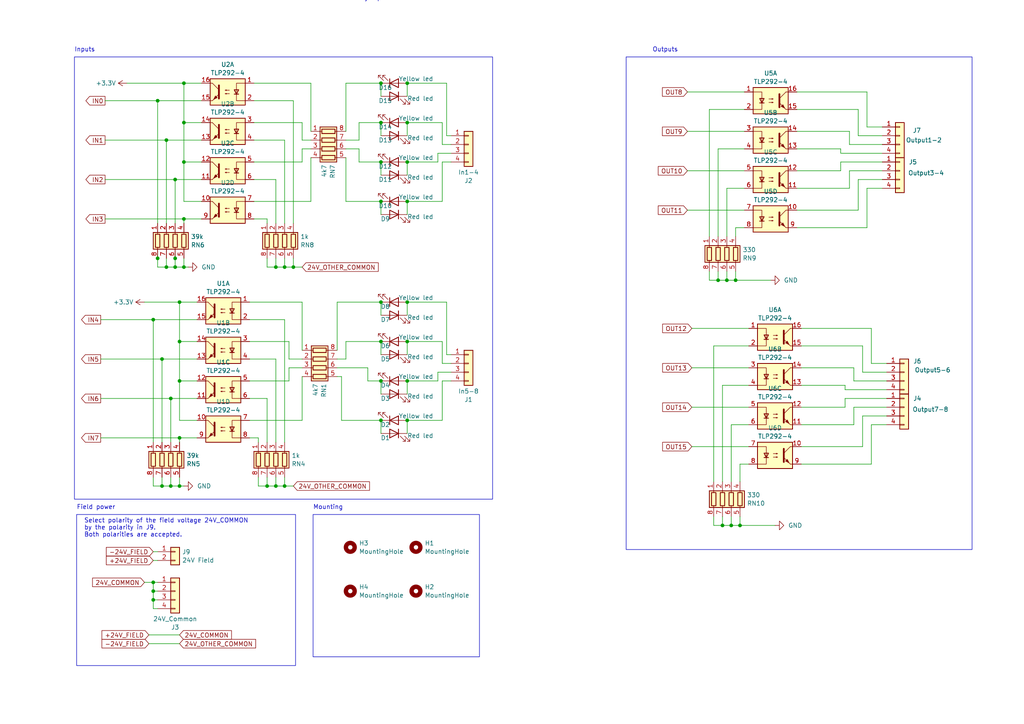
<source format=kicad_sch>
(kicad_sch
	(version 20231120)
	(generator "eeschema")
	(generator_version "8.0")
	(uuid "d19c7c83-0eea-4332-958a-4c973a41eedf")
	(paper "A4")
	(title_block
		(title "MetalMusings EaserCAT 3000")
	)
	(lib_symbols
		(symbol "Connector_Generic:Conn_01x02"
			(pin_names
				(offset 1.016) hide)
			(exclude_from_sim no)
			(in_bom yes)
			(on_board yes)
			(property "Reference" "J"
				(at 0 2.54 0)
				(effects
					(font
						(size 1.27 1.27)
					)
				)
			)
			(property "Value" "Conn_01x02"
				(at 0 -5.08 0)
				(effects
					(font
						(size 1.27 1.27)
					)
				)
			)
			(property "Footprint" ""
				(at 0 0 0)
				(effects
					(font
						(size 1.27 1.27)
					)
					(hide yes)
				)
			)
			(property "Datasheet" "~"
				(at 0 0 0)
				(effects
					(font
						(size 1.27 1.27)
					)
					(hide yes)
				)
			)
			(property "Description" "Generic connector, single row, 01x02, script generated (kicad-library-utils/schlib/autogen/connector/)"
				(at 0 0 0)
				(effects
					(font
						(size 1.27 1.27)
					)
					(hide yes)
				)
			)
			(property "ki_keywords" "connector"
				(at 0 0 0)
				(effects
					(font
						(size 1.27 1.27)
					)
					(hide yes)
				)
			)
			(property "ki_fp_filters" "Connector*:*_1x??_*"
				(at 0 0 0)
				(effects
					(font
						(size 1.27 1.27)
					)
					(hide yes)
				)
			)
			(symbol "Conn_01x02_1_1"
				(rectangle
					(start -1.27 -2.413)
					(end 0 -2.667)
					(stroke
						(width 0.1524)
						(type default)
					)
					(fill
						(type none)
					)
				)
				(rectangle
					(start -1.27 0.127)
					(end 0 -0.127)
					(stroke
						(width 0.1524)
						(type default)
					)
					(fill
						(type none)
					)
				)
				(rectangle
					(start -1.27 1.27)
					(end 1.27 -3.81)
					(stroke
						(width 0.254)
						(type default)
					)
					(fill
						(type background)
					)
				)
				(pin passive line
					(at -5.08 0 0)
					(length 3.81)
					(name "Pin_1"
						(effects
							(font
								(size 1.27 1.27)
							)
						)
					)
					(number "1"
						(effects
							(font
								(size 1.27 1.27)
							)
						)
					)
				)
				(pin passive line
					(at -5.08 -2.54 0)
					(length 3.81)
					(name "Pin_2"
						(effects
							(font
								(size 1.27 1.27)
							)
						)
					)
					(number "2"
						(effects
							(font
								(size 1.27 1.27)
							)
						)
					)
				)
			)
		)
		(symbol "Connector_Generic:Conn_01x04"
			(pin_names
				(offset 1.016) hide)
			(exclude_from_sim no)
			(in_bom yes)
			(on_board yes)
			(property "Reference" "J"
				(at 0 5.08 0)
				(effects
					(font
						(size 1.27 1.27)
					)
				)
			)
			(property "Value" "Conn_01x04"
				(at 0 -7.62 0)
				(effects
					(font
						(size 1.27 1.27)
					)
				)
			)
			(property "Footprint" ""
				(at 0 0 0)
				(effects
					(font
						(size 1.27 1.27)
					)
					(hide yes)
				)
			)
			(property "Datasheet" "~"
				(at 0 0 0)
				(effects
					(font
						(size 1.27 1.27)
					)
					(hide yes)
				)
			)
			(property "Description" "Generic connector, single row, 01x04, script generated (kicad-library-utils/schlib/autogen/connector/)"
				(at 0 0 0)
				(effects
					(font
						(size 1.27 1.27)
					)
					(hide yes)
				)
			)
			(property "ki_keywords" "connector"
				(at 0 0 0)
				(effects
					(font
						(size 1.27 1.27)
					)
					(hide yes)
				)
			)
			(property "ki_fp_filters" "Connector*:*_1x??_*"
				(at 0 0 0)
				(effects
					(font
						(size 1.27 1.27)
					)
					(hide yes)
				)
			)
			(symbol "Conn_01x04_1_1"
				(rectangle
					(start -1.27 -4.953)
					(end 0 -5.207)
					(stroke
						(width 0.1524)
						(type default)
					)
					(fill
						(type none)
					)
				)
				(rectangle
					(start -1.27 -2.413)
					(end 0 -2.667)
					(stroke
						(width 0.1524)
						(type default)
					)
					(fill
						(type none)
					)
				)
				(rectangle
					(start -1.27 0.127)
					(end 0 -0.127)
					(stroke
						(width 0.1524)
						(type default)
					)
					(fill
						(type none)
					)
				)
				(rectangle
					(start -1.27 2.667)
					(end 0 2.413)
					(stroke
						(width 0.1524)
						(type default)
					)
					(fill
						(type none)
					)
				)
				(rectangle
					(start -1.27 3.81)
					(end 1.27 -6.35)
					(stroke
						(width 0.254)
						(type default)
					)
					(fill
						(type background)
					)
				)
				(pin passive line
					(at -5.08 2.54 0)
					(length 3.81)
					(name "Pin_1"
						(effects
							(font
								(size 1.27 1.27)
							)
						)
					)
					(number "1"
						(effects
							(font
								(size 1.27 1.27)
							)
						)
					)
				)
				(pin passive line
					(at -5.08 0 0)
					(length 3.81)
					(name "Pin_2"
						(effects
							(font
								(size 1.27 1.27)
							)
						)
					)
					(number "2"
						(effects
							(font
								(size 1.27 1.27)
							)
						)
					)
				)
				(pin passive line
					(at -5.08 -2.54 0)
					(length 3.81)
					(name "Pin_3"
						(effects
							(font
								(size 1.27 1.27)
							)
						)
					)
					(number "3"
						(effects
							(font
								(size 1.27 1.27)
							)
						)
					)
				)
				(pin passive line
					(at -5.08 -5.08 0)
					(length 3.81)
					(name "Pin_4"
						(effects
							(font
								(size 1.27 1.27)
							)
						)
					)
					(number "4"
						(effects
							(font
								(size 1.27 1.27)
							)
						)
					)
				)
			)
		)
		(symbol "Device:LED"
			(pin_numbers hide)
			(pin_names
				(offset 1.016) hide)
			(exclude_from_sim no)
			(in_bom yes)
			(on_board yes)
			(property "Reference" "D"
				(at 0 2.54 0)
				(effects
					(font
						(size 1.27 1.27)
					)
				)
			)
			(property "Value" "LED"
				(at 0 -2.54 0)
				(effects
					(font
						(size 1.27 1.27)
					)
				)
			)
			(property "Footprint" ""
				(at 0 0 0)
				(effects
					(font
						(size 1.27 1.27)
					)
					(hide yes)
				)
			)
			(property "Datasheet" "~"
				(at 0 0 0)
				(effects
					(font
						(size 1.27 1.27)
					)
					(hide yes)
				)
			)
			(property "Description" "Light emitting diode"
				(at 0 0 0)
				(effects
					(font
						(size 1.27 1.27)
					)
					(hide yes)
				)
			)
			(property "ki_keywords" "LED diode"
				(at 0 0 0)
				(effects
					(font
						(size 1.27 1.27)
					)
					(hide yes)
				)
			)
			(property "ki_fp_filters" "LED* LED_SMD:* LED_THT:*"
				(at 0 0 0)
				(effects
					(font
						(size 1.27 1.27)
					)
					(hide yes)
				)
			)
			(symbol "LED_0_1"
				(polyline
					(pts
						(xy -1.27 -1.27) (xy -1.27 1.27)
					)
					(stroke
						(width 0.254)
						(type default)
					)
					(fill
						(type none)
					)
				)
				(polyline
					(pts
						(xy -1.27 0) (xy 1.27 0)
					)
					(stroke
						(width 0)
						(type default)
					)
					(fill
						(type none)
					)
				)
				(polyline
					(pts
						(xy 1.27 -1.27) (xy 1.27 1.27) (xy -1.27 0) (xy 1.27 -1.27)
					)
					(stroke
						(width 0.254)
						(type default)
					)
					(fill
						(type none)
					)
				)
				(polyline
					(pts
						(xy -3.048 -0.762) (xy -4.572 -2.286) (xy -3.81 -2.286) (xy -4.572 -2.286) (xy -4.572 -1.524)
					)
					(stroke
						(width 0)
						(type default)
					)
					(fill
						(type none)
					)
				)
				(polyline
					(pts
						(xy -1.778 -0.762) (xy -3.302 -2.286) (xy -2.54 -2.286) (xy -3.302 -2.286) (xy -3.302 -1.524)
					)
					(stroke
						(width 0)
						(type default)
					)
					(fill
						(type none)
					)
				)
			)
			(symbol "LED_1_1"
				(pin passive line
					(at -3.81 0 0)
					(length 2.54)
					(name "K"
						(effects
							(font
								(size 1.27 1.27)
							)
						)
					)
					(number "1"
						(effects
							(font
								(size 1.27 1.27)
							)
						)
					)
				)
				(pin passive line
					(at 3.81 0 180)
					(length 2.54)
					(name "A"
						(effects
							(font
								(size 1.27 1.27)
							)
						)
					)
					(number "2"
						(effects
							(font
								(size 1.27 1.27)
							)
						)
					)
				)
			)
		)
		(symbol "Device:R_Pack04"
			(pin_names
				(offset 0) hide)
			(exclude_from_sim no)
			(in_bom yes)
			(on_board yes)
			(property "Reference" "RN"
				(at -7.62 0 90)
				(effects
					(font
						(size 1.27 1.27)
					)
				)
			)
			(property "Value" "R_Pack04"
				(at 5.08 0 90)
				(effects
					(font
						(size 1.27 1.27)
					)
				)
			)
			(property "Footprint" ""
				(at 6.985 0 90)
				(effects
					(font
						(size 1.27 1.27)
					)
					(hide yes)
				)
			)
			(property "Datasheet" "~"
				(at 0 0 0)
				(effects
					(font
						(size 1.27 1.27)
					)
					(hide yes)
				)
			)
			(property "Description" "4 resistor network, parallel topology"
				(at 0 0 0)
				(effects
					(font
						(size 1.27 1.27)
					)
					(hide yes)
				)
			)
			(property "ki_keywords" "R network parallel topology isolated"
				(at 0 0 0)
				(effects
					(font
						(size 1.27 1.27)
					)
					(hide yes)
				)
			)
			(property "ki_fp_filters" "DIP* SOIC* R*Array*Concave* R*Array*Convex* MSOP*"
				(at 0 0 0)
				(effects
					(font
						(size 1.27 1.27)
					)
					(hide yes)
				)
			)
			(symbol "R_Pack04_0_1"
				(rectangle
					(start -6.35 -2.413)
					(end 3.81 2.413)
					(stroke
						(width 0.254)
						(type default)
					)
					(fill
						(type background)
					)
				)
				(rectangle
					(start -5.715 1.905)
					(end -4.445 -1.905)
					(stroke
						(width 0.254)
						(type default)
					)
					(fill
						(type none)
					)
				)
				(rectangle
					(start -3.175 1.905)
					(end -1.905 -1.905)
					(stroke
						(width 0.254)
						(type default)
					)
					(fill
						(type none)
					)
				)
				(rectangle
					(start -0.635 1.905)
					(end 0.635 -1.905)
					(stroke
						(width 0.254)
						(type default)
					)
					(fill
						(type none)
					)
				)
				(polyline
					(pts
						(xy -5.08 -2.54) (xy -5.08 -1.905)
					)
					(stroke
						(width 0)
						(type default)
					)
					(fill
						(type none)
					)
				)
				(polyline
					(pts
						(xy -5.08 1.905) (xy -5.08 2.54)
					)
					(stroke
						(width 0)
						(type default)
					)
					(fill
						(type none)
					)
				)
				(polyline
					(pts
						(xy -2.54 -2.54) (xy -2.54 -1.905)
					)
					(stroke
						(width 0)
						(type default)
					)
					(fill
						(type none)
					)
				)
				(polyline
					(pts
						(xy -2.54 1.905) (xy -2.54 2.54)
					)
					(stroke
						(width 0)
						(type default)
					)
					(fill
						(type none)
					)
				)
				(polyline
					(pts
						(xy 0 -2.54) (xy 0 -1.905)
					)
					(stroke
						(width 0)
						(type default)
					)
					(fill
						(type none)
					)
				)
				(polyline
					(pts
						(xy 0 1.905) (xy 0 2.54)
					)
					(stroke
						(width 0)
						(type default)
					)
					(fill
						(type none)
					)
				)
				(polyline
					(pts
						(xy 2.54 -2.54) (xy 2.54 -1.905)
					)
					(stroke
						(width 0)
						(type default)
					)
					(fill
						(type none)
					)
				)
				(polyline
					(pts
						(xy 2.54 1.905) (xy 2.54 2.54)
					)
					(stroke
						(width 0)
						(type default)
					)
					(fill
						(type none)
					)
				)
				(rectangle
					(start 1.905 1.905)
					(end 3.175 -1.905)
					(stroke
						(width 0.254)
						(type default)
					)
					(fill
						(type none)
					)
				)
			)
			(symbol "R_Pack04_1_1"
				(pin passive line
					(at -5.08 -5.08 90)
					(length 2.54)
					(name "R1.1"
						(effects
							(font
								(size 1.27 1.27)
							)
						)
					)
					(number "1"
						(effects
							(font
								(size 1.27 1.27)
							)
						)
					)
				)
				(pin passive line
					(at -2.54 -5.08 90)
					(length 2.54)
					(name "R2.1"
						(effects
							(font
								(size 1.27 1.27)
							)
						)
					)
					(number "2"
						(effects
							(font
								(size 1.27 1.27)
							)
						)
					)
				)
				(pin passive line
					(at 0 -5.08 90)
					(length 2.54)
					(name "R3.1"
						(effects
							(font
								(size 1.27 1.27)
							)
						)
					)
					(number "3"
						(effects
							(font
								(size 1.27 1.27)
							)
						)
					)
				)
				(pin passive line
					(at 2.54 -5.08 90)
					(length 2.54)
					(name "R4.1"
						(effects
							(font
								(size 1.27 1.27)
							)
						)
					)
					(number "4"
						(effects
							(font
								(size 1.27 1.27)
							)
						)
					)
				)
				(pin passive line
					(at 2.54 5.08 270)
					(length 2.54)
					(name "R4.2"
						(effects
							(font
								(size 1.27 1.27)
							)
						)
					)
					(number "5"
						(effects
							(font
								(size 1.27 1.27)
							)
						)
					)
				)
				(pin passive line
					(at 0 5.08 270)
					(length 2.54)
					(name "R3.2"
						(effects
							(font
								(size 1.27 1.27)
							)
						)
					)
					(number "6"
						(effects
							(font
								(size 1.27 1.27)
							)
						)
					)
				)
				(pin passive line
					(at -2.54 5.08 270)
					(length 2.54)
					(name "R2.2"
						(effects
							(font
								(size 1.27 1.27)
							)
						)
					)
					(number "7"
						(effects
							(font
								(size 1.27 1.27)
							)
						)
					)
				)
				(pin passive line
					(at -5.08 5.08 270)
					(length 2.54)
					(name "R1.2"
						(effects
							(font
								(size 1.27 1.27)
							)
						)
					)
					(number "8"
						(effects
							(font
								(size 1.27 1.27)
							)
						)
					)
				)
			)
		)
		(symbol "Isolator:TLP291-4"
			(exclude_from_sim no)
			(in_bom yes)
			(on_board yes)
			(property "Reference" "U"
				(at -5.08 5.08 0)
				(effects
					(font
						(size 1.27 1.27)
					)
					(justify left)
				)
			)
			(property "Value" "TLP291-4"
				(at 0 5.08 0)
				(effects
					(font
						(size 1.27 1.27)
					)
					(justify left)
				)
			)
			(property "Footprint" "Package_SO:SOIC-16_4.55x10.3mm_P1.27mm"
				(at -5.08 -5.08 0)
				(effects
					(font
						(size 1.27 1.27)
						(italic yes)
					)
					(justify left)
					(hide yes)
				)
			)
			(property "Datasheet" "https://toshiba.semicon-storage.com/info/docget.jsp?did=12858&prodName=TLP291-4"
				(at 0 0 0)
				(effects
					(font
						(size 1.27 1.27)
					)
					(justify left)
					(hide yes)
				)
			)
			(property "Description" "Quad DC Optocoupler, Vce 80V, CTR 50-100%, SOP16"
				(at 0 0 0)
				(effects
					(font
						(size 1.27 1.27)
					)
					(hide yes)
				)
			)
			(property "ki_keywords" "NPN DC Quad Optocoupler"
				(at 0 0 0)
				(effects
					(font
						(size 1.27 1.27)
					)
					(hide yes)
				)
			)
			(property "ki_fp_filters" "SOIC*4.55x10.3mm*P1.27mm*"
				(at 0 0 0)
				(effects
					(font
						(size 1.27 1.27)
					)
					(hide yes)
				)
			)
			(symbol "TLP291-4_0_1"
				(rectangle
					(start -5.08 3.81)
					(end 5.08 -3.81)
					(stroke
						(width 0.254)
						(type default)
					)
					(fill
						(type background)
					)
				)
				(polyline
					(pts
						(xy -3.175 -0.635) (xy -1.905 -0.635)
					)
					(stroke
						(width 0.254)
						(type default)
					)
					(fill
						(type none)
					)
				)
				(polyline
					(pts
						(xy 2.54 0.635) (xy 4.445 2.54)
					)
					(stroke
						(width 0)
						(type default)
					)
					(fill
						(type none)
					)
				)
				(polyline
					(pts
						(xy 4.445 -2.54) (xy 2.54 -0.635)
					)
					(stroke
						(width 0)
						(type default)
					)
					(fill
						(type outline)
					)
				)
				(polyline
					(pts
						(xy 4.445 -2.54) (xy 5.08 -2.54)
					)
					(stroke
						(width 0)
						(type default)
					)
					(fill
						(type none)
					)
				)
				(polyline
					(pts
						(xy 4.445 2.54) (xy 5.08 2.54)
					)
					(stroke
						(width 0)
						(type default)
					)
					(fill
						(type none)
					)
				)
				(polyline
					(pts
						(xy -5.08 2.54) (xy -2.54 2.54) (xy -2.54 0.635)
					)
					(stroke
						(width 0)
						(type default)
					)
					(fill
						(type none)
					)
				)
				(polyline
					(pts
						(xy -2.54 0.635) (xy -2.54 -2.54) (xy -5.08 -2.54)
					)
					(stroke
						(width 0)
						(type default)
					)
					(fill
						(type none)
					)
				)
				(polyline
					(pts
						(xy 2.54 1.905) (xy 2.54 -1.905) (xy 2.54 -1.905)
					)
					(stroke
						(width 0.508)
						(type default)
					)
					(fill
						(type none)
					)
				)
				(polyline
					(pts
						(xy -2.54 -0.635) (xy -3.175 0.635) (xy -1.905 0.635) (xy -2.54 -0.635)
					)
					(stroke
						(width 0.254)
						(type default)
					)
					(fill
						(type none)
					)
				)
				(polyline
					(pts
						(xy -0.508 -0.508) (xy 0.762 -0.508) (xy 0.381 -0.635) (xy 0.381 -0.381) (xy 0.762 -0.508)
					)
					(stroke
						(width 0)
						(type default)
					)
					(fill
						(type none)
					)
				)
				(polyline
					(pts
						(xy -0.508 0.508) (xy 0.762 0.508) (xy 0.381 0.381) (xy 0.381 0.635) (xy 0.762 0.508)
					)
					(stroke
						(width 0)
						(type default)
					)
					(fill
						(type none)
					)
				)
				(polyline
					(pts
						(xy 3.048 -1.651) (xy 3.556 -1.143) (xy 4.064 -2.159) (xy 3.048 -1.651) (xy 3.048 -1.651)
					)
					(stroke
						(width 0)
						(type default)
					)
					(fill
						(type outline)
					)
				)
			)
			(symbol "TLP291-4_1_1"
				(pin passive line
					(at -7.62 2.54 0)
					(length 2.54)
					(name "~"
						(effects
							(font
								(size 1.27 1.27)
							)
						)
					)
					(number "1"
						(effects
							(font
								(size 1.27 1.27)
							)
						)
					)
				)
				(pin passive line
					(at 7.62 -2.54 180)
					(length 2.54)
					(name "~"
						(effects
							(font
								(size 1.27 1.27)
							)
						)
					)
					(number "15"
						(effects
							(font
								(size 1.27 1.27)
							)
						)
					)
				)
				(pin passive line
					(at 7.62 2.54 180)
					(length 2.54)
					(name "~"
						(effects
							(font
								(size 1.27 1.27)
							)
						)
					)
					(number "16"
						(effects
							(font
								(size 1.27 1.27)
							)
						)
					)
				)
				(pin passive line
					(at -7.62 -2.54 0)
					(length 2.54)
					(name "~"
						(effects
							(font
								(size 1.27 1.27)
							)
						)
					)
					(number "2"
						(effects
							(font
								(size 1.27 1.27)
							)
						)
					)
				)
			)
			(symbol "TLP291-4_2_1"
				(pin passive line
					(at 7.62 -2.54 180)
					(length 2.54)
					(name "~"
						(effects
							(font
								(size 1.27 1.27)
							)
						)
					)
					(number "13"
						(effects
							(font
								(size 1.27 1.27)
							)
						)
					)
				)
				(pin passive line
					(at 7.62 2.54 180)
					(length 2.54)
					(name "~"
						(effects
							(font
								(size 1.27 1.27)
							)
						)
					)
					(number "14"
						(effects
							(font
								(size 1.27 1.27)
							)
						)
					)
				)
				(pin passive line
					(at -7.62 2.54 0)
					(length 2.54)
					(name "~"
						(effects
							(font
								(size 1.27 1.27)
							)
						)
					)
					(number "3"
						(effects
							(font
								(size 1.27 1.27)
							)
						)
					)
				)
				(pin passive line
					(at -7.62 -2.54 0)
					(length 2.54)
					(name "~"
						(effects
							(font
								(size 1.27 1.27)
							)
						)
					)
					(number "4"
						(effects
							(font
								(size 1.27 1.27)
							)
						)
					)
				)
			)
			(symbol "TLP291-4_3_1"
				(pin passive line
					(at 7.62 -2.54 180)
					(length 2.54)
					(name "~"
						(effects
							(font
								(size 1.27 1.27)
							)
						)
					)
					(number "11"
						(effects
							(font
								(size 1.27 1.27)
							)
						)
					)
				)
				(pin passive line
					(at 7.62 2.54 180)
					(length 2.54)
					(name "~"
						(effects
							(font
								(size 1.27 1.27)
							)
						)
					)
					(number "12"
						(effects
							(font
								(size 1.27 1.27)
							)
						)
					)
				)
				(pin passive line
					(at -7.62 2.54 0)
					(length 2.54)
					(name "~"
						(effects
							(font
								(size 1.27 1.27)
							)
						)
					)
					(number "5"
						(effects
							(font
								(size 1.27 1.27)
							)
						)
					)
				)
				(pin passive line
					(at -7.62 -2.54 0)
					(length 2.54)
					(name "~"
						(effects
							(font
								(size 1.27 1.27)
							)
						)
					)
					(number "6"
						(effects
							(font
								(size 1.27 1.27)
							)
						)
					)
				)
			)
			(symbol "TLP291-4_4_1"
				(pin passive line
					(at 7.62 2.54 180)
					(length 2.54)
					(name "~"
						(effects
							(font
								(size 1.27 1.27)
							)
						)
					)
					(number "10"
						(effects
							(font
								(size 1.27 1.27)
							)
						)
					)
				)
				(pin passive line
					(at -7.62 2.54 0)
					(length 2.54)
					(name "~"
						(effects
							(font
								(size 1.27 1.27)
							)
						)
					)
					(number "7"
						(effects
							(font
								(size 1.27 1.27)
							)
						)
					)
				)
				(pin passive line
					(at -7.62 -2.54 0)
					(length 2.54)
					(name "~"
						(effects
							(font
								(size 1.27 1.27)
							)
						)
					)
					(number "8"
						(effects
							(font
								(size 1.27 1.27)
							)
						)
					)
				)
				(pin passive line
					(at 7.62 -2.54 180)
					(length 2.54)
					(name "~"
						(effects
							(font
								(size 1.27 1.27)
							)
						)
					)
					(number "9"
						(effects
							(font
								(size 1.27 1.27)
							)
						)
					)
				)
			)
		)
		(symbol "Mechanical:MountingHole"
			(pin_names
				(offset 1.016)
			)
			(exclude_from_sim yes)
			(in_bom no)
			(on_board yes)
			(property "Reference" "H"
				(at 0 5.08 0)
				(effects
					(font
						(size 1.27 1.27)
					)
				)
			)
			(property "Value" "MountingHole"
				(at 0 3.175 0)
				(effects
					(font
						(size 1.27 1.27)
					)
				)
			)
			(property "Footprint" ""
				(at 0 0 0)
				(effects
					(font
						(size 1.27 1.27)
					)
					(hide yes)
				)
			)
			(property "Datasheet" "~"
				(at 0 0 0)
				(effects
					(font
						(size 1.27 1.27)
					)
					(hide yes)
				)
			)
			(property "Description" "Mounting Hole without connection"
				(at 0 0 0)
				(effects
					(font
						(size 1.27 1.27)
					)
					(hide yes)
				)
			)
			(property "ki_keywords" "mounting hole"
				(at 0 0 0)
				(effects
					(font
						(size 1.27 1.27)
					)
					(hide yes)
				)
			)
			(property "ki_fp_filters" "MountingHole*"
				(at 0 0 0)
				(effects
					(font
						(size 1.27 1.27)
					)
					(hide yes)
				)
			)
			(symbol "MountingHole_0_1"
				(circle
					(center 0 0)
					(radius 1.27)
					(stroke
						(width 1.27)
						(type default)
					)
					(fill
						(type none)
					)
				)
			)
		)
		(symbol "power:+3.3V"
			(power)
			(pin_names
				(offset 0)
			)
			(exclude_from_sim no)
			(in_bom yes)
			(on_board yes)
			(property "Reference" "#PWR"
				(at 0 -3.81 0)
				(effects
					(font
						(size 1.27 1.27)
					)
					(hide yes)
				)
			)
			(property "Value" "+3.3V"
				(at 0 3.556 0)
				(effects
					(font
						(size 1.27 1.27)
					)
				)
			)
			(property "Footprint" ""
				(at 0 0 0)
				(effects
					(font
						(size 1.27 1.27)
					)
					(hide yes)
				)
			)
			(property "Datasheet" ""
				(at 0 0 0)
				(effects
					(font
						(size 1.27 1.27)
					)
					(hide yes)
				)
			)
			(property "Description" "Power symbol creates a global label with name \"+3.3V\""
				(at 0 0 0)
				(effects
					(font
						(size 1.27 1.27)
					)
					(hide yes)
				)
			)
			(property "ki_keywords" "global power"
				(at 0 0 0)
				(effects
					(font
						(size 1.27 1.27)
					)
					(hide yes)
				)
			)
			(symbol "+3.3V_0_1"
				(polyline
					(pts
						(xy -0.762 1.27) (xy 0 2.54)
					)
					(stroke
						(width 0)
						(type default)
					)
					(fill
						(type none)
					)
				)
				(polyline
					(pts
						(xy 0 0) (xy 0 2.54)
					)
					(stroke
						(width 0)
						(type default)
					)
					(fill
						(type none)
					)
				)
				(polyline
					(pts
						(xy 0 2.54) (xy 0.762 1.27)
					)
					(stroke
						(width 0)
						(type default)
					)
					(fill
						(type none)
					)
				)
			)
			(symbol "+3.3V_1_1"
				(pin power_in line
					(at 0 0 90)
					(length 0) hide
					(name "+3.3V"
						(effects
							(font
								(size 1.27 1.27)
							)
						)
					)
					(number "1"
						(effects
							(font
								(size 1.27 1.27)
							)
						)
					)
				)
			)
		)
		(symbol "power:GND"
			(power)
			(pin_names
				(offset 0)
			)
			(exclude_from_sim no)
			(in_bom yes)
			(on_board yes)
			(property "Reference" "#PWR"
				(at 0 -6.35 0)
				(effects
					(font
						(size 1.27 1.27)
					)
					(hide yes)
				)
			)
			(property "Value" "GND"
				(at 0 -3.81 0)
				(effects
					(font
						(size 1.27 1.27)
					)
				)
			)
			(property "Footprint" ""
				(at 0 0 0)
				(effects
					(font
						(size 1.27 1.27)
					)
					(hide yes)
				)
			)
			(property "Datasheet" ""
				(at 0 0 0)
				(effects
					(font
						(size 1.27 1.27)
					)
					(hide yes)
				)
			)
			(property "Description" "Power symbol creates a global label with name \"GND\" , ground"
				(at 0 0 0)
				(effects
					(font
						(size 1.27 1.27)
					)
					(hide yes)
				)
			)
			(property "ki_keywords" "global power"
				(at 0 0 0)
				(effects
					(font
						(size 1.27 1.27)
					)
					(hide yes)
				)
			)
			(symbol "GND_0_1"
				(polyline
					(pts
						(xy 0 0) (xy 0 -1.27) (xy 1.27 -1.27) (xy 0 -2.54) (xy -1.27 -1.27) (xy 0 -1.27)
					)
					(stroke
						(width 0)
						(type default)
					)
					(fill
						(type none)
					)
				)
			)
			(symbol "GND_1_1"
				(pin power_in line
					(at 0 0 270)
					(length 0) hide
					(name "GND"
						(effects
							(font
								(size 1.27 1.27)
							)
						)
					)
					(number "1"
						(effects
							(font
								(size 1.27 1.27)
							)
						)
					)
				)
			)
		)
	)
	(junction
		(at 110.49 58.42)
		(diameter 0)
		(color 0 0 0 0)
		(uuid "00be6be6-3df2-4b1b-a6fa-a8cfd5da6ad4")
	)
	(junction
		(at 110.49 35.56)
		(diameter 0)
		(color 0 0 0 0)
		(uuid "01028bdc-8bdc-49e8-90ce-7430de850ebe")
	)
	(junction
		(at 214.63 152.4)
		(diameter 0)
		(color 0 0 0 0)
		(uuid "046c02a2-ab1c-4b8b-8a22-bfaacf341592")
	)
	(junction
		(at 53.34 35.56)
		(diameter 0)
		(color 0 0 0 0)
		(uuid "07cbb7b7-3f83-4128-b766-89904e8b2b59")
	)
	(junction
		(at 212.09 152.4)
		(diameter 0)
		(color 0 0 0 0)
		(uuid "092e258b-4514-4b3a-9a97-e8396c05fb87")
	)
	(junction
		(at 82.55 140.97)
		(diameter 0)
		(color 0 0 0 0)
		(uuid "0ce3305d-b018-4ec3-81d0-c16e90099259")
	)
	(junction
		(at 44.45 92.71)
		(diameter 0)
		(color 0 0 0 0)
		(uuid "10df9d2d-77cc-449b-9c25-983999fb39a4")
	)
	(junction
		(at 50.8 74.93)
		(diameter 0)
		(color 0 0 0 0)
		(uuid "119a5a2a-edc3-4e75-a373-4cb0b083fbcc")
	)
	(junction
		(at 118.11 121.92)
		(diameter 0)
		(color 0 0 0 0)
		(uuid "1772e9d8-df6e-48d2-8fb1-f1793a23447d")
	)
	(junction
		(at 52.07 87.63)
		(diameter 0)
		(color 0 0 0 0)
		(uuid "1dd69ea6-5360-49cc-8337-ba61698ad8d1")
	)
	(junction
		(at 110.49 99.06)
		(diameter 0)
		(color 0 0 0 0)
		(uuid "1df26744-bb4f-4b20-ac7d-53c6187d4892")
	)
	(junction
		(at 44.45 168.91)
		(diameter 0)
		(color 0 0 0 0)
		(uuid "21476e8c-bd1b-433b-a6ec-286ef29860d5")
	)
	(junction
		(at 118.11 24.13)
		(diameter 0)
		(color 0 0 0 0)
		(uuid "23e010e4-0a90-493f-96dd-2ca7a741c3e5")
	)
	(junction
		(at 118.11 87.63)
		(diameter 0)
		(color 0 0 0 0)
		(uuid "28ac4952-b529-45b6-a0ab-ed7ef2a5ec15")
	)
	(junction
		(at 213.36 81.28)
		(diameter 0)
		(color 0 0 0 0)
		(uuid "2d803870-5643-4efd-ab18-90f4ac4e9022")
	)
	(junction
		(at 110.49 46.99)
		(diameter 0)
		(color 0 0 0 0)
		(uuid "3a185e11-4c73-4386-8e94-62ddad7c4929")
	)
	(junction
		(at 45.72 74.93)
		(diameter 0)
		(color 0 0 0 0)
		(uuid "3ba58936-514d-48a2-9d94-204e5d436579")
	)
	(junction
		(at 210.82 81.28)
		(diameter 0)
		(color 0 0 0 0)
		(uuid "401d8808-b5ca-48ff-9f52-86a566725263")
	)
	(junction
		(at 118.11 110.49)
		(diameter 0)
		(color 0 0 0 0)
		(uuid "466320a3-de3e-4a12-80b5-e7e1992627b0")
	)
	(junction
		(at 53.34 24.13)
		(diameter 0)
		(color 0 0 0 0)
		(uuid "5354ec96-5fcd-4894-93ea-88bc52835846")
	)
	(junction
		(at 53.34 63.5)
		(diameter 0)
		(color 0 0 0 0)
		(uuid "5779957c-f6d2-40dc-ad82-9d7099d36594")
	)
	(junction
		(at 52.07 99.06)
		(diameter 0)
		(color 0 0 0 0)
		(uuid "5a15d30a-c4dc-4c13-9286-2334ea4bda86")
	)
	(junction
		(at 118.11 35.56)
		(diameter 0)
		(color 0 0 0 0)
		(uuid "5b64b4ea-78aa-4ad4-8807-df2c8db625b6")
	)
	(junction
		(at 45.72 29.21)
		(diameter 0)
		(color 0 0 0 0)
		(uuid "616af3f3-f203-4c74-8cc4-224fcc8f2a5a")
	)
	(junction
		(at 110.49 110.49)
		(diameter 0)
		(color 0 0 0 0)
		(uuid "630e7165-c463-4b76-b19e-e58b1175e068")
	)
	(junction
		(at 49.53 115.57)
		(diameter 0)
		(color 0 0 0 0)
		(uuid "64a7af42-9287-4537-ac9c-5404d589331d")
	)
	(junction
		(at 46.99 104.14)
		(diameter 0)
		(color 0 0 0 0)
		(uuid "671be165-0eab-4b07-b79b-bae89dcf4d84")
	)
	(junction
		(at 52.07 140.97)
		(diameter 0)
		(color 0 0 0 0)
		(uuid "6773cbc7-4f2c-4d1f-86f2-e69a493defdf")
	)
	(junction
		(at 46.99 140.97)
		(diameter 0)
		(color 0 0 0 0)
		(uuid "6825418b-f15b-49ea-b163-48e7e9d6133c")
	)
	(junction
		(at 209.55 152.4)
		(diameter 0)
		(color 0 0 0 0)
		(uuid "6e6005cc-303d-4e9d-8d7a-635eeb937c92")
	)
	(junction
		(at 44.45 173.99)
		(diameter 0)
		(color 0 0 0 0)
		(uuid "74eafded-6af8-4f1a-95da-43156dc4c8de")
	)
	(junction
		(at 49.53 140.97)
		(diameter 0)
		(color 0 0 0 0)
		(uuid "79c42b6a-4a75-498a-82af-a701f3b86e1b")
	)
	(junction
		(at 82.55 77.47)
		(diameter 0)
		(color 0 0 0 0)
		(uuid "7b2d94b1-231f-486d-b90b-b2d7fa699191")
	)
	(junction
		(at 118.11 58.42)
		(diameter 0)
		(color 0 0 0 0)
		(uuid "7c0f1626-4afb-43b6-8eca-ea467008f338")
	)
	(junction
		(at 53.34 46.99)
		(diameter 0)
		(color 0 0 0 0)
		(uuid "80b8b24f-c137-4b6c-b9c5-1deb55f47fcd")
	)
	(junction
		(at 53.34 77.47)
		(diameter 0)
		(color 0 0 0 0)
		(uuid "93dc0ec0-dd2e-4722-9eb9-3c6722c5defc")
	)
	(junction
		(at 44.45 171.45)
		(diameter 0)
		(color 0 0 0 0)
		(uuid "a5f65b0a-1847-4c8c-8d91-38bf359b0eca")
	)
	(junction
		(at 48.26 40.64)
		(diameter 0)
		(color 0 0 0 0)
		(uuid "a869d333-59dd-4d47-9a9a-5ba8cd70a38e")
	)
	(junction
		(at 110.49 24.13)
		(diameter 0)
		(color 0 0 0 0)
		(uuid "a9a66a71-d73b-4cf9-9ee8-a6564e083f66")
	)
	(junction
		(at 110.49 121.92)
		(diameter 0)
		(color 0 0 0 0)
		(uuid "aa3523d6-607a-4ce9-9509-22e97387f640")
	)
	(junction
		(at 50.8 52.07)
		(diameter 0)
		(color 0 0 0 0)
		(uuid "aca97284-6bd7-4f8f-899b-36d89632830c")
	)
	(junction
		(at 80.01 77.47)
		(diameter 0)
		(color 0 0 0 0)
		(uuid "b91ead4c-9dff-4ff7-8ead-976fe585d0a2")
	)
	(junction
		(at 52.07 110.49)
		(diameter 0)
		(color 0 0 0 0)
		(uuid "bcd73f2a-3be9-4aca-8a55-4302737a928c")
	)
	(junction
		(at 85.09 77.47)
		(diameter 0)
		(color 0 0 0 0)
		(uuid "cd8634d5-5c7c-43d9-853a-8ff44053edf0")
	)
	(junction
		(at 110.49 87.63)
		(diameter 0)
		(color 0 0 0 0)
		(uuid "d25f9376-a911-4e7e-8ae4-975fea0c7e5a")
	)
	(junction
		(at 118.11 99.06)
		(diameter 0)
		(color 0 0 0 0)
		(uuid "d3561e96-3419-4d0e-bb03-f1a33b6e87af")
	)
	(junction
		(at 52.07 127)
		(diameter 0)
		(color 0 0 0 0)
		(uuid "dbdc9b51-e141-48d8-99d0-69d85a41db83")
	)
	(junction
		(at 77.47 140.97)
		(diameter 0)
		(color 0 0 0 0)
		(uuid "e1b67c05-e5cc-44cf-877f-54ca0b26815e")
	)
	(junction
		(at 118.11 46.99)
		(diameter 0)
		(color 0 0 0 0)
		(uuid "e20aabd4-bf8b-453f-884a-373332dca291")
	)
	(junction
		(at 80.01 140.97)
		(diameter 0)
		(color 0 0 0 0)
		(uuid "e30a1995-37f5-4bdc-960f-fca0b86e68b5")
	)
	(junction
		(at 208.28 81.28)
		(diameter 0)
		(color 0 0 0 0)
		(uuid "ee3d9981-c203-4bbc-891e-201e7abec66f")
	)
	(junction
		(at 48.26 77.47)
		(diameter 0)
		(color 0 0 0 0)
		(uuid "f48d5329-71ea-49b0-aaea-c1a534f7d532")
	)
	(junction
		(at 50.8 77.47)
		(diameter 0)
		(color 0 0 0 0)
		(uuid "f6e15fa5-1282-4963-b6dd-779b285179c9")
	)
	(wire
		(pts
			(xy 52.07 140.97) (xy 52.07 138.43)
		)
		(stroke
			(width 0)
			(type default)
		)
		(uuid "01aa9c27-d352-4667-b835-e453bf17e36d")
	)
	(wire
		(pts
			(xy 49.53 140.97) (xy 46.99 140.97)
		)
		(stroke
			(width 0)
			(type default)
		)
		(uuid "023cb741-4d9c-46ba-a7b7-ba0cd4bc5838")
	)
	(wire
		(pts
			(xy 130.81 46.99) (xy 128.27 46.99)
		)
		(stroke
			(width 0)
			(type default)
		)
		(uuid "02439b9a-9557-479c-ac82-1fc5d86ccc0d")
	)
	(wire
		(pts
			(xy 53.34 35.56) (xy 53.34 24.13)
		)
		(stroke
			(width 0)
			(type default)
		)
		(uuid "0289e346-4623-4c75-a126-b936e7b2a041")
	)
	(wire
		(pts
			(xy 30.48 29.21) (xy 45.72 29.21)
		)
		(stroke
			(width 0)
			(type default)
		)
		(uuid "02ff09f6-ea15-4d71-91d9-926ac32de6ff")
	)
	(wire
		(pts
			(xy 245.11 113.03) (xy 257.175 113.03)
		)
		(stroke
			(width 0)
			(type default)
		)
		(uuid "03755292-5f22-4078-97b8-9b2b363eea2f")
	)
	(wire
		(pts
			(xy 252.73 123.19) (xy 257.175 123.19)
		)
		(stroke
			(width 0)
			(type default)
		)
		(uuid "054df72a-9ae3-4808-9bbb-82504799e0f6")
	)
	(wire
		(pts
			(xy 87.63 35.56) (xy 87.63 40.64)
		)
		(stroke
			(width 0)
			(type default)
		)
		(uuid "063bf299-2b79-4f2d-98a6-b4dfefb74e85")
	)
	(wire
		(pts
			(xy 207.01 152.4) (xy 209.55 152.4)
		)
		(stroke
			(width 0)
			(type default)
		)
		(uuid "06e56baa-eafe-4fbb-bfa9-ed657ba31bc5")
	)
	(wire
		(pts
			(xy 245.11 111.76) (xy 245.11 113.03)
		)
		(stroke
			(width 0)
			(type default)
		)
		(uuid "07e20d64-6782-4e9f-a76e-001213ea03c3")
	)
	(wire
		(pts
			(xy 72.39 121.92) (xy 87.63 121.92)
		)
		(stroke
			(width 0)
			(type default)
		)
		(uuid "083fb933-814a-46e0-8119-46789d7d8b63")
	)
	(wire
		(pts
			(xy 100.33 45.72) (xy 100.33 58.42)
		)
		(stroke
			(width 0)
			(type default)
		)
		(uuid "090be02c-abac-4bcb-ba6f-7d24f8e6e309")
	)
	(wire
		(pts
			(xy 53.34 46.99) (xy 58.42 46.99)
		)
		(stroke
			(width 0)
			(type default)
		)
		(uuid "0ab240a3-6720-4011-981f-6c5a837bd051")
	)
	(wire
		(pts
			(xy 46.99 104.14) (xy 57.15 104.14)
		)
		(stroke
			(width 0)
			(type default)
		)
		(uuid "0b4df079-5858-42cf-8dcc-63965d9dadf2")
	)
	(wire
		(pts
			(xy 80.01 52.07) (xy 80.01 64.77)
		)
		(stroke
			(width 0)
			(type default)
		)
		(uuid "0c1a8c4a-db6d-474a-8567-1c143b30289f")
	)
	(wire
		(pts
			(xy 53.34 77.47) (xy 50.8 77.47)
		)
		(stroke
			(width 0)
			(type default)
		)
		(uuid "0d54e2a0-fd23-44d8-83ad-dafb003a2fdc")
	)
	(wire
		(pts
			(xy 100.33 43.18) (xy 104.14 43.18)
		)
		(stroke
			(width 0)
			(type default)
		)
		(uuid "0d86b07e-1e41-47f7-bb41-59b7bf9a3db1")
	)
	(wire
		(pts
			(xy 210.82 78.74) (xy 210.82 81.28)
		)
		(stroke
			(width 0)
			(type default)
		)
		(uuid "0e0d41e3-b76a-4e8f-8d48-9be1207060cd")
	)
	(wire
		(pts
			(xy 129.54 102.87) (xy 130.81 102.87)
		)
		(stroke
			(width 0)
			(type default)
		)
		(uuid "0fa7ae37-9663-4c90-8f1d-80d4ab2d3414")
	)
	(wire
		(pts
			(xy 72.39 104.14) (xy 80.01 104.14)
		)
		(stroke
			(width 0)
			(type default)
		)
		(uuid "1052673e-1444-48ba-9be1-e7c073871e8a")
	)
	(wire
		(pts
			(xy 97.79 109.22) (xy 99.06 109.22)
		)
		(stroke
			(width 0)
			(type default)
		)
		(uuid "107e9acb-b95f-4b24-bcd8-3eb2f5e4e8bd")
	)
	(wire
		(pts
			(xy 128.27 46.99) (xy 128.27 58.42)
		)
		(stroke
			(width 0)
			(type default)
		)
		(uuid "108bbc18-3dd6-4210-bd4c-971afdfc4915")
	)
	(wire
		(pts
			(xy 53.34 24.13) (xy 58.42 24.13)
		)
		(stroke
			(width 0)
			(type default)
		)
		(uuid "114d4d12-b233-45f0-a723-006566e7dbb9")
	)
	(wire
		(pts
			(xy 245.11 118.11) (xy 245.11 115.57)
		)
		(stroke
			(width 0)
			(type default)
		)
		(uuid "13bb7f52-a162-4985-90dd-a7c5b45c2d1e")
	)
	(wire
		(pts
			(xy 52.07 87.63) (xy 41.91 87.63)
		)
		(stroke
			(width 0)
			(type default)
		)
		(uuid "1400da5b-9e6f-43d6-abbb-9e91cad1d375")
	)
	(wire
		(pts
			(xy 104.14 43.18) (xy 104.14 46.99)
		)
		(stroke
			(width 0)
			(type default)
		)
		(uuid "14ed926f-62bf-4437-a6a7-6c796e1bbd84")
	)
	(wire
		(pts
			(xy 255.905 49.53) (xy 246.38 49.53)
		)
		(stroke
			(width 0)
			(type default)
		)
		(uuid "15054ad7-02fd-44ac-82e7-a067dce46f3f")
	)
	(wire
		(pts
			(xy 85.09 29.21) (xy 85.09 64.77)
		)
		(stroke
			(width 0)
			(type default)
		)
		(uuid "1600e191-53bc-4fb1-a168-e9d4cf5145bb")
	)
	(wire
		(pts
			(xy 48.26 40.64) (xy 48.26 64.77)
		)
		(stroke
			(width 0)
			(type default)
		)
		(uuid "1749c514-aa0d-4554-865a-38ce1fdec8b7")
	)
	(wire
		(pts
			(xy 45.72 160.02) (xy 44.45 160.02)
		)
		(stroke
			(width 0)
			(type default)
		)
		(uuid "18f152f7-ccc2-47bd-9f77-5a99f840fce4")
	)
	(wire
		(pts
			(xy 87.63 87.63) (xy 87.63 101.6)
		)
		(stroke
			(width 0)
			(type default)
		)
		(uuid "19e9acc2-da67-4a41-9b03-c5a81e16d5fb")
	)
	(wire
		(pts
			(xy 208.28 43.18) (xy 208.28 68.58)
		)
		(stroke
			(width 0)
			(type default)
		)
		(uuid "19f3d7d3-dc1a-4360-882f-ca68bdddf549")
	)
	(wire
		(pts
			(xy 232.41 111.76) (xy 245.11 111.76)
		)
		(stroke
			(width 0)
			(type default)
		)
		(uuid "1a366645-7f9c-4396-a540-fc869d9cada5")
	)
	(wire
		(pts
			(xy 30.48 52.07) (xy 50.8 52.07)
		)
		(stroke
			(width 0)
			(type default)
		)
		(uuid "1a5788a9-9f4f-49a7-b2f9-9fa0f9518593")
	)
	(wire
		(pts
			(xy 118.11 24.13) (xy 118.11 27.94)
		)
		(stroke
			(width 0)
			(type default)
		)
		(uuid "1aa453fb-afac-4807-9a71-94614d7fdda0")
	)
	(wire
		(pts
			(xy 83.82 110.49) (xy 72.39 110.49)
		)
		(stroke
			(width 0)
			(type default)
		)
		(uuid "1c0f06cd-6f96-4dbd-8be1-a40b50241857")
	)
	(wire
		(pts
			(xy 130.81 107.95) (xy 127 107.95)
		)
		(stroke
			(width 0)
			(type default)
		)
		(uuid "1cc68282-b6c1-43f0-ad81-9d3e7e6b2043")
	)
	(wire
		(pts
			(xy 41.91 168.91) (xy 44.45 168.91)
		)
		(stroke
			(width 0)
			(type default)
		)
		(uuid "1ceec781-99fa-498a-9720-c3470a3fe3e9")
	)
	(wire
		(pts
			(xy 30.48 63.5) (xy 53.34 63.5)
		)
		(stroke
			(width 0)
			(type default)
		)
		(uuid "1d6727f4-2f0a-4670-b5ac-b31feac5badd")
	)
	(wire
		(pts
			(xy 213.36 78.74) (xy 213.36 81.28)
		)
		(stroke
			(width 0)
			(type default)
		)
		(uuid "1e6bc9cc-e3ad-45b5-8369-1315d921e683")
	)
	(wire
		(pts
			(xy 53.34 140.97) (xy 52.07 140.97)
		)
		(stroke
			(width 0)
			(type default)
		)
		(uuid "1f11268d-0b2b-4dcf-bb51-73e8240c4ae6")
	)
	(wire
		(pts
			(xy 118.11 121.92) (xy 118.11 125.73)
		)
		(stroke
			(width 0)
			(type default)
		)
		(uuid "1fdd7450-d7c0-45b9-b450-53f8d1c153f7")
	)
	(wire
		(pts
			(xy 50.8 52.07) (xy 50.8 64.77)
		)
		(stroke
			(width 0)
			(type default)
		)
		(uuid "20b7e73f-7633-4127-a47e-811ec0498d3e")
	)
	(wire
		(pts
			(xy 73.66 52.07) (xy 80.01 52.07)
		)
		(stroke
			(width 0)
			(type default)
		)
		(uuid "218faa41-ff38-40bb-8362-85d88d8d1f4f")
	)
	(wire
		(pts
			(xy 80.01 140.97) (xy 82.55 140.97)
		)
		(stroke
			(width 0)
			(type default)
		)
		(uuid "21971fb8-3dfd-4866-8812-74bd648e2eca")
	)
	(wire
		(pts
			(xy 217.17 111.76) (xy 209.55 111.76)
		)
		(stroke
			(width 0)
			(type default)
		)
		(uuid "221fc1a3-4082-43ca-a6ea-5f065062c670")
	)
	(wire
		(pts
			(xy 246.38 38.1) (xy 231.14 38.1)
		)
		(stroke
			(width 0)
			(type default)
		)
		(uuid "22973758-3fb4-4d6e-8c38-44771ed5c1c7")
	)
	(wire
		(pts
			(xy 104.14 35.56) (xy 104.14 40.64)
		)
		(stroke
			(width 0)
			(type default)
		)
		(uuid "23188769-ed41-4b94-b246-100c752194b4")
	)
	(wire
		(pts
			(xy 50.8 73.66) (xy 50.8 74.93)
		)
		(stroke
			(width 0)
			(type default)
		)
		(uuid "243db3f2-4bea-47f6-977b-f88bad57784b")
	)
	(wire
		(pts
			(xy 232.41 129.54) (xy 250.19 129.54)
		)
		(stroke
			(width 0)
			(type default)
		)
		(uuid "24aaa8ff-e7ce-4a01-b4ab-e668fd545e06")
	)
	(wire
		(pts
			(xy 87.63 40.64) (xy 90.17 40.64)
		)
		(stroke
			(width 0)
			(type default)
		)
		(uuid "24d46f15-75b0-4fe1-8448-0eb53bd1b452")
	)
	(wire
		(pts
			(xy 50.8 52.07) (xy 58.42 52.07)
		)
		(stroke
			(width 0)
			(type default)
		)
		(uuid "250a860d-457d-4667-afd1-c0fdd94d76d1")
	)
	(wire
		(pts
			(xy 83.82 99.06) (xy 83.82 104.14)
		)
		(stroke
			(width 0)
			(type default)
		)
		(uuid "2571d43b-f027-43d9-81ed-0a21fd81887c")
	)
	(wire
		(pts
			(xy 53.34 58.42) (xy 53.34 46.99)
		)
		(stroke
			(width 0)
			(type default)
		)
		(uuid "25874bd8-0d2a-4e8b-92cb-6d85640545d0")
	)
	(wire
		(pts
			(xy 49.53 140.97) (xy 49.53 138.43)
		)
		(stroke
			(width 0)
			(type default)
		)
		(uuid "25bd6fc9-bf62-4ff0-a195-c4ed4c6bcfd7")
	)
	(wire
		(pts
			(xy 205.74 78.74) (xy 205.74 81.28)
		)
		(stroke
			(width 0)
			(type default)
		)
		(uuid "2797d655-c8e8-402e-9bbe-ba61c9411f27")
	)
	(wire
		(pts
			(xy 44.45 168.91) (xy 45.72 168.91)
		)
		(stroke
			(width 0)
			(type default)
		)
		(uuid "280297a0-5279-48dd-8b43-8836156a212b")
	)
	(wire
		(pts
			(xy 251.46 36.83) (xy 255.905 36.83)
		)
		(stroke
			(width 0)
			(type default)
		)
		(uuid "286a84a1-87bd-4d0a-a25a-147f11fce04f")
	)
	(wire
		(pts
			(xy 72.39 115.57) (xy 77.47 115.57)
		)
		(stroke
			(width 0)
			(type default)
		)
		(uuid "29053923-60af-41a3-bd9e-97ab6bcce108")
	)
	(wire
		(pts
			(xy 44.45 173.99) (xy 44.45 171.45)
		)
		(stroke
			(width 0)
			(type default)
		)
		(uuid "2d82c882-7122-4d21-98b5-41d87593a428")
	)
	(wire
		(pts
			(xy 129.54 102.87) (xy 129.54 87.63)
		)
		(stroke
			(width 0)
			(type default)
		)
		(uuid "2d9f543a-9da4-43d5-b374-d8fb8f1f7984")
	)
	(wire
		(pts
			(xy 243.84 44.45) (xy 255.905 44.45)
		)
		(stroke
			(width 0)
			(type default)
		)
		(uuid "2da6c4be-b0a8-4b8e-b5f0-6c603f4ace23")
	)
	(wire
		(pts
			(xy 118.11 46.99) (xy 118.11 50.8)
		)
		(stroke
			(width 0)
			(type default)
		)
		(uuid "320a9ccd-27c4-490a-ba7b-c93307916ef9")
	)
	(wire
		(pts
			(xy 128.27 35.56) (xy 118.11 35.56)
		)
		(stroke
			(width 0)
			(type default)
		)
		(uuid "320b079f-41b5-412b-9671-8b5c864b07d2")
	)
	(wire
		(pts
			(xy 53.34 63.5) (xy 58.42 63.5)
		)
		(stroke
			(width 0)
			(type default)
		)
		(uuid "32337502-ea28-45fa-b04c-751aaac8e66c")
	)
	(wire
		(pts
			(xy 243.84 46.99) (xy 255.905 46.99)
		)
		(stroke
			(width 0)
			(type default)
		)
		(uuid "32ade1bc-9379-46f8-b527-0d4c06559905")
	)
	(wire
		(pts
			(xy 44.45 171.45) (xy 44.45 168.91)
		)
		(stroke
			(width 0)
			(type default)
		)
		(uuid "33527c90-99e4-4c9c-8f46-4980215da38e")
	)
	(wire
		(pts
			(xy 231.14 49.53) (xy 243.84 49.53)
		)
		(stroke
			(width 0)
			(type default)
		)
		(uuid "339b73d1-ab38-4b18-b3f2-3821684f2dea")
	)
	(wire
		(pts
			(xy 252.73 123.19) (xy 252.73 134.62)
		)
		(stroke
			(width 0)
			(type default)
		)
		(uuid "33b81f1c-ad95-4174-9408-457fff80e07a")
	)
	(wire
		(pts
			(xy 118.11 110.49) (xy 118.11 114.3)
		)
		(stroke
			(width 0)
			(type default)
		)
		(uuid "36871d32-c9ea-46df-ae6a-26c0d033a154")
	)
	(wire
		(pts
			(xy 87.63 43.18) (xy 87.63 46.99)
		)
		(stroke
			(width 0)
			(type default)
		)
		(uuid "37e43cc1-a2c9-4f90-80f7-afa7170c7f19")
	)
	(wire
		(pts
			(xy 53.34 77.47) (xy 53.34 74.93)
		)
		(stroke
			(width 0)
			(type default)
		)
		(uuid "38b4c120-20c0-4a67-b58b-cd9436ee5312")
	)
	(wire
		(pts
			(xy 128.27 99.06) (xy 118.11 99.06)
		)
		(stroke
			(width 0)
			(type default)
		)
		(uuid "3972b15a-71c8-41da-871e-91cb89f080c3")
	)
	(wire
		(pts
			(xy 248.92 31.75) (xy 248.92 39.37)
		)
		(stroke
			(width 0)
			(type default)
		)
		(uuid "398b89bd-f573-4af0-9799-1cd8fa9083ea")
	)
	(wire
		(pts
			(xy 72.39 127) (xy 74.93 127)
		)
		(stroke
			(width 0)
			(type default)
		)
		(uuid "39ab5452-c0f8-48d8-9e17-6ae0d5c6c509")
	)
	(wire
		(pts
			(xy 251.46 54.61) (xy 255.905 54.61)
		)
		(stroke
			(width 0)
			(type default)
		)
		(uuid "3a08d8fd-d078-404a-a63c-1cfa2bea067e")
	)
	(wire
		(pts
			(xy 52.07 127) (xy 57.15 127)
		)
		(stroke
			(width 0)
			(type default)
		)
		(uuid "3aa4347c-48e5-41b5-98e9-29d916c3335f")
	)
	(wire
		(pts
			(xy 100.33 104.14) (xy 97.79 104.14)
		)
		(stroke
			(width 0)
			(type default)
		)
		(uuid "3c1d1b0c-ba9d-4e05-bdfe-7c9faab7e312")
	)
	(wire
		(pts
			(xy 99.06 109.22) (xy 99.06 121.92)
		)
		(stroke
			(width 0)
			(type default)
		)
		(uuid "3c23ea87-24f1-4a10-959a-31a03fb7c832")
	)
	(wire
		(pts
			(xy 231.14 60.96) (xy 248.92 60.96)
		)
		(stroke
			(width 0)
			(type default)
		)
		(uuid "3dad7724-6a64-4cb5-a2fa-997e1577006e")
	)
	(wire
		(pts
			(xy 130.81 105.41) (xy 128.27 105.41)
		)
		(stroke
			(width 0)
			(type default)
		)
		(uuid "4013b057-7e3f-418e-baeb-f81b52c380f6")
	)
	(wire
		(pts
			(xy 128.27 105.41) (xy 128.27 99.06)
		)
		(stroke
			(width 0)
			(type default)
		)
		(uuid "403aa0ea-7e2b-44d1-82a1-63f25024185d")
	)
	(wire
		(pts
			(xy 232.41 100.33) (xy 250.19 100.33)
		)
		(stroke
			(width 0)
			(type default)
		)
		(uuid "41475324-fb92-4aa4-be9a-ac778ad26c3c")
	)
	(wire
		(pts
			(xy 247.65 123.19) (xy 232.41 123.19)
		)
		(stroke
			(width 0)
			(type default)
		)
		(uuid "41835d83-66dc-4235-9c2c-954d19fbcc95")
	)
	(wire
		(pts
			(xy 77.47 77.47) (xy 80.01 77.47)
		)
		(stroke
			(width 0)
			(type default)
		)
		(uuid "4200542a-be0f-4b2a-8d47-7b9ce15b8886")
	)
	(wire
		(pts
			(xy 251.46 36.83) (xy 251.46 26.67)
		)
		(stroke
			(width 0)
			(type default)
		)
		(uuid "435333dc-5ea5-422c-a9f6-00192a4e95c6")
	)
	(wire
		(pts
			(xy 127 107.95) (xy 127 110.49)
		)
		(stroke
			(width 0)
			(type default)
		)
		(uuid "44a3fc0f-2853-43c9-8784-868579e2cf6a")
	)
	(wire
		(pts
			(xy 213.36 66.04) (xy 213.36 68.58)
		)
		(stroke
			(width 0)
			(type default)
		)
		(uuid "46949eaf-ae0d-4356-bd2d-40f3b349d5c8")
	)
	(wire
		(pts
			(xy 73.66 24.13) (xy 90.17 24.13)
		)
		(stroke
			(width 0)
			(type default)
		)
		(uuid "4861b5fd-8773-4858-a021-f25c3d35c18f")
	)
	(wire
		(pts
			(xy 100.33 24.13) (xy 110.49 24.13)
		)
		(stroke
			(width 0)
			(type default)
		)
		(uuid "48b898ff-0bd6-436a-a849-c468c47b6139")
	)
	(wire
		(pts
			(xy 48.26 77.47) (xy 48.26 74.93)
		)
		(stroke
			(width 0)
			(type default)
		)
		(uuid "4b2cb331-887f-4c9c-aa03-8c7a1545098b")
	)
	(wire
		(pts
			(xy 110.49 121.92) (xy 110.49 125.73)
		)
		(stroke
			(width 0)
			(type default)
		)
		(uuid "4cad1653-4a04-46ac-97d6-9c6748cc0522")
	)
	(wire
		(pts
			(xy 118.11 99.06) (xy 118.11 102.87)
		)
		(stroke
			(width 0)
			(type default)
		)
		(uuid "4f60bb24-127b-49db-b605-84e777f01969")
	)
	(wire
		(pts
			(xy 45.72 73.66) (xy 45.72 74.93)
		)
		(stroke
			(width 0)
			(type default)
		)
		(uuid "50516828-b87b-4de4-8465-09a8d3496c88")
	)
	(wire
		(pts
			(xy 200.66 118.11) (xy 217.17 118.11)
		)
		(stroke
			(width 0)
			(type default)
		)
		(uuid "5074ad1f-b6ee-4a23-8fa9-a05760c6033e")
	)
	(wire
		(pts
			(xy 208.28 81.28) (xy 210.82 81.28)
		)
		(stroke
			(width 0)
			(type default)
		)
		(uuid "52702e3d-e462-4602-8bc1-36da416eff01")
	)
	(wire
		(pts
			(xy 49.53 115.57) (xy 57.15 115.57)
		)
		(stroke
			(width 0)
			(type default)
		)
		(uuid "52dc9229-168a-4f99-a506-756848d28230")
	)
	(wire
		(pts
			(xy 215.9 66.04) (xy 213.36 66.04)
		)
		(stroke
			(width 0)
			(type default)
		)
		(uuid "534a0e45-b903-4f85-bc1c-30baaf1876c8")
	)
	(wire
		(pts
			(xy 248.92 60.96) (xy 248.92 52.07)
		)
		(stroke
			(width 0)
			(type default)
		)
		(uuid "53a23c7a-f1c4-4fc5-8345-9741e041973d")
	)
	(wire
		(pts
			(xy 243.84 43.18) (xy 243.84 44.45)
		)
		(stroke
			(width 0)
			(type default)
		)
		(uuid "544a68da-64e0-42a8-8430-52b7516d34f2")
	)
	(wire
		(pts
			(xy 85.09 74.93) (xy 85.09 77.47)
		)
		(stroke
			(width 0)
			(type default)
		)
		(uuid "55838c9c-583b-49d4-bc9d-40cdc593b2bb")
	)
	(wire
		(pts
			(xy 72.39 99.06) (xy 83.82 99.06)
		)
		(stroke
			(width 0)
			(type default)
		)
		(uuid "5600ce4f-75c3-46da-8f73-d0ea7010c44d")
	)
	(wire
		(pts
			(xy 130.81 41.91) (xy 128.27 41.91)
		)
		(stroke
			(width 0)
			(type default)
		)
		(uuid "568eceae-6536-4983-97d1-d40ec3e8a0c4")
	)
	(wire
		(pts
			(xy 46.99 128.27) (xy 46.99 104.14)
		)
		(stroke
			(width 0)
			(type default)
		)
		(uuid "570be87b-9c31-458b-9006-74a3986fdef2")
	)
	(wire
		(pts
			(xy 48.26 40.64) (xy 58.42 40.64)
		)
		(stroke
			(width 0)
			(type default)
		)
		(uuid "57925cc4-4bcc-4997-89d3-bd6f5f4012d6")
	)
	(wire
		(pts
			(xy 50.8 77.47) (xy 48.26 77.47)
		)
		(stroke
			(width 0)
			(type default)
		)
		(uuid "582c0710-3b84-46f4-adee-2e69e3b08137")
	)
	(wire
		(pts
			(xy 215.9 54.61) (xy 210.82 54.61)
		)
		(stroke
			(width 0)
			(type default)
		)
		(uuid "5867f722-b951-482d-bee9-43a0eebf6e0c")
	)
	(wire
		(pts
			(xy 257.175 118.11) (xy 247.65 118.11)
		)
		(stroke
			(width 0)
			(type default)
		)
		(uuid "59a54304-5065-4af2-8b04-7c4400cfa01f")
	)
	(wire
		(pts
			(xy 127 44.45) (xy 127 46.99)
		)
		(stroke
			(width 0)
			(type default)
		)
		(uuid "5bd0ecfe-8707-4bd4-97da-f4185e185d6c")
	)
	(wire
		(pts
			(xy 72.39 87.63) (xy 87.63 87.63)
		)
		(stroke
			(width 0)
			(type default)
		)
		(uuid "5d39af52-b6d0-440f-924a-c98b97dec93d")
	)
	(wire
		(pts
			(xy 83.82 106.68) (xy 83.82 110.49)
		)
		(stroke
			(width 0)
			(type default)
		)
		(uuid "5df2b1ee-0316-446a-8438-452ea230b854")
	)
	(wire
		(pts
			(xy 199.39 26.67) (xy 215.9 26.67)
		)
		(stroke
			(width 0)
			(type default)
		)
		(uuid "6180c00f-b7ea-437b-9c4f-ae12ff0a8251")
	)
	(wire
		(pts
			(xy 200.66 95.25) (xy 217.17 95.25)
		)
		(stroke
			(width 0)
			(type default)
		)
		(uuid "634326d3-2227-4fe2-b25a-a42cc6708c46")
	)
	(wire
		(pts
			(xy 232.41 118.11) (xy 245.11 118.11)
		)
		(stroke
			(width 0)
			(type default)
		)
		(uuid "65756bde-9741-4d6f-95dd-05652b9e9180")
	)
	(wire
		(pts
			(xy 104.14 46.99) (xy 110.49 46.99)
		)
		(stroke
			(width 0)
			(type default)
		)
		(uuid "65919d1a-a7f1-46a5-af43-b44e1ad328e7")
	)
	(wire
		(pts
			(xy 82.55 74.93) (xy 82.55 77.47)
		)
		(stroke
			(width 0)
			(type default)
		)
		(uuid "65ae8e4b-c243-45b2-859a-46c60dea3583")
	)
	(wire
		(pts
			(xy 74.93 138.43) (xy 74.93 140.97)
		)
		(stroke
			(width 0)
			(type default)
		)
		(uuid "677ca25f-177d-4124-b80a-7d6f33e0bc30")
	)
	(wire
		(pts
			(xy 77.47 115.57) (xy 77.47 128.27)
		)
		(stroke
			(width 0)
			(type default)
		)
		(uuid "6843215b-1f8a-45ae-b690-2e2fa7ca1edf")
	)
	(wire
		(pts
			(xy 247.65 110.49) (xy 247.65 106.68)
		)
		(stroke
			(width 0)
			(type default)
		)
		(uuid "6a827a56-a176-41a1-b461-d05e7cc07e52")
	)
	(wire
		(pts
			(xy 106.68 110.49) (xy 110.49 110.49)
		)
		(stroke
			(width 0)
			(type default)
		)
		(uuid "6d0450db-1f12-4644-9949-1a1ac634ac2f")
	)
	(wire
		(pts
			(xy 130.81 44.45) (xy 127 44.45)
		)
		(stroke
			(width 0)
			(type default)
		)
		(uuid "6d3e4db4-91e4-4e92-b6cb-b51c668c1aa2")
	)
	(wire
		(pts
			(xy 250.19 107.95) (xy 257.175 107.95)
		)
		(stroke
			(width 0)
			(type default)
		)
		(uuid "6dd465fd-e704-4e0a-80c0-938e430fcd30")
	)
	(wire
		(pts
			(xy 48.26 77.47) (xy 45.72 77.47)
		)
		(stroke
			(width 0)
			(type default)
		)
		(uuid "6f15e240-0733-4de4-9d47-db6050adc133")
	)
	(wire
		(pts
			(xy 215.9 31.75) (xy 205.74 31.75)
		)
		(stroke
			(width 0)
			(type default)
		)
		(uuid "6f243086-7690-4453-bcbe-8d791bbbfb30")
	)
	(wire
		(pts
			(xy 200.66 106.68) (xy 217.17 106.68)
		)
		(stroke
			(width 0)
			(type default)
		)
		(uuid "6f880755-1fd8-4fd6-bef1-952777d6a7a1")
	)
	(wire
		(pts
			(xy 100.33 38.1) (xy 100.33 24.13)
		)
		(stroke
			(width 0)
			(type default)
		)
		(uuid "6f962735-0a98-4866-a691-df42114392d7")
	)
	(wire
		(pts
			(xy 45.72 29.21) (xy 45.72 64.77)
		)
		(stroke
			(width 0)
			(type default)
		)
		(uuid "72e3ad45-5141-429f-b952-b22b022a37dd")
	)
	(wire
		(pts
			(xy 247.65 106.68) (xy 232.41 106.68)
		)
		(stroke
			(width 0)
			(type default)
		)
		(uuid "73ac6c0c-3abc-40c0-9d14-66fb4a61a636")
	)
	(wire
		(pts
			(xy 82.55 92.71) (xy 82.55 128.27)
		)
		(stroke
			(width 0)
			(type default)
		)
		(uuid "73cc1c1d-a15c-40ff-b853-6649545d0800")
	)
	(wire
		(pts
			(xy 110.49 24.13) (xy 110.49 27.94)
		)
		(stroke
			(width 0)
			(type default)
		)
		(uuid "74d30983-f4ff-4bfd-80cd-8bcacb767be7")
	)
	(wire
		(pts
			(xy 205.74 81.28) (xy 208.28 81.28)
		)
		(stroke
			(width 0)
			(type default)
		)
		(uuid "74e33ffe-912a-43f3-9587-ba9640654d89")
	)
	(wire
		(pts
			(xy 77.47 140.97) (xy 80.01 140.97)
		)
		(stroke
			(width 0)
			(type default)
		)
		(uuid "751140da-286a-4cbb-8fd3-aa71fb510726")
	)
	(wire
		(pts
			(xy 110.49 110.49) (xy 110.49 114.3)
		)
		(stroke
			(width 0)
			(type default)
		)
		(uuid "75d6aa1c-fa07-424a-be9c-10d8f9db39ab")
	)
	(wire
		(pts
			(xy 46.99 140.97) (xy 44.45 140.97)
		)
		(stroke
			(width 0)
			(type default)
		)
		(uuid "76ac2d1c-8493-4bac-a58b-68ae1a605369")
	)
	(wire
		(pts
			(xy 209.55 152.4) (xy 212.09 152.4)
		)
		(stroke
			(width 0)
			(type default)
		)
		(uuid "7803dedb-8c47-4230-93bf-763b8249f0e6")
	)
	(wire
		(pts
			(xy 129.54 39.37) (xy 130.81 39.37)
		)
		(stroke
			(width 0)
			(type default)
		)
		(uuid "78537781-294c-4055-9504-aabf655d5d05")
	)
	(wire
		(pts
			(xy 248.92 39.37) (xy 255.905 39.37)
		)
		(stroke
			(width 0)
			(type default)
		)
		(uuid "7882170f-012c-41cc-8c5b-4a517c97b079")
	)
	(wire
		(pts
			(xy 72.39 92.71) (xy 82.55 92.71)
		)
		(stroke
			(width 0)
			(type default)
		)
		(uuid "78b95368-e5b5-49d0-875f-13496e3aae98")
	)
	(wire
		(pts
			(xy 44.45 128.27) (xy 44.45 92.71)
		)
		(stroke
			(width 0)
			(type default)
		)
		(uuid "7926be83-03c3-41f7-9898-7b07922cc187")
	)
	(wire
		(pts
			(xy 29.21 92.71) (xy 44.45 92.71)
		)
		(stroke
			(width 0)
			(type default)
		)
		(uuid "7b214e16-8396-4723-9621-66e43701d60f")
	)
	(wire
		(pts
			(xy 252.73 95.25) (xy 232.41 95.25)
		)
		(stroke
			(width 0)
			(type default)
		)
		(uuid "7b678182-cd8c-421a-9d97-293c13ca7b29")
	)
	(wire
		(pts
			(xy 77.47 138.43) (xy 77.47 140.97)
		)
		(stroke
			(width 0)
			(type default)
		)
		(uuid "7c7ae094-5146-4207-9262-f93c5788c380")
	)
	(wire
		(pts
			(xy 45.72 176.53) (xy 44.45 176.53)
		)
		(stroke
			(width 0)
			(type default)
		)
		(uuid "7eec7f04-61f8-490f-8bc7-87306c9d8b48")
	)
	(wire
		(pts
			(xy 214.63 152.4) (xy 224.79 152.4)
		)
		(stroke
			(width 0)
			(type default)
		)
		(uuid "7fe12ef0-7abd-43cd-b242-931294ad94da")
	)
	(wire
		(pts
			(xy 58.42 58.42) (xy 53.34 58.42)
		)
		(stroke
			(width 0)
			(type default)
		)
		(uuid "80b08255-3c3d-4b98-9789-7f32ec47b8ce")
	)
	(wire
		(pts
			(xy 53.34 35.56) (xy 58.42 35.56)
		)
		(stroke
			(width 0)
			(type default)
		)
		(uuid "81f816d8-4c6a-4fdc-820a-7d9cc5786a8f")
	)
	(wire
		(pts
			(xy 128.27 121.92) (xy 118.11 121.92)
		)
		(stroke
			(width 0)
			(type default)
		)
		(uuid "8230db7c-8662-4d0b-8476-d6e07fcf9cc8")
	)
	(wire
		(pts
			(xy 29.21 127) (xy 52.07 127)
		)
		(stroke
			(width 0)
			(type default)
		)
		(uuid "8230dc92-3c5e-4510-806c-72d5a700f39c")
	)
	(wire
		(pts
			(xy 217.17 134.62) (xy 214.63 134.62)
		)
		(stroke
			(width 0)
			(type default)
		)
		(uuid "83341fcd-8745-4df3-9010-d15d440b54e0")
	)
	(wire
		(pts
			(xy 45.72 29.21) (xy 58.42 29.21)
		)
		(stroke
			(width 0)
			(type default)
		)
		(uuid "836ba9cb-fc30-4296-b6d5-1426f0353464")
	)
	(wire
		(pts
			(xy 128.27 41.91) (xy 128.27 35.56)
		)
		(stroke
			(width 0)
			(type default)
		)
		(uuid "8412c215-4554-47ab-862e-82e74257aadd")
	)
	(wire
		(pts
			(xy 231.14 31.75) (xy 248.92 31.75)
		)
		(stroke
			(width 0)
			(type default)
		)
		(uuid "87508c45-6ea6-4c64-88fb-39b148f1c4f8")
	)
	(wire
		(pts
			(xy 74.93 127) (xy 74.93 128.27)
		)
		(stroke
			(width 0)
			(type default)
		)
		(uuid "87f88a5c-bebf-4722-9203-76c63eb97254")
	)
	(wire
		(pts
			(xy 118.11 35.56) (xy 118.11 39.37)
		)
		(stroke
			(width 0)
			(type default)
		)
		(uuid "8809aea2-b51f-46f0-ad7f-82d1e4403bf1")
	)
	(wire
		(pts
			(xy 43.18 184.15) (xy 52.07 184.15)
		)
		(stroke
			(width 0)
			(type default)
		)
		(uuid "886975eb-b1fe-4bf6-aec4-869c1ba61ba7")
	)
	(wire
		(pts
			(xy 231.14 43.18) (xy 243.84 43.18)
		)
		(stroke
			(width 0)
			(type default)
		)
		(uuid "8b79750a-0700-4d8b-a3f7-906d3ebc5f1e")
	)
	(wire
		(pts
			(xy 100.33 58.42) (xy 110.49 58.42)
		)
		(stroke
			(width 0)
			(type default)
		)
		(uuid "8c719c78-69a1-4bed-886e-69f97e45d51e")
	)
	(wire
		(pts
			(xy 87.63 77.47) (xy 85.09 77.47)
		)
		(stroke
			(width 0)
			(type default)
		)
		(uuid "8cba821a-afc8-4b19-9abb-8daabe57280a")
	)
	(wire
		(pts
			(xy 52.07 110.49) (xy 57.15 110.49)
		)
		(stroke
			(width 0)
			(type default)
		)
		(uuid "8d7a163c-4ffb-4e3a-9693-29c9efab75a8")
	)
	(wire
		(pts
			(xy 217.17 100.33) (xy 207.01 100.33)
		)
		(stroke
			(width 0)
			(type default)
		)
		(uuid "91674062-47cc-41d0-83b8-d01736ef31f0")
	)
	(wire
		(pts
			(xy 245.11 115.57) (xy 257.175 115.57)
		)
		(stroke
			(width 0)
			(type default)
		)
		(uuid "92a921c6-6a6f-4c83-bdfd-9aa1b6a5656e")
	)
	(wire
		(pts
			(xy 52.07 87.63) (xy 57.15 87.63)
		)
		(stroke
			(width 0)
			(type default)
		)
		(uuid "952e3dc1-4055-41a9-a778-42a03ecaaad6")
	)
	(wire
		(pts
			(xy 43.18 186.69) (xy 52.07 186.69)
		)
		(stroke
			(width 0)
			(type default)
		)
		(uuid "96d74f79-d1df-4dad-bcc1-5c70acd171ee")
	)
	(wire
		(pts
			(xy 44.45 92.71) (xy 57.15 92.71)
		)
		(stroke
			(width 0)
			(type default)
		)
		(uuid "96f7f56c-5580-463a-8f31-16e5677871e0")
	)
	(wire
		(pts
			(xy 252.73 105.41) (xy 257.175 105.41)
		)
		(stroke
			(width 0)
			(type default)
		)
		(uuid "9741046a-b335-43f6-9136-ba9a08add4ba")
	)
	(wire
		(pts
			(xy 29.21 104.14) (xy 46.99 104.14)
		)
		(stroke
			(width 0)
			(type default)
		)
		(uuid "9863ed1b-40fc-4ba2-9896-79a41c183e05")
	)
	(wire
		(pts
			(xy 210.82 54.61) (xy 210.82 68.58)
		)
		(stroke
			(width 0)
			(type default)
		)
		(uuid "990a104e-ba27-4aef-8c9c-28c4444dcd79")
	)
	(wire
		(pts
			(xy 110.49 58.42) (xy 110.49 62.23)
		)
		(stroke
			(width 0)
			(type default)
		)
		(uuid "99284998-1a02-48fe-a2de-de78ddb212d4")
	)
	(wire
		(pts
			(xy 90.17 45.72) (xy 90.17 58.42)
		)
		(stroke
			(width 0)
			(type default)
		)
		(uuid "9aeec416-edb8-4c67-bef3-227ae49085cc")
	)
	(wire
		(pts
			(xy 252.73 134.62) (xy 232.41 134.62)
		)
		(stroke
			(width 0)
			(type default)
		)
		(uuid "9c4ce234-7991-4ad3-b280-635d83c02734")
	)
	(wire
		(pts
			(xy 255.905 41.91) (xy 246.38 41.91)
		)
		(stroke
			(width 0)
			(type default)
		)
		(uuid "9d9fe205-a12b-49ea-b79d-1cc17deb7cda")
	)
	(wire
		(pts
			(xy 44.45 171.45) (xy 45.72 171.45)
		)
		(stroke
			(width 0)
			(type default)
		)
		(uuid "9e4097d1-f8bc-450e-9a7b-e16457dc4a84")
	)
	(wire
		(pts
			(xy 251.46 66.04) (xy 231.14 66.04)
		)
		(stroke
			(width 0)
			(type default)
		)
		(uuid "9f29b612-2dd5-473e-9ff9-c960ab6f59a9")
	)
	(wire
		(pts
			(xy 214.63 134.62) (xy 214.63 139.7)
		)
		(stroke
			(width 0)
			(type default)
		)
		(uuid "a23a3876-f0b9-4228-89f4-34bf3443ee89")
	)
	(wire
		(pts
			(xy 129.54 39.37) (xy 129.54 24.13)
		)
		(stroke
			(width 0)
			(type default)
		)
		(uuid "a3bd8b7c-28f7-4cef-b70b-9c257a21bcff")
	)
	(wire
		(pts
			(xy 250.19 129.54) (xy 250.19 120.65)
		)
		(stroke
			(width 0)
			(type default)
		)
		(uuid "a54b75dd-ce50-4a8b-bb28-dfa456609d0d")
	)
	(wire
		(pts
			(xy 46.99 140.97) (xy 46.99 138.43)
		)
		(stroke
			(width 0)
			(type default)
		)
		(uuid "a5fd8248-d2a0-42d2-926a-4a240b9037b9")
	)
	(wire
		(pts
			(xy 80.01 138.43) (xy 80.01 140.97)
		)
		(stroke
			(width 0)
			(type default)
		)
		(uuid "a64a8c98-3b15-4a65-a41d-7579a7eb215d")
	)
	(wire
		(pts
			(xy 82.55 77.47) (xy 85.09 77.47)
		)
		(stroke
			(width 0)
			(type default)
		)
		(uuid "a73be6a9-70b7-4b4b-b400-327f31ac076b")
	)
	(wire
		(pts
			(xy 50.8 77.47) (xy 50.8 74.93)
		)
		(stroke
			(width 0)
			(type default)
		)
		(uuid "a82c202f-f87a-4b28-a15b-80a3825477d9")
	)
	(wire
		(pts
			(xy 73.66 46.99) (xy 87.63 46.99)
		)
		(stroke
			(width 0)
			(type default)
		)
		(uuid "a9ea5322-49da-4b67-ba0c-251e8ff3c5d6")
	)
	(wire
		(pts
			(xy 246.38 49.53) (xy 246.38 54.61)
		)
		(stroke
			(width 0)
			(type default)
		)
		(uuid "ab891b2b-5008-4d26-bbea-ddc0f0cf0bf1")
	)
	(wire
		(pts
			(xy 214.63 149.86) (xy 214.63 152.4)
		)
		(stroke
			(width 0)
			(type default)
		)
		(uuid "ae09d5ad-295d-4658-9fb6-85d471a1e6a6")
	)
	(wire
		(pts
			(xy 246.38 54.61) (xy 231.14 54.61)
		)
		(stroke
			(width 0)
			(type default)
		)
		(uuid "ae35ab4f-9f9e-442c-82ce-fa240dd7e4cc")
	)
	(wire
		(pts
			(xy 110.49 46.99) (xy 110.49 50.8)
		)
		(stroke
			(width 0)
			(type default)
		)
		(uuid "af137f0b-e87d-48a1-9008-515621e4e08e")
	)
	(wire
		(pts
			(xy 99.06 121.92) (xy 110.49 121.92)
		)
		(stroke
			(width 0)
			(type default)
		)
		(uuid "af32a1a8-5ebb-47e6-9178-0710cefbea86")
	)
	(wire
		(pts
			(xy 100.33 99.06) (xy 100.33 104.14)
		)
		(stroke
			(width 0)
			(type default)
		)
		(uuid "b0689a42-e558-49fb-95ad-5f6e715d1f3f")
	)
	(wire
		(pts
			(xy 128.27 110.49) (xy 128.27 121.92)
		)
		(stroke
			(width 0)
			(type default)
		)
		(uuid "b1a8d1f5-0884-490f-9f4d-698579a39c1e")
	)
	(wire
		(pts
			(xy 199.39 38.1) (xy 215.9 38.1)
		)
		(stroke
			(width 0)
			(type default)
		)
		(uuid "b1e464f3-00d4-49ff-923f-2ba0c16aace1")
	)
	(wire
		(pts
			(xy 247.65 118.11) (xy 247.65 123.19)
		)
		(stroke
			(width 0)
			(type default)
		)
		(uuid "b3e00127-0dff-4f34-b7a8-bce0685802a8")
	)
	(wire
		(pts
			(xy 251.46 54.61) (xy 251.46 66.04)
		)
		(stroke
			(width 0)
			(type default)
		)
		(uuid "b3fdbb0f-681c-4125-980b-af2c17ae9634")
	)
	(wire
		(pts
			(xy 53.34 63.5) (xy 53.34 64.77)
		)
		(stroke
			(width 0)
			(type default)
		)
		(uuid "b4bb352e-4888-490e-8bc4-7f8aab0a3bd1")
	)
	(wire
		(pts
			(xy 129.54 87.63) (xy 118.11 87.63)
		)
		(stroke
			(width 0)
			(type default)
		)
		(uuid "b5a44966-214a-418d-bf01-cac129d89689")
	)
	(wire
		(pts
			(xy 97.79 101.6) (xy 97.79 87.63)
		)
		(stroke
			(width 0)
			(type default)
		)
		(uuid "b5dd281e-ae78-4b9c-8a4a-fce89431f4a4")
	)
	(wire
		(pts
			(xy 52.07 121.92) (xy 52.07 110.49)
		)
		(stroke
			(width 0)
			(type default)
		)
		(uuid "b5ee065f-f7a3-466d-9e6e-63fb6ab97bb2")
	)
	(wire
		(pts
			(xy 212.09 123.19) (xy 212.09 139.7)
		)
		(stroke
			(width 0)
			(type default)
		)
		(uuid "b7347436-ba15-4bbe-98b0-bfc897ca25a8")
	)
	(wire
		(pts
			(xy 77.47 74.93) (xy 77.47 77.47)
		)
		(stroke
			(width 0)
			(type default)
		)
		(uuid "b7886b87-302f-40d9-8f77-fbebe104b76e")
	)
	(wire
		(pts
			(xy 250.19 100.33) (xy 250.19 107.95)
		)
		(stroke
			(width 0)
			(type default)
		)
		(uuid "b7977eac-a0b5-4c48-bbf4-c0c51a2317cc")
	)
	(wire
		(pts
			(xy 106.68 106.68) (xy 106.68 110.49)
		)
		(stroke
			(width 0)
			(type default)
		)
		(uuid "b8475d20-4fd5-4625-aaa3-2a1273590d89")
	)
	(wire
		(pts
			(xy 215.9 43.18) (xy 208.28 43.18)
		)
		(stroke
			(width 0)
			(type default)
		)
		(uuid "bc885c12-c837-4936-848d-386c5f4b05bc")
	)
	(wire
		(pts
			(xy 127 110.49) (xy 118.11 110.49)
		)
		(stroke
			(width 0)
			(type default)
		)
		(uuid "bd78625d-4ad0-4e4a-803e-64592fa29f03")
	)
	(wire
		(pts
			(xy 73.66 35.56) (xy 87.63 35.56)
		)
		(stroke
			(width 0)
			(type default)
		)
		(uuid "bdc681ea-d0a0-47d2-8882-08ac74e9ffa5")
	)
	(wire
		(pts
			(xy 110.49 99.06) (xy 110.49 102.87)
		)
		(stroke
			(width 0)
			(type default)
		)
		(uuid "bed7fb44-8623-4317-860d-d5f33a47431d")
	)
	(wire
		(pts
			(xy 251.46 26.67) (xy 231.14 26.67)
		)
		(stroke
			(width 0)
			(type default)
		)
		(uuid "befb17df-fc4e-4f90-bde6-296c9b9261a6")
	)
	(wire
		(pts
			(xy 80.01 77.47) (xy 82.55 77.47)
		)
		(stroke
			(width 0)
			(type default)
		)
		(uuid "bfba34d7-9f0b-4aea-996d-737224aaa594")
	)
	(wire
		(pts
			(xy 44.45 176.53) (xy 44.45 173.99)
		)
		(stroke
			(width 0)
			(type default)
		)
		(uuid "bfd1d3c6-8408-4909-8da9-0868d1c49f3b")
	)
	(wire
		(pts
			(xy 90.17 43.18) (xy 87.63 43.18)
		)
		(stroke
			(width 0)
			(type default)
		)
		(uuid "c0ecf91a-3010-4bf3-ad71-1a841d6df0f3")
	)
	(wire
		(pts
			(xy 52.07 110.49) (xy 52.07 99.06)
		)
		(stroke
			(width 0)
			(type default)
		)
		(uuid "c0f8e30f-c8b5-4a23-85d1-e96b623b0ca3")
	)
	(wire
		(pts
			(xy 90.17 38.1) (xy 90.17 24.13)
		)
		(stroke
			(width 0)
			(type default)
		)
		(uuid "c1d8d8bb-be9c-48a3-ae35-f8e3191a4a6e")
	)
	(wire
		(pts
			(xy 44.45 140.97) (xy 44.45 138.43)
		)
		(stroke
			(width 0)
			(type default)
		)
		(uuid "c29a119c-7a47-49ae-b26b-b6ef19a430e2")
	)
	(wire
		(pts
			(xy 82.55 138.43) (xy 82.55 140.97)
		)
		(stroke
			(width 0)
			(type default)
		)
		(uuid "c376f766-cb70-411a-8e8e-74877a37fbc5")
	)
	(wire
		(pts
			(xy 52.07 140.97) (xy 49.53 140.97)
		)
		(stroke
			(width 0)
			(type default)
		)
		(uuid "c4c860a4-b28d-4f88-9447-96d7e55d75fa")
	)
	(wire
		(pts
			(xy 45.72 77.47) (xy 45.72 74.93)
		)
		(stroke
			(width 0)
			(type default)
		)
		(uuid "c57f15bc-f9ee-4fae-b0e3-219a5b457c3f")
	)
	(wire
		(pts
			(xy 73.66 40.64) (xy 82.55 40.64)
		)
		(stroke
			(width 0)
			(type default)
		)
		(uuid "c6dfef0d-b1c6-4e47-8445-c219751c1bb8")
	)
	(wire
		(pts
			(xy 199.39 60.96) (xy 215.9 60.96)
		)
		(stroke
			(width 0)
			(type default)
		)
		(uuid "c8e5f1a9-bc5a-4fef-a166-ba709a683f72")
	)
	(wire
		(pts
			(xy 74.93 140.97) (xy 77.47 140.97)
		)
		(stroke
			(width 0)
			(type default)
		)
		(uuid "c91b4e5d-b7fe-4dc9-95cb-f8dd8d0e848b")
	)
	(wire
		(pts
			(xy 53.34 46.99) (xy 53.34 35.56)
		)
		(stroke
			(width 0)
			(type default)
		)
		(uuid "c9283d3f-e1fd-40b0-9ac5-06111c0fbf45")
	)
	(wire
		(pts
			(xy 130.81 110.49) (xy 128.27 110.49)
		)
		(stroke
			(width 0)
			(type default)
		)
		(uuid "cb2095d2-de8e-4ec8-ab78-3fe20d7c349f")
	)
	(wire
		(pts
			(xy 57.15 121.92) (xy 52.07 121.92)
		)
		(stroke
			(width 0)
			(type default)
		)
		(uuid "cb3b49ba-11f4-4041-9fe0-7c6d52a57b3e")
	)
	(wire
		(pts
			(xy 205.74 31.75) (xy 205.74 68.58)
		)
		(stroke
			(width 0)
			(type default)
		)
		(uuid "ceee3bd8-41b3-423d-a9de-10585d1413ac")
	)
	(wire
		(pts
			(xy 207.01 100.33) (xy 207.01 139.7)
		)
		(stroke
			(width 0)
			(type default)
		)
		(uuid "cf006a41-eeb9-4d88-96a4-b7293ef77c2f")
	)
	(wire
		(pts
			(xy 52.07 128.27) (xy 52.07 127)
		)
		(stroke
			(width 0)
			(type default)
		)
		(uuid "cf8bc913-c9e5-43b5-a446-cdc07bb58a65")
	)
	(wire
		(pts
			(xy 44.45 162.56) (xy 45.72 162.56)
		)
		(stroke
			(width 0)
			(type default)
		)
		(uuid "d0790e64-3cb8-4005-aae8-754a7d3e1e5f")
	)
	(wire
		(pts
			(xy 210.82 81.28) (xy 213.36 81.28)
		)
		(stroke
			(width 0)
			(type default)
		)
		(uuid "d0ac87a1-27c6-4067-94a8-e18f099b4442")
	)
	(wire
		(pts
			(xy 128.27 58.42) (xy 118.11 58.42)
		)
		(stroke
			(width 0)
			(type default)
		)
		(uuid "d13f5db9-455f-41c2-8ccf-364eb59b34fa")
	)
	(wire
		(pts
			(xy 80.01 74.93) (xy 80.01 77.47)
		)
		(stroke
			(width 0)
			(type default)
		)
		(uuid "d1f68f56-7aa6-43d8-b35b-e6a9263a6ddf")
	)
	(wire
		(pts
			(xy 52.07 99.06) (xy 52.07 87.63)
		)
		(stroke
			(width 0)
			(type default)
		)
		(uuid "d29a6fef-77d1-4141-8a18-4bbd67fce207")
	)
	(wire
		(pts
			(xy 80.01 104.14) (xy 80.01 128.27)
		)
		(stroke
			(width 0)
			(type default)
		)
		(uuid "d3f61617-3b6d-4215-99c4-27d87df037bf")
	)
	(wire
		(pts
			(xy 53.34 24.13) (xy 36.83 24.13)
		)
		(stroke
			(width 0)
			(type default)
		)
		(uuid "d4128ac4-61e1-412c-9004-c11b7d0ad2e6")
	)
	(wire
		(pts
			(xy 110.49 87.63) (xy 110.49 91.44)
		)
		(stroke
			(width 0)
			(type default)
		)
		(uuid "d43a54d8-bcf7-442f-b886-a8e70556c93c")
	)
	(wire
		(pts
			(xy 49.53 128.27) (xy 49.53 115.57)
		)
		(stroke
			(width 0)
			(type default)
		)
		(uuid "d48e56f9-9818-4c0e-8199-b4bedb2c58e2")
	)
	(wire
		(pts
			(xy 207.01 149.86) (xy 207.01 152.4)
		)
		(stroke
			(width 0)
			(type default)
		)
		(uuid "d57ba2af-2e01-43ee-92ef-d8d16da3aca9")
	)
	(wire
		(pts
			(xy 82.55 40.64) (xy 82.55 64.77)
		)
		(stroke
			(width 0)
			(type default)
		)
		(uuid "d68489bc-9182-46ff-9d3d-4b72d2836fd4")
	)
	(wire
		(pts
			(xy 104.14 35.56) (xy 110.49 35.56)
		)
		(stroke
			(width 0)
			(type default)
		)
		(uuid "d82cf328-9db0-4286-a52b-7a73008919d3")
	)
	(wire
		(pts
			(xy 213.36 81.28) (xy 223.52 81.28)
		)
		(stroke
			(width 0)
			(type default)
		)
		(uuid "d890f8ff-da34-4865-a29f-313acf782509")
	)
	(wire
		(pts
			(xy 127 46.99) (xy 118.11 46.99)
		)
		(stroke
			(width 0)
			(type default)
		)
		(uuid "d96a6b15-04a9-4236-8bb9-bf4cea20ec15")
	)
	(wire
		(pts
			(xy 252.73 105.41) (xy 252.73 95.25)
		)
		(stroke
			(width 0)
			(type default)
		)
		(uuid "d9c643a8-5d68-4ab5-b958-ee4c6e64142b")
	)
	(wire
		(pts
			(xy 73.66 63.5) (xy 77.47 63.5)
		)
		(stroke
			(width 0)
			(type default)
		)
		(uuid "ddeaed47-062a-46d5-8d90-cf7900ab9e8e")
	)
	(wire
		(pts
			(xy 44.45 173.99) (xy 45.72 173.99)
		)
		(stroke
			(width 0)
			(type default)
		)
		(uuid "de2db69b-59b4-4dd4-8ff7-bd29a930b252")
	)
	(wire
		(pts
			(xy 199.39 49.53) (xy 215.9 49.53)
		)
		(stroke
			(width 0)
			(type default)
		)
		(uuid "e21a3aa4-193a-48b1-bc3d-0ff1fb8d316a")
	)
	(wire
		(pts
			(xy 110.49 35.56) (xy 110.49 39.37)
		)
		(stroke
			(width 0)
			(type default)
		)
		(uuid "e21d77fb-dd8f-48ce-b244-d10856ae60c2")
	)
	(wire
		(pts
			(xy 217.17 123.19) (xy 212.09 123.19)
		)
		(stroke
			(width 0)
			(type default)
		)
		(uuid "e31a8e0c-fbb1-4477-be99-0345ec48bdbf")
	)
	(wire
		(pts
			(xy 87.63 121.92) (xy 87.63 109.22)
		)
		(stroke
			(width 0)
			(type default)
		)
		(uuid "e438590c-3147-4355-a007-653499a07838")
	)
	(wire
		(pts
			(xy 100.33 99.06) (xy 110.49 99.06)
		)
		(stroke
			(width 0)
			(type default)
		)
		(uuid "e522727e-5b3a-4d96-9cd3-e93ec22a5498")
	)
	(wire
		(pts
			(xy 87.63 106.68) (xy 83.82 106.68)
		)
		(stroke
			(width 0)
			(type default)
		)
		(uuid "e76e7c0c-2404-4e98-abcf-563e273c7ee5")
	)
	(wire
		(pts
			(xy 248.92 52.07) (xy 255.905 52.07)
		)
		(stroke
			(width 0)
			(type default)
		)
		(uuid "e7a011c8-118d-4ef9-a569-d2c9569deda6")
	)
	(wire
		(pts
			(xy 52.07 99.06) (xy 57.15 99.06)
		)
		(stroke
			(width 0)
			(type default)
		)
		(uuid "e949a201-5e95-475e-bd44-b1afbcb8e755")
	)
	(wire
		(pts
			(xy 209.55 149.86) (xy 209.55 152.4)
		)
		(stroke
			(width 0)
			(type default)
		)
		(uuid "e9f9f054-3efe-44e9-ad45-853935cdd364")
	)
	(wire
		(pts
			(xy 118.11 87.63) (xy 118.11 91.44)
		)
		(stroke
			(width 0)
			(type default)
		)
		(uuid "ea8caf10-1118-4cb7-b17f-69f61dbede45")
	)
	(wire
		(pts
			(xy 129.54 24.13) (xy 118.11 24.13)
		)
		(stroke
			(width 0)
			(type default)
		)
		(uuid "ea930971-a3a8-4825-a7d9-37bb4d668448")
	)
	(wire
		(pts
			(xy 257.175 110.49) (xy 247.65 110.49)
		)
		(stroke
			(width 0)
			(type default)
		)
		(uuid "ebaf8bb8-b3b1-4a1b-8e7d-e1ba631ad08f")
	)
	(wire
		(pts
			(xy 212.09 149.86) (xy 212.09 152.4)
		)
		(stroke
			(width 0)
			(type default)
		)
		(uuid "ec136f1e-7b0a-4340-906e-42773137aec2")
	)
	(wire
		(pts
			(xy 212.09 152.4) (xy 214.63 152.4)
		)
		(stroke
			(width 0)
			(type default)
		)
		(uuid "ec384b84-18ba-4dc6-a1e9-7b8eddde6bdd")
	)
	(wire
		(pts
			(xy 30.48 40.64) (xy 48.26 40.64)
		)
		(stroke
			(width 0)
			(type default)
		)
		(uuid "ed18f56c-6e38-4086-98b4-46fb7568e365")
	)
	(wire
		(pts
			(xy 29.21 115.57) (xy 49.53 115.57)
		)
		(stroke
			(width 0)
			(type default)
		)
		(uuid "ed638edc-1798-43e7-a055-d0d6f5882387")
	)
	(wire
		(pts
			(xy 250.19 120.65) (xy 257.175 120.65)
		)
		(stroke
			(width 0)
			(type default)
		)
		(uuid "efb9b4cf-5f8c-454a-b57f-3e8d42b05272")
	)
	(wire
		(pts
			(xy 209.55 111.76) (xy 209.55 139.7)
		)
		(stroke
			(width 0)
			(type default)
		)
		(uuid "f0e71916-8bbe-4b5c-8eb5-d021dbbde4d5")
	)
	(wire
		(pts
			(xy 208.28 78.74) (xy 208.28 81.28)
		)
		(stroke
			(width 0)
			(type default)
		)
		(uuid "f5e744ce-fde1-4abe-9f26-f9a87d85eaf8")
	)
	(wire
		(pts
			(xy 73.66 29.21) (xy 85.09 29.21)
		)
		(stroke
			(width 0)
			(type default)
		)
		(uuid "f7ac61a0-ff45-4219-9659-5ab155aabf84")
	)
	(wire
		(pts
			(xy 104.14 40.64) (xy 100.33 40.64)
		)
		(stroke
			(width 0)
			(type default)
		)
		(uuid "f80b833f-0795-4c30-91ba-237fbd3a5e3a")
	)
	(wire
		(pts
			(xy 118.11 58.42) (xy 118.11 62.23)
		)
		(stroke
			(width 0)
			(type default)
		)
		(uuid "f8303a30-1512-4cb7-ad5a-d5d15d214bac")
	)
	(wire
		(pts
			(xy 85.09 140.97) (xy 82.55 140.97)
		)
		(stroke
			(width 0)
			(type default)
		)
		(uuid "f9cfd54b-e8c3-4ead-bd07-78449a2bfe81")
	)
	(wire
		(pts
			(xy 97.79 87.63) (xy 110.49 87.63)
		)
		(stroke
			(width 0)
			(type default)
		)
		(uuid "fa3ceb17-2688-4b9c-a1ff-7c89e483fea3")
	)
	(wire
		(pts
			(xy 200.66 129.54) (xy 217.17 129.54)
		)
		(stroke
			(width 0)
			(type default)
		)
		(uuid "fa6917bc-4e95-4948-be48-f99e5d143e5b")
	)
	(wire
		(pts
			(xy 77.47 63.5) (xy 77.47 64.77)
		)
		(stroke
			(width 0)
			(type default)
		)
		(uuid "fb23d1b3-4ddf-47cc-ba6b-77ea6936e453")
	)
	(wire
		(pts
			(xy 54.61 77.47) (xy 53.34 77.47)
		)
		(stroke
			(width 0)
			(type default)
		)
		(uuid "fdfab8c9-c936-4f98-a2e2-c9933619f65d")
	)
	(wire
		(pts
			(xy 73.66 58.42) (xy 90.17 58.42)
		)
		(stroke
			(width 0)
			(type default)
		)
		(uuid "fe41bef8-7aeb-490b-ab14-f48b2c08e37a")
	)
	(wire
		(pts
			(xy 97.79 106.68) (xy 106.68 106.68)
		)
		(stroke
			(width 0)
			(type default)
		)
		(uuid "fea3e74f-d464-40b9-9f06-4f60bedfc358")
	)
	(wire
		(pts
			(xy 246.38 41.91) (xy 246.38 38.1)
		)
		(stroke
			(width 0)
			(type default)
		)
		(uuid "fee3507b-5302-4e70-a953-dd4e448e7f87")
	)
	(wire
		(pts
			(xy 83.82 104.14) (xy 87.63 104.14)
		)
		(stroke
			(width 0)
			(type default)
		)
		(uuid "ffa93328-a25b-4f4e-9741-34e7e67c69e1")
	)
	(wire
		(pts
			(xy 243.84 49.53) (xy 243.84 46.99)
		)
		(stroke
			(width 0)
			(type default)
		)
		(uuid "fff65685-17d9-42ec-928f-f574e9d70e70")
	)
	(rectangle
		(start 181.61 16.51)
		(end 281.94 159.385)
		(stroke
			(width 0)
			(type default)
		)
		(fill
			(type none)
		)
		(uuid 0d66d035-f9ef-4ac4-9976-8fb06cdbe478)
	)
	(rectangle
		(start 22.225 149.225)
		(end 85.725 193.04)
		(stroke
			(width 0)
			(type default)
		)
		(fill
			(type none)
		)
		(uuid 0f91dc56-cedd-48f8-b58d-677df0524c2c)
	)
	(rectangle
		(start 21.59 16.51)
		(end 142.875 144.78)
		(stroke
			(width 0)
			(type default)
		)
		(fill
			(type none)
		)
		(uuid 7885f8cc-1317-4d62-b931-d0216c7b1abe)
	)
	(rectangle
		(start 90.805 149.225)
		(end 139.065 190.5)
		(stroke
			(width 0)
			(type default)
		)
		(fill
			(type none)
		)
		(uuid d6429279-2ae6-4ccc-9e37-9cb6eeee0ee2)
	)
	(text "Inputs"
		(exclude_from_sim no)
		(at 21.59 15.24 0)
		(effects
			(font
				(size 1.27 1.27)
			)
			(justify left bottom)
		)
		(uuid "1fcb9f17-0f1f-433a-af4a-e4b336ad20d6")
	)
	(text "Select polarity of the field voltage 24V_COMMON\nby the polarity in J9.\nBoth polarities are accepted."
		(exclude_from_sim no)
		(at 24.384 150.368 0)
		(effects
			(font
				(size 1.27 1.27)
			)
			(justify left top)
		)
		(uuid "2785fc81-dfb7-4145-9d6b-8e117f71c3f7")
	)
	(text "Mounting"
		(exclude_from_sim no)
		(at 90.805 147.955 0)
		(effects
			(font
				(size 1.27 1.27)
			)
			(justify left bottom)
		)
		(uuid "4a8c194c-fb80-4986-b8ac-8232399fd995")
	)
	(text "Outputs"
		(exclude_from_sim no)
		(at 189.23 15.24 0)
		(effects
			(font
				(size 1.27 1.27)
			)
			(justify left bottom)
		)
		(uuid "dcb1f5b3-7140-43f3-b7d7-b0f5e51d0213")
	)
	(text "Field power"
		(exclude_from_sim no)
		(at 22.225 147.955 0)
		(effects
			(font
				(size 1.27 1.27)
			)
			(justify left bottom)
		)
		(uuid "f01e230b-91e1-4d29-8ef6-d44c10073444")
	)
	(text "Note: TLP292-4 has two photo diodes with opposite polarity. \nIt can handle AC and any polarity DC.\nTherefore, 24V_COMMON can be either positive or negative.\nSelect with jumper"
		(exclude_from_sim no)
		(at 94.234 -3.556 0)
		(effects
			(font
				(size 1.27 1.27)
			)
			(justify left)
		)
		(uuid "f2d4d616-cd5a-4b34-8a8d-69d3734ea75a")
	)
	(global_label "-24V_FIELD"
		(shape input)
		(at 44.45 160.02 180)
		(fields_autoplaced yes)
		(effects
			(font
				(size 1.27 1.27)
			)
			(justify right)
		)
		(uuid "007f4348-dff5-43e4-8fe3-784ec609be44")
		(property "Intersheetrefs" "${INTERSHEET_REFS}"
			(at 30.2767 160.02 0)
			(effects
				(font
					(size 1.27 1.27)
				)
				(justify right)
				(hide yes)
			)
		)
	)
	(global_label "OUT12"
		(shape input)
		(at 200.66 95.25 180)
		(fields_autoplaced yes)
		(effects
			(font
				(size 1.27 1.27)
			)
			(justify right)
		)
		(uuid "0130075f-af13-41ae-81a3-1610962aa7c0")
		(property "Intersheetrefs" "${INTERSHEET_REFS}"
			(at 191.6272 95.25 0)
			(effects
				(font
					(size 1.27 1.27)
				)
				(justify right)
				(hide yes)
			)
		)
	)
	(global_label "OUT14"
		(shape input)
		(at 200.66 118.11 180)
		(fields_autoplaced yes)
		(effects
			(font
				(size 1.27 1.27)
			)
			(justify right)
		)
		(uuid "0aace703-2e70-4900-8e9f-30c8acf98e9d")
		(property "Intersheetrefs" "${INTERSHEET_REFS}"
			(at 191.6272 118.11 0)
			(effects
				(font
					(size 1.27 1.27)
				)
				(justify right)
				(hide yes)
			)
		)
	)
	(global_label "IN7"
		(shape output)
		(at 29.21 127 180)
		(fields_autoplaced yes)
		(effects
			(font
				(size 1.27 1.27)
			)
			(justify right)
		)
		(uuid "0be878c9-32c1-49c0-b86d-41808bc31a42")
		(property "Intersheetrefs" "${INTERSHEET_REFS}"
			(at 23.08 127 0)
			(effects
				(font
					(size 1.27 1.27)
				)
				(justify right)
				(hide yes)
			)
		)
	)
	(global_label "OUT9"
		(shape input)
		(at 199.39 38.1 180)
		(fields_autoplaced yes)
		(effects
			(font
				(size 1.27 1.27)
			)
			(justify right)
		)
		(uuid "290b1ee0-4f13-42ef-a5bf-d9d6299a8468")
		(property "Intersheetrefs" "${INTERSHEET_REFS}"
			(at 191.5667 38.1 0)
			(effects
				(font
					(size 1.27 1.27)
				)
				(justify right)
				(hide yes)
			)
		)
	)
	(global_label "24V_COMMON"
		(shape input)
		(at 52.07 184.15 0)
		(fields_autoplaced yes)
		(effects
			(font
				(size 1.27 1.27)
			)
			(justify left)
		)
		(uuid "2c1d2a8b-dc43-4e33-a244-b057bf0c6648")
		(property "Intersheetrefs" "${INTERSHEET_REFS}"
			(at 67.6947 184.15 0)
			(effects
				(font
					(size 1.27 1.27)
				)
				(justify left)
				(hide yes)
			)
		)
	)
	(global_label "-24V_FIELD"
		(shape input)
		(at 43.18 186.69 180)
		(fields_autoplaced yes)
		(effects
			(font
				(size 1.27 1.27)
			)
			(justify right)
		)
		(uuid "460f14ac-0203-499f-abef-bdcb9509280c")
		(property "Intersheetrefs" "${INTERSHEET_REFS}"
			(at 29.0067 186.69 0)
			(effects
				(font
					(size 1.27 1.27)
				)
				(justify right)
				(hide yes)
			)
		)
	)
	(global_label "+24V_FIELD"
		(shape input)
		(at 43.18 184.15 180)
		(fields_autoplaced yes)
		(effects
			(font
				(size 1.27 1.27)
			)
			(justify right)
		)
		(uuid "49445033-4d2b-4b1e-b941-0e2c1d08ba3f")
		(property "Intersheetrefs" "${INTERSHEET_REFS}"
			(at 29.0067 184.15 0)
			(effects
				(font
					(size 1.27 1.27)
				)
				(justify right)
				(hide yes)
			)
		)
	)
	(global_label "24V_OTHER_COMMON"
		(shape input)
		(at 85.09 140.97 0)
		(fields_autoplaced yes)
		(effects
			(font
				(size 1.27 1.27)
			)
			(justify left)
		)
		(uuid "4e539dfd-541e-4c1d-aa31-55ca88a09486")
		(property "Intersheetrefs" "${INTERSHEET_REFS}"
			(at 107.7299 140.97 0)
			(effects
				(font
					(size 1.27 1.27)
				)
				(justify left)
				(hide yes)
			)
		)
	)
	(global_label "IN5"
		(shape output)
		(at 29.21 104.14 180)
		(fields_autoplaced yes)
		(effects
			(font
				(size 1.27 1.27)
			)
			(justify right)
		)
		(uuid "4eae8c2a-49ad-4cf1-a5a3-24a0c4c4a07a")
		(property "Intersheetrefs" "${INTERSHEET_REFS}"
			(at 23.08 104.14 0)
			(effects
				(font
					(size 1.27 1.27)
				)
				(justify right)
				(hide yes)
			)
		)
	)
	(global_label "OUT15"
		(shape input)
		(at 200.66 129.54 180)
		(fields_autoplaced yes)
		(effects
			(font
				(size 1.27 1.27)
			)
			(justify right)
		)
		(uuid "563a7516-7d82-4c75-bc15-cfb529beadef")
		(property "Intersheetrefs" "${INTERSHEET_REFS}"
			(at 191.6272 129.54 0)
			(effects
				(font
					(size 1.27 1.27)
				)
				(justify right)
				(hide yes)
			)
		)
	)
	(global_label "IN6"
		(shape output)
		(at 29.21 115.57 180)
		(fields_autoplaced yes)
		(effects
			(font
				(size 1.27 1.27)
			)
			(justify right)
		)
		(uuid "5bc73faa-cd90-4a57-9bc8-765c06bf9217")
		(property "Intersheetrefs" "${INTERSHEET_REFS}"
			(at 23.08 115.57 0)
			(effects
				(font
					(size 1.27 1.27)
				)
				(justify right)
				(hide yes)
			)
		)
	)
	(global_label "+24V_FIELD"
		(shape input)
		(at 44.45 162.56 180)
		(fields_autoplaced yes)
		(effects
			(font
				(size 1.27 1.27)
			)
			(justify right)
		)
		(uuid "73d7ad29-a6bb-47e9-ba8a-0e69d3fda920")
		(property "Intersheetrefs" "${INTERSHEET_REFS}"
			(at 30.2767 162.56 0)
			(effects
				(font
					(size 1.27 1.27)
				)
				(justify right)
				(hide yes)
			)
		)
	)
	(global_label "OUT8"
		(shape input)
		(at 199.39 26.67 180)
		(fields_autoplaced yes)
		(effects
			(font
				(size 1.27 1.27)
			)
			(justify right)
		)
		(uuid "7bfa9bcb-3b8a-4a6a-a37d-8197ff70129c")
		(property "Intersheetrefs" "${INTERSHEET_REFS}"
			(at 191.5667 26.67 0)
			(effects
				(font
					(size 1.27 1.27)
				)
				(justify right)
				(hide yes)
			)
		)
	)
	(global_label "24V_OTHER_COMMON"
		(shape input)
		(at 87.63 77.47 0)
		(fields_autoplaced yes)
		(effects
			(font
				(size 1.27 1.27)
			)
			(justify left)
		)
		(uuid "7cfb9eb4-41b1-4aca-9c6a-544b9989b203")
		(property "Intersheetrefs" "${INTERSHEET_REFS}"
			(at 110.2699 77.47 0)
			(effects
				(font
					(size 1.27 1.27)
				)
				(justify left)
				(hide yes)
			)
		)
	)
	(global_label "IN3"
		(shape output)
		(at 30.48 63.5 180)
		(fields_autoplaced yes)
		(effects
			(font
				(size 1.27 1.27)
			)
			(justify right)
		)
		(uuid "85c82a7b-47bb-483a-9536-3f09a58cec1b")
		(property "Intersheetrefs" "${INTERSHEET_REFS}"
			(at 24.35 63.5 0)
			(effects
				(font
					(size 1.27 1.27)
				)
				(justify right)
				(hide yes)
			)
		)
	)
	(global_label "IN4"
		(shape output)
		(at 29.21 92.71 180)
		(fields_autoplaced yes)
		(effects
			(font
				(size 1.27 1.27)
			)
			(justify right)
		)
		(uuid "8b779a0c-c761-4a94-81ac-361210edc8a2")
		(property "Intersheetrefs" "${INTERSHEET_REFS}"
			(at 23.08 92.71 0)
			(effects
				(font
					(size 1.27 1.27)
				)
				(justify right)
				(hide yes)
			)
		)
	)
	(global_label "OUT13"
		(shape input)
		(at 200.66 106.68 180)
		(fields_autoplaced yes)
		(effects
			(font
				(size 1.27 1.27)
			)
			(justify right)
		)
		(uuid "9f8018dc-2d0d-4608-9734-3e5d21bcde3a")
		(property "Intersheetrefs" "${INTERSHEET_REFS}"
			(at 191.6272 106.68 0)
			(effects
				(font
					(size 1.27 1.27)
				)
				(justify right)
				(hide yes)
			)
		)
	)
	(global_label "IN0"
		(shape output)
		(at 30.48 29.21 180)
		(fields_autoplaced yes)
		(effects
			(font
				(size 1.27 1.27)
			)
			(justify right)
		)
		(uuid "ab48db84-9d36-4dce-82c8-70eb5e99ebbd")
		(property "Intersheetrefs" "${INTERSHEET_REFS}"
			(at 24.35 29.21 0)
			(effects
				(font
					(size 1.27 1.27)
				)
				(justify right)
				(hide yes)
			)
		)
	)
	(global_label "IN1"
		(shape output)
		(at 30.48 40.64 180)
		(fields_autoplaced yes)
		(effects
			(font
				(size 1.27 1.27)
			)
			(justify right)
		)
		(uuid "c7e92e12-f177-4642-87ca-e3599de0c661")
		(property "Intersheetrefs" "${INTERSHEET_REFS}"
			(at 24.35 40.64 0)
			(effects
				(font
					(size 1.27 1.27)
				)
				(justify right)
				(hide yes)
			)
		)
	)
	(global_label "OUT11"
		(shape input)
		(at 199.39 60.96 180)
		(fields_autoplaced yes)
		(effects
			(font
				(size 1.27 1.27)
			)
			(justify right)
		)
		(uuid "cce0294d-8ba4-4f0e-8e71-b0ef74336d9d")
		(property "Intersheetrefs" "${INTERSHEET_REFS}"
			(at 190.3572 60.96 0)
			(effects
				(font
					(size 1.27 1.27)
				)
				(justify right)
				(hide yes)
			)
		)
	)
	(global_label "OUT10"
		(shape input)
		(at 199.39 49.53 180)
		(fields_autoplaced yes)
		(effects
			(font
				(size 1.27 1.27)
			)
			(justify right)
		)
		(uuid "e7a60cda-9719-4173-b6c2-4f4cc3fde37f")
		(property "Intersheetrefs" "${INTERSHEET_REFS}"
			(at 190.3572 49.53 0)
			(effects
				(font
					(size 1.27 1.27)
				)
				(justify right)
				(hide yes)
			)
		)
	)
	(global_label "24V_OTHER_COMMON"
		(shape input)
		(at 52.07 186.69 0)
		(fields_autoplaced yes)
		(effects
			(font
				(size 1.27 1.27)
			)
			(justify left)
		)
		(uuid "e9b69afc-c1db-45db-9033-ff5ff3c31ee3")
		(property "Intersheetrefs" "${INTERSHEET_REFS}"
			(at 74.7099 186.69 0)
			(effects
				(font
					(size 1.27 1.27)
				)
				(justify left)
				(hide yes)
			)
		)
	)
	(global_label "IN2"
		(shape output)
		(at 30.48 52.07 180)
		(fields_autoplaced yes)
		(effects
			(font
				(size 1.27 1.27)
			)
			(justify right)
		)
		(uuid "f7be5652-b86e-44c4-b677-6d4635efcfff")
		(property "Intersheetrefs" "${INTERSHEET_REFS}"
			(at 24.35 52.07 0)
			(effects
				(font
					(size 1.27 1.27)
				)
				(justify right)
				(hide yes)
			)
		)
	)
	(global_label "24V_COMMON"
		(shape input)
		(at 41.91 168.91 180)
		(fields_autoplaced yes)
		(effects
			(font
				(size 1.27 1.27)
			)
			(justify right)
		)
		(uuid "f97db64a-02d2-47ea-94ae-9c4f49045b0a")
		(property "Intersheetrefs" "${INTERSHEET_REFS}"
			(at 26.2853 168.91 0)
			(effects
				(font
					(size 1.27 1.27)
				)
				(justify right)
				(hide yes)
			)
		)
	)
	(symbol
		(lib_id "Isolator:TLP291-4")
		(at 66.04 38.1 0)
		(mirror y)
		(unit 2)
		(exclude_from_sim no)
		(in_bom yes)
		(on_board yes)
		(dnp no)
		(fields_autoplaced yes)
		(uuid "0063676f-9fbb-4e58-b416-c0bbde50e1a9")
		(property "Reference" "U2"
			(at 66.04 30.1457 0)
			(effects
				(font
					(size 1.27 1.27)
				)
			)
		)
		(property "Value" "TLP292-4"
			(at 66.04 32.5699 0)
			(effects
				(font
					(size 1.27 1.27)
				)
			)
		)
		(property "Footprint" "Package_SO:SOIC-16_4.55x10.3mm_P1.27mm"
			(at 71.12 43.18 0)
			(effects
				(font
					(size 1.27 1.27)
					(italic yes)
				)
				(justify left)
				(hide yes)
			)
		)
		(property "Datasheet" "https://toshiba.semicon-storage.com/info/docget.jsp?did=12858&prodName=TLP291-4"
			(at 66.04 38.1 0)
			(effects
				(font
					(size 1.27 1.27)
				)
				(justify left)
				(hide yes)
			)
		)
		(property "Description" ""
			(at 66.04 38.1 0)
			(effects
				(font
					(size 1.27 1.27)
				)
				(hide yes)
			)
		)
		(pin "10"
			(uuid "6c4c30ff-5178-4107-a287-95a6b9e60e85")
		)
		(pin "11"
			(uuid "a19fb357-9eac-4b0f-9ed0-d5629c713fe1")
		)
		(pin "6"
			(uuid "0ba2739c-d9a1-4263-9562-5c4c38d9557d")
		)
		(pin "12"
			(uuid "79ad1f5a-5973-4531-87fa-de7716c9bd24")
		)
		(pin "7"
			(uuid "5119a297-c90e-43c6-a6bb-aaaa1e8a5874")
		)
		(pin "15"
			(uuid "1c2125d8-27db-41f5-a00e-49ed6ef2d0c5")
		)
		(pin "2"
			(uuid "befd0a1e-30d4-4a0e-bf90-3e768912a768")
		)
		(pin "8"
			(uuid "6527b396-a6ea-405b-8d39-1836b401ae73")
		)
		(pin "4"
			(uuid "64225e08-7691-4f99-a0a7-dfdc57ec2ff8")
		)
		(pin "9"
			(uuid "b20aff88-5854-4053-8d2d-c18c408553cd")
		)
		(pin "14"
			(uuid "000d11a2-2ccf-4325-b1bf-435aeeecdc2b")
		)
		(pin "16"
			(uuid "7d3b3b4f-b830-4a63-869a-b2b5ab461d19")
		)
		(pin "3"
			(uuid "bb970c94-300e-43db-8369-d826736a14f2")
		)
		(pin "13"
			(uuid "44994e7c-ea9a-4dd5-8c34-237824fb9e33")
		)
		(pin "5"
			(uuid "97436f36-f7f7-4874-9a78-bca2f17a9b3d")
		)
		(pin "1"
			(uuid "b96b518a-7d3f-44b4-b5f2-8b44a264c103")
		)
		(instances
			(project "Ax58100-stm32-ethercat"
				(path "/5597aedc-b607-407f-bbfd-31b3b298ecb1/45005d36-32a6-4cf1-9332-8ee34a34eab1"
					(reference "U2")
					(unit 2)
				)
			)
		)
	)
	(symbol
		(lib_id "Device:LED")
		(at 114.3 110.49 0)
		(mirror x)
		(unit 1)
		(exclude_from_sim no)
		(in_bom yes)
		(on_board yes)
		(dnp no)
		(uuid "008e40d1-12d0-4be8-8e67-60662a169782")
		(property "Reference" "D4"
			(at 111.76 111.76 0)
			(effects
				(font
					(size 1.27 1.27)
				)
			)
		)
		(property "Value" "Yellow led"
			(at 120.65 109.22 0)
			(effects
				(font
					(size 1.27 1.27)
				)
			)
		)
		(property "Footprint" "LED_SMD:LED_0603_1608Metric"
			(at 114.3 110.49 0)
			(effects
				(font
					(size 1.27 1.27)
				)
				(hide yes)
			)
		)
		(property "Datasheet" "~"
			(at 114.3 110.49 0)
			(effects
				(font
					(size 1.27 1.27)
				)
				(hide yes)
			)
		)
		(property "Description" ""
			(at 114.3 110.49 0)
			(effects
				(font
					(size 1.27 1.27)
				)
				(hide yes)
			)
		)
		(pin "1"
			(uuid "b6e78ab6-7888-4a7f-8de3-75ecafe26b5e")
		)
		(pin "2"
			(uuid "4a412764-85fb-490e-be3c-783d197e7fd7")
		)
		(instances
			(project "Ax58100-stm32-ethercat"
				(path "/5597aedc-b607-407f-bbfd-31b3b298ecb1/45005d36-32a6-4cf1-9332-8ee34a34eab1"
					(reference "D4")
					(unit 1)
				)
			)
		)
	)
	(symbol
		(lib_id "power:GND")
		(at 223.52 81.28 90)
		(mirror x)
		(unit 1)
		(exclude_from_sim no)
		(in_bom yes)
		(on_board yes)
		(dnp no)
		(uuid "01964423-dc54-481e-a883-49fad9de00f8")
		(property "Reference" "#PWR045"
			(at 229.87 81.28 0)
			(effects
				(font
					(size 1.27 1.27)
				)
				(hide yes)
			)
		)
		(property "Value" "GND"
			(at 227.33 81.28 90)
			(effects
				(font
					(size 1.27 1.27)
				)
				(justify right)
			)
		)
		(property "Footprint" ""
			(at 223.52 81.28 0)
			(effects
				(font
					(size 1.27 1.27)
				)
				(hide yes)
			)
		)
		(property "Datasheet" ""
			(at 223.52 81.28 0)
			(effects
				(font
					(size 1.27 1.27)
				)
				(hide yes)
			)
		)
		(property "Description" ""
			(at 223.52 81.28 0)
			(effects
				(font
					(size 1.27 1.27)
				)
				(hide yes)
			)
		)
		(pin "1"
			(uuid "c4199e21-1626-4997-a58a-4a4992b7f787")
		)
		(instances
			(project "Ax58100-stm32-ethercat"
				(path "/5597aedc-b607-407f-bbfd-31b3b298ecb1/45005d36-32a6-4cf1-9332-8ee34a34eab1"
					(reference "#PWR045")
					(unit 1)
				)
			)
		)
	)
	(symbol
		(lib_id "Connector_Generic:Conn_01x04")
		(at 135.89 41.91 0)
		(unit 1)
		(exclude_from_sim no)
		(in_bom yes)
		(on_board yes)
		(dnp no)
		(uuid "07b7def0-4c89-40c1-a4d1-e19cfedfc040")
		(property "Reference" "J2"
			(at 135.89 52.4043 0)
			(effects
				(font
					(size 1.27 1.27)
				)
			)
		)
		(property "Value" "In1-4"
			(at 135.89 49.9801 0)
			(effects
				(font
					(size 1.27 1.27)
				)
			)
		)
		(property "Footprint" "Connector_Phoenix_MC:PhoenixContact_MCV_1,5_4-G-3.5_1x04_P3.50mm_Vertical"
			(at 135.89 41.91 0)
			(effects
				(font
					(size 1.27 1.27)
				)
				(hide yes)
			)
		)
		(property "Datasheet" "~"
			(at 135.89 41.91 0)
			(effects
				(font
					(size 1.27 1.27)
				)
				(hide yes)
			)
		)
		(property "Description" ""
			(at 135.89 41.91 0)
			(effects
				(font
					(size 1.27 1.27)
				)
				(hide yes)
			)
		)
		(pin "1"
			(uuid "c9f2f2ce-04f4-46b3-a25c-d4ad2191b05f")
		)
		(pin "2"
			(uuid "975fc415-15ec-4a3d-a074-b325ba3d6ad3")
		)
		(pin "3"
			(uuid "55b83a0b-b987-4f47-96b8-d7ab5cb0822d")
		)
		(pin "4"
			(uuid "8cd2810d-587f-48e3-907b-4d6bcac53281")
		)
		(instances
			(project "8In-8Out-LAN9252-only"
				(path "/5597aedc-b607-407f-bbfd-31b3b298ecb1/45005d36-32a6-4cf1-9332-8ee34a34eab1"
					(reference "J2")
					(unit 1)
				)
			)
		)
	)
	(symbol
		(lib_id "Connector_Generic:Conn_01x04")
		(at 262.255 118.11 0)
		(unit 1)
		(exclude_from_sim no)
		(in_bom yes)
		(on_board yes)
		(dnp no)
		(uuid "0b83bd8f-cedf-4176-810a-6bc01f584c4c")
		(property "Reference" "J4"
			(at 266.065 115.57 0)
			(effects
				(font
					(size 1.27 1.27)
				)
			)
		)
		(property "Value" "Output7-8"
			(at 269.875 118.745 0)
			(effects
				(font
					(size 1.27 1.27)
				)
			)
		)
		(property "Footprint" "Connector_Phoenix_MC:PhoenixContact_MCV_1,5_4-G-3.5_1x04_P3.50mm_Vertical"
			(at 262.255 118.11 0)
			(effects
				(font
					(size 1.27 1.27)
				)
				(hide yes)
			)
		)
		(property "Datasheet" "~"
			(at 262.255 118.11 0)
			(effects
				(font
					(size 1.27 1.27)
				)
				(hide yes)
			)
		)
		(property "Description" ""
			(at 262.255 118.11 0)
			(effects
				(font
					(size 1.27 1.27)
				)
				(hide yes)
			)
		)
		(pin "1"
			(uuid "a5deb485-f7b7-489f-a73c-30de1c31c498")
		)
		(pin "2"
			(uuid "13be35d6-65c6-4fa4-88c1-3bcc02f958dc")
		)
		(pin "3"
			(uuid "4402174c-a84a-4ee3-90e6-cf1a5e5e37df")
		)
		(pin "4"
			(uuid "81117813-21a4-4c66-96c9-aea22dcd334c")
		)
		(instances
			(project "8In-8Out-LAN9252-only"
				(path "/5597aedc-b607-407f-bbfd-31b3b298ecb1/45005d36-32a6-4cf1-9332-8ee34a34eab1"
					(reference "J4")
					(unit 1)
				)
			)
		)
	)
	(symbol
		(lib_id "Isolator:TLP291-4")
		(at 224.79 109.22 0)
		(unit 2)
		(exclude_from_sim no)
		(in_bom yes)
		(on_board yes)
		(dnp no)
		(fields_autoplaced yes)
		(uuid "0bbbae85-9efa-41e1-8c4f-5ee81edd8ce4")
		(property "Reference" "U6"
			(at 224.79 101.2657 0)
			(effects
				(font
					(size 1.27 1.27)
				)
			)
		)
		(property "Value" "TLP292-4"
			(at 224.79 103.6899 0)
			(effects
				(font
					(size 1.27 1.27)
				)
			)
		)
		(property "Footprint" "Package_SO:SOIC-16_4.55x10.3mm_P1.27mm"
			(at 219.71 114.3 0)
			(effects
				(font
					(size 1.27 1.27)
					(italic yes)
				)
				(justify left)
				(hide yes)
			)
		)
		(property "Datasheet" "https://toshiba.semicon-storage.com/info/docget.jsp?did=12858&prodName=TLP291-4"
			(at 224.79 109.22 0)
			(effects
				(font
					(size 1.27 1.27)
				)
				(justify left)
				(hide yes)
			)
		)
		(property "Description" ""
			(at 224.79 109.22 0)
			(effects
				(font
					(size 1.27 1.27)
				)
				(hide yes)
			)
		)
		(pin "10"
			(uuid "6c4c30ff-5178-4107-a287-95a6b9e60e8b")
		)
		(pin "11"
			(uuid "a19fb357-9eac-4b0f-9ed0-d5629c713fe8")
		)
		(pin "6"
			(uuid "0ba2739c-d9a1-4263-9562-5c4c38d95584")
		)
		(pin "12"
			(uuid "79ad1f5a-5973-4531-87fa-de7716c9bd2b")
		)
		(pin "7"
			(uuid "5119a297-c90e-43c6-a6bb-aaaa1e8a587a")
		)
		(pin "15"
			(uuid "1c2125d8-27db-41f5-a00e-49ed6ef2d0cb")
		)
		(pin "2"
			(uuid "befd0a1e-30d4-4a0e-bf90-3e768912a76e")
		)
		(pin "8"
			(uuid "6527b396-a6ea-405b-8d39-1836b401ae79")
		)
		(pin "4"
			(uuid "f37b723a-ebf7-4715-97f0-c39534314c23")
		)
		(pin "9"
			(uuid "b20aff88-5854-4053-8d2d-c18c408553d3")
		)
		(pin "14"
			(uuid "ed0f5de0-b18e-48f0-9090-4f7fa1bf743f")
		)
		(pin "16"
			(uuid "7d3b3b4f-b830-4a63-869a-b2b5ab461d1f")
		)
		(pin "3"
			(uuid "3b52ffa3-1a77-4342-acdf-aab67390790b")
		)
		(pin "13"
			(uuid "bf7a8070-2e65-4a79-8d75-7ae79b6c3a77")
		)
		(pin "5"
			(uuid "97436f36-f7f7-4874-9a78-bca2f17a9b44")
		)
		(pin "1"
			(uuid "b96b518a-7d3f-44b4-b5f2-8b44a264c109")
		)
		(instances
			(project "8In-8Out-LAN9252-only"
				(path "/5597aedc-b607-407f-bbfd-31b3b298ecb1/45005d36-32a6-4cf1-9332-8ee34a34eab1"
					(reference "U6")
					(unit 2)
				)
			)
		)
	)
	(symbol
		(lib_id "power:GND")
		(at 54.61 77.47 90)
		(mirror x)
		(unit 1)
		(exclude_from_sim no)
		(in_bom yes)
		(on_board yes)
		(dnp no)
		(uuid "122c141a-9232-4a03-96e0-97e32c4d42ab")
		(property "Reference" "#PWR041"
			(at 60.96 77.47 0)
			(effects
				(font
					(size 1.27 1.27)
				)
				(hide yes)
			)
		)
		(property "Value" "GND"
			(at 58.42 77.47 90)
			(effects
				(font
					(size 1.27 1.27)
				)
				(justify right)
			)
		)
		(property "Footprint" ""
			(at 54.61 77.47 0)
			(effects
				(font
					(size 1.27 1.27)
				)
				(hide yes)
			)
		)
		(property "Datasheet" ""
			(at 54.61 77.47 0)
			(effects
				(font
					(size 1.27 1.27)
				)
				(hide yes)
			)
		)
		(property "Description" ""
			(at 54.61 77.47 0)
			(effects
				(font
					(size 1.27 1.27)
				)
				(hide yes)
			)
		)
		(pin "1"
			(uuid "0be389ae-c6d3-43e0-bebd-57ec28dbc09b")
		)
		(instances
			(project "Ax58100-stm32-ethercat"
				(path "/5597aedc-b607-407f-bbfd-31b3b298ecb1/45005d36-32a6-4cf1-9332-8ee34a34eab1"
					(reference "#PWR041")
					(unit 1)
				)
			)
		)
	)
	(symbol
		(lib_id "Device:R_Pack04")
		(at 50.8 69.85 0)
		(mirror x)
		(unit 1)
		(exclude_from_sim no)
		(in_bom yes)
		(on_board yes)
		(dnp no)
		(uuid "151de16d-db82-4df5-879a-4e3b00364f43")
		(property "Reference" "RN6"
			(at 55.372 71.0622 0)
			(effects
				(font
					(size 1.27 1.27)
				)
				(justify left)
			)
		)
		(property "Value" "39k"
			(at 55.372 68.6379 0)
			(effects
				(font
					(size 1.27 1.27)
				)
				(justify left)
			)
		)
		(property "Footprint" "Resistor_SMD:R_Array_Convex_4x0603"
			(at 57.785 69.85 90)
			(effects
				(font
					(size 1.27 1.27)
				)
				(hide yes)
			)
		)
		(property "Datasheet" "~"
			(at 50.8 69.85 0)
			(effects
				(font
					(size 1.27 1.27)
				)
				(hide yes)
			)
		)
		(property "Description" "4 resistor network, parallel topology"
			(at 50.8 69.85 0)
			(effects
				(font
					(size 1.27 1.27)
				)
				(hide yes)
			)
		)
		(pin "1"
			(uuid "d115361a-17d4-4d88-9624-9da5cdd38402")
		)
		(pin "2"
			(uuid "187ffd5f-6485-4dd7-8383-c038e80fbd67")
		)
		(pin "3"
			(uuid "8d9f6573-bceb-4e48-9c06-832a4efc2a91")
		)
		(pin "5"
			(uuid "0fa7b432-d9f8-4645-8433-25fe82ae21f5")
		)
		(pin "7"
			(uuid "84b5afc5-b7bc-4615-b8a6-28261e56a166")
		)
		(pin "6"
			(uuid "9e8b6850-b461-4769-acec-3cbd4b837ebf")
		)
		(pin "4"
			(uuid "72e4712c-6572-4810-b91e-88e7302cd4d7")
		)
		(pin "8"
			(uuid "36f65294-4815-44c0-b979-d71273f0785a")
		)
		(instances
			(project "8In-8Out-LAN9252-only"
				(path "/5597aedc-b607-407f-bbfd-31b3b298ecb1/45005d36-32a6-4cf1-9332-8ee34a34eab1"
					(reference "RN6")
					(unit 1)
				)
			)
		)
	)
	(symbol
		(lib_id "Device:R_Pack04")
		(at 82.55 69.85 0)
		(mirror x)
		(unit 1)
		(exclude_from_sim no)
		(in_bom yes)
		(on_board yes)
		(dnp no)
		(uuid "1b98e1d7-c8f2-4a81-a0fb-f304d2b347af")
		(property "Reference" "RN8"
			(at 87.122 71.0622 0)
			(effects
				(font
					(size 1.27 1.27)
				)
				(justify left)
			)
		)
		(property "Value" "1k"
			(at 87.122 68.6379 0)
			(effects
				(font
					(size 1.27 1.27)
				)
				(justify left)
			)
		)
		(property "Footprint" "Resistor_SMD:R_Array_Convex_4x0603"
			(at 89.535 69.85 90)
			(effects
				(font
					(size 1.27 1.27)
				)
				(hide yes)
			)
		)
		(property "Datasheet" "~"
			(at 82.55 69.85 0)
			(effects
				(font
					(size 1.27 1.27)
				)
				(hide yes)
			)
		)
		(property "Description" "4 resistor network, parallel topology"
			(at 82.55 69.85 0)
			(effects
				(font
					(size 1.27 1.27)
				)
				(hide yes)
			)
		)
		(pin "1"
			(uuid "71b20704-bc2a-49f3-913c-23ed2904a221")
		)
		(pin "2"
			(uuid "7f82ae6f-12b4-4fcc-8dce-4bf3a69b1de4")
		)
		(pin "3"
			(uuid "312a3006-f553-4e30-ad50-2ae3fa67bab7")
		)
		(pin "5"
			(uuid "95451396-4216-41ce-a1ad-5c5af9c84110")
		)
		(pin "7"
			(uuid "906f8900-389e-47b1-8620-3a94df5b9c12")
		)
		(pin "6"
			(uuid "abe34b1d-d878-41f8-88d8-15facf878b21")
		)
		(pin "4"
			(uuid "838d9fac-2701-4b3f-afa1-8518998b26c9")
		)
		(pin "8"
			(uuid "ff516b9a-5896-4520-b814-03488f972a6a")
		)
		(instances
			(project "8In-8Out-LAN9252-only"
				(path "/5597aedc-b607-407f-bbfd-31b3b298ecb1/45005d36-32a6-4cf1-9332-8ee34a34eab1"
					(reference "RN8")
					(unit 1)
				)
			)
		)
	)
	(symbol
		(lib_id "Device:LED")
		(at 114.3 99.06 0)
		(mirror x)
		(unit 1)
		(exclude_from_sim no)
		(in_bom yes)
		(on_board yes)
		(dnp no)
		(uuid "1c2bcf68-0468-49ae-ae90-0e595cace49e")
		(property "Reference" "D6"
			(at 111.76 100.33 0)
			(effects
				(font
					(size 1.27 1.27)
				)
			)
		)
		(property "Value" "Yellow led"
			(at 120.65 97.79 0)
			(effects
				(font
					(size 1.27 1.27)
				)
			)
		)
		(property "Footprint" "LED_SMD:LED_0603_1608Metric"
			(at 114.3 99.06 0)
			(effects
				(font
					(size 1.27 1.27)
				)
				(hide yes)
			)
		)
		(property "Datasheet" "~"
			(at 114.3 99.06 0)
			(effects
				(font
					(size 1.27 1.27)
				)
				(hide yes)
			)
		)
		(property "Description" ""
			(at 114.3 99.06 0)
			(effects
				(font
					(size 1.27 1.27)
				)
				(hide yes)
			)
		)
		(pin "1"
			(uuid "974e81d5-0ba3-45b1-a524-d5f44f085fce")
		)
		(pin "2"
			(uuid "66bac9d5-b467-40b5-918b-cfe3b549a13c")
		)
		(instances
			(project "Ax58100-stm32-ethercat"
				(path "/5597aedc-b607-407f-bbfd-31b3b298ecb1/45005d36-32a6-4cf1-9332-8ee34a34eab1"
					(reference "D6")
					(unit 1)
				)
			)
		)
	)
	(symbol
		(lib_id "Mechanical:MountingHole")
		(at 120.65 171.45 0)
		(unit 1)
		(exclude_from_sim yes)
		(in_bom no)
		(on_board yes)
		(dnp no)
		(fields_autoplaced yes)
		(uuid "20616fb1-b8ce-44dc-81fb-2c807139a5f1")
		(property "Reference" "H2"
			(at 123.19 170.2378 0)
			(effects
				(font
					(size 1.27 1.27)
				)
				(justify left)
			)
		)
		(property "Value" "MountingHole"
			(at 123.19 172.6621 0)
			(effects
				(font
					(size 1.27 1.27)
				)
				(justify left)
			)
		)
		(property "Footprint" "MountingHole:MountingHole_3.2mm_M3_ISO14580"
			(at 120.65 171.45 0)
			(effects
				(font
					(size 1.27 1.27)
				)
				(hide yes)
			)
		)
		(property "Datasheet" "~"
			(at 120.65 171.45 0)
			(effects
				(font
					(size 1.27 1.27)
				)
				(hide yes)
			)
		)
		(property "Description" "Mounting Hole without connection"
			(at 120.65 171.45 0)
			(effects
				(font
					(size 1.27 1.27)
				)
				(hide yes)
			)
		)
		(instances
			(project "8In-8Out-LAN9252-only"
				(path "/5597aedc-b607-407f-bbfd-31b3b298ecb1/45005d36-32a6-4cf1-9332-8ee34a34eab1"
					(reference "H2")
					(unit 1)
				)
			)
		)
	)
	(symbol
		(lib_id "Device:LED")
		(at 114.3 125.73 0)
		(mirror y)
		(unit 1)
		(exclude_from_sim no)
		(in_bom yes)
		(on_board yes)
		(dnp no)
		(uuid "2b3c359a-9df9-46c1-baf3-9c368f158cfd")
		(property "Reference" "D1"
			(at 111.76 127 0)
			(effects
				(font
					(size 1.27 1.27)
				)
			)
		)
		(property "Value" "Red led"
			(at 121.92 126.365 0)
			(effects
				(font
					(size 1.27 1.27)
				)
			)
		)
		(property "Footprint" "LED_SMD:LED_0603_1608Metric"
			(at 114.3 125.73 0)
			(effects
				(font
					(size 1.27 1.27)
				)
				(hide yes)
			)
		)
		(property "Datasheet" "~"
			(at 114.3 125.73 0)
			(effects
				(font
					(size 1.27 1.27)
				)
				(hide yes)
			)
		)
		(property "Description" ""
			(at 114.3 125.73 0)
			(effects
				(font
					(size 1.27 1.27)
				)
				(hide yes)
			)
		)
		(pin "1"
			(uuid "6f31b69a-b86f-4446-a3e3-fc76c8e52478")
		)
		(pin "2"
			(uuid "8f342d36-a88d-4db5-8768-444aecf94c09")
		)
		(instances
			(project "Ax58100-stm32-ethercat"
				(path "/5597aedc-b607-407f-bbfd-31b3b298ecb1/45005d36-32a6-4cf1-9332-8ee34a34eab1"
					(reference "D1")
					(unit 1)
				)
			)
		)
	)
	(symbol
		(lib_id "Isolator:TLP291-4")
		(at 64.77 90.17 0)
		(mirror y)
		(unit 1)
		(exclude_from_sim no)
		(in_bom yes)
		(on_board yes)
		(dnp no)
		(fields_autoplaced yes)
		(uuid "3195adda-bbb2-4c55-a4bd-9272d1e0e39e")
		(property "Reference" "U1"
			(at 64.77 82.2157 0)
			(effects
				(font
					(size 1.27 1.27)
				)
			)
		)
		(property "Value" "TLP292-4"
			(at 64.77 84.6399 0)
			(effects
				(font
					(size 1.27 1.27)
				)
			)
		)
		(property "Footprint" "Package_SO:SOIC-16_4.55x10.3mm_P1.27mm"
			(at 69.85 95.25 0)
			(effects
				(font
					(size 1.27 1.27)
					(italic yes)
				)
				(justify left)
				(hide yes)
			)
		)
		(property "Datasheet" "https://toshiba.semicon-storage.com/info/docget.jsp?did=12858&prodName=TLP291-4"
			(at 64.77 90.17 0)
			(effects
				(font
					(size 1.27 1.27)
				)
				(justify left)
				(hide yes)
			)
		)
		(property "Description" ""
			(at 64.77 90.17 0)
			(effects
				(font
					(size 1.27 1.27)
				)
				(hide yes)
			)
		)
		(pin "10"
			(uuid "6c4c30ff-5178-4107-a287-95a6b9e60e86")
		)
		(pin "11"
			(uuid "a19fb357-9eac-4b0f-9ed0-d5629c713fe2")
		)
		(pin "6"
			(uuid "0ba2739c-d9a1-4263-9562-5c4c38d9557e")
		)
		(pin "12"
			(uuid "79ad1f5a-5973-4531-87fa-de7716c9bd25")
		)
		(pin "7"
			(uuid "5119a297-c90e-43c6-a6bb-aaaa1e8a5875")
		)
		(pin "15"
			(uuid "2d6c68a6-cf18-4688-882a-be881aa537a6")
		)
		(pin "2"
			(uuid "0ebfc563-5269-4901-a7e7-beb2856916f5")
		)
		(pin "8"
			(uuid "6527b396-a6ea-405b-8d39-1836b401ae74")
		)
		(pin "4"
			(uuid "0030b690-0e96-497a-b544-a4745fe78c1c")
		)
		(pin "9"
			(uuid "b20aff88-5854-4053-8d2d-c18c408553ce")
		)
		(pin "14"
			(uuid "e8ed82fa-0f8d-489b-9717-5f319981040c")
		)
		(pin "16"
			(uuid "60276a32-3bc3-416d-a693-4059f6cf9ce1")
		)
		(pin "3"
			(uuid "0562c575-5329-4b60-bd3c-802ee14a5dee")
		)
		(pin "13"
			(uuid "f900e549-71b8-459e-b11d-3c870ab9c4fe")
		)
		(pin "5"
			(uuid "97436f36-f7f7-4874-9a78-bca2f17a9b3e")
		)
		(pin "1"
			(uuid "39438a27-2d87-43aa-8931-b31088d9bc62")
		)
		(instances
			(project "Ax58100-stm32-ethercat"
				(path "/5597aedc-b607-407f-bbfd-31b3b298ecb1/45005d36-32a6-4cf1-9332-8ee34a34eab1"
					(reference "U1")
					(unit 1)
				)
			)
		)
	)
	(symbol
		(lib_id "Mechanical:MountingHole")
		(at 101.6 171.45 0)
		(unit 1)
		(exclude_from_sim yes)
		(in_bom no)
		(on_board yes)
		(dnp no)
		(fields_autoplaced yes)
		(uuid "35f0a0a9-ec6b-4305-9b32-45715ac5e67b")
		(property "Reference" "H4"
			(at 104.14 170.2378 0)
			(effects
				(font
					(size 1.27 1.27)
				)
				(justify left)
			)
		)
		(property "Value" "MountingHole"
			(at 104.14 172.6621 0)
			(effects
				(font
					(size 1.27 1.27)
				)
				(justify left)
			)
		)
		(property "Footprint" "MountingHole:MountingHole_3.2mm_M3_ISO14580"
			(at 101.6 171.45 0)
			(effects
				(font
					(size 1.27 1.27)
				)
				(hide yes)
			)
		)
		(property "Datasheet" "~"
			(at 101.6 171.45 0)
			(effects
				(font
					(size 1.27 1.27)
				)
				(hide yes)
			)
		)
		(property "Description" "Mounting Hole without connection"
			(at 101.6 171.45 0)
			(effects
				(font
					(size 1.27 1.27)
				)
				(hide yes)
			)
		)
		(instances
			(project "8In-8Out-LAN9252-only"
				(path "/5597aedc-b607-407f-bbfd-31b3b298ecb1/45005d36-32a6-4cf1-9332-8ee34a34eab1"
					(reference "H4")
					(unit 1)
				)
			)
		)
	)
	(symbol
		(lib_id "Device:LED")
		(at 114.3 91.44 0)
		(mirror y)
		(unit 1)
		(exclude_from_sim no)
		(in_bom yes)
		(on_board yes)
		(dnp no)
		(uuid "3a63e859-4332-4086-82b5-93cc273a426e")
		(property "Reference" "D7"
			(at 111.76 92.71 0)
			(effects
				(font
					(size 1.27 1.27)
				)
			)
		)
		(property "Value" "Red led"
			(at 121.92 92.075 0)
			(effects
				(font
					(size 1.27 1.27)
				)
			)
		)
		(property "Footprint" "LED_SMD:LED_0603_1608Metric"
			(at 114.3 91.44 0)
			(effects
				(font
					(size 1.27 1.27)
				)
				(hide yes)
			)
		)
		(property "Datasheet" "~"
			(at 114.3 91.44 0)
			(effects
				(font
					(size 1.27 1.27)
				)
				(hide yes)
			)
		)
		(property "Description" ""
			(at 114.3 91.44 0)
			(effects
				(font
					(size 1.27 1.27)
				)
				(hide yes)
			)
		)
		(pin "1"
			(uuid "bfc40163-24ef-47fe-9ce3-0ec57335f195")
		)
		(pin "2"
			(uuid "64e0e24e-65ca-4183-ba89-fde35d0ff23f")
		)
		(instances
			(project "Ax58100-stm32-ethercat"
				(path "/5597aedc-b607-407f-bbfd-31b3b298ecb1/45005d36-32a6-4cf1-9332-8ee34a34eab1"
					(reference "D7")
					(unit 1)
				)
			)
		)
	)
	(symbol
		(lib_id "Isolator:TLP291-4")
		(at 223.52 63.5 0)
		(unit 4)
		(exclude_from_sim no)
		(in_bom yes)
		(on_board yes)
		(dnp no)
		(fields_autoplaced yes)
		(uuid "3b14df21-15dc-444a-bce0-73acd24921e7")
		(property "Reference" "U5"
			(at 223.52 55.5457 0)
			(effects
				(font
					(size 1.27 1.27)
				)
			)
		)
		(property "Value" "TLP292-4"
			(at 223.52 57.9699 0)
			(effects
				(font
					(size 1.27 1.27)
				)
			)
		)
		(property "Footprint" "Package_SO:SOIC-16_4.55x10.3mm_P1.27mm"
			(at 218.44 68.58 0)
			(effects
				(font
					(size 1.27 1.27)
					(italic yes)
				)
				(justify left)
				(hide yes)
			)
		)
		(property "Datasheet" "https://toshiba.semicon-storage.com/info/docget.jsp?did=12858&prodName=TLP291-4"
			(at 223.52 63.5 0)
			(effects
				(font
					(size 1.27 1.27)
				)
				(justify left)
				(hide yes)
			)
		)
		(property "Description" ""
			(at 223.52 63.5 0)
			(effects
				(font
					(size 1.27 1.27)
				)
				(hide yes)
			)
		)
		(pin "10"
			(uuid "9da24f5a-0bde-4027-b676-d0d87adbcb8a")
		)
		(pin "11"
			(uuid "a19fb357-9eac-4b0f-9ed0-d5629c713fe0")
		)
		(pin "6"
			(uuid "0ba2739c-d9a1-4263-9562-5c4c38d9557c")
		)
		(pin "12"
			(uuid "79ad1f5a-5973-4531-87fa-de7716c9bd23")
		)
		(pin "7"
			(uuid "37eeee48-c3b2-4f8f-942e-963df8d615eb")
		)
		(pin "15"
			(uuid "1c2125d8-27db-41f5-a00e-49ed6ef2d0c4")
		)
		(pin "2"
			(uuid "befd0a1e-30d4-4a0e-bf90-3e768912a767")
		)
		(pin "8"
			(uuid "461e378e-d4cb-479b-ae9a-8d4cfe5ec5d6")
		)
		(pin "4"
			(uuid "0030b690-0e96-497a-b544-a4745fe78c1a")
		)
		(pin "9"
			(uuid "216a465d-f0e3-4774-be0a-0ce5c3d8a381")
		)
		(pin "14"
			(uuid "e8ed82fa-0f8d-489b-9717-5f319981040a")
		)
		(pin "16"
			(uuid "7d3b3b4f-b830-4a63-869a-b2b5ab461d18")
		)
		(pin "3"
			(uuid "0562c575-5329-4b60-bd3c-802ee14a5dec")
		)
		(pin "13"
			(uuid "f900e549-71b8-459e-b11d-3c870ab9c4fc")
		)
		(pin "5"
			(uuid "97436f36-f7f7-4874-9a78-bca2f17a9b3c")
		)
		(pin "1"
			(uuid "b96b518a-7d3f-44b4-b5f2-8b44a264c102")
		)
		(instances
			(project "Ax58100-stm32-ethercat"
				(path "/5597aedc-b607-407f-bbfd-31b3b298ecb1/45005d36-32a6-4cf1-9332-8ee34a34eab1"
					(reference "U5")
					(unit 4)
				)
			)
		)
	)
	(symbol
		(lib_id "Isolator:TLP291-4")
		(at 224.79 97.79 0)
		(unit 1)
		(exclude_from_sim no)
		(in_bom yes)
		(on_board yes)
		(dnp no)
		(fields_autoplaced yes)
		(uuid "3b9a4694-2fc5-4bb9-95c9-d80dfc702986")
		(property "Reference" "U6"
			(at 224.79 89.8357 0)
			(effects
				(font
					(size 1.27 1.27)
				)
			)
		)
		(property "Value" "TLP292-4"
			(at 224.79 92.2599 0)
			(effects
				(font
					(size 1.27 1.27)
				)
			)
		)
		(property "Footprint" "Package_SO:SOIC-16_4.55x10.3mm_P1.27mm"
			(at 219.71 102.87 0)
			(effects
				(font
					(size 1.27 1.27)
					(italic yes)
				)
				(justify left)
				(hide yes)
			)
		)
		(property "Datasheet" "https://toshiba.semicon-storage.com/info/docget.jsp?did=12858&prodName=TLP291-4"
			(at 224.79 97.79 0)
			(effects
				(font
					(size 1.27 1.27)
				)
				(justify left)
				(hide yes)
			)
		)
		(property "Description" ""
			(at 224.79 97.79 0)
			(effects
				(font
					(size 1.27 1.27)
				)
				(hide yes)
			)
		)
		(pin "10"
			(uuid "6c4c30ff-5178-4107-a287-95a6b9e60e87")
		)
		(pin "11"
			(uuid "a19fb357-9eac-4b0f-9ed0-d5629c713fe4")
		)
		(pin "6"
			(uuid "0ba2739c-d9a1-4263-9562-5c4c38d95580")
		)
		(pin "12"
			(uuid "79ad1f5a-5973-4531-87fa-de7716c9bd27")
		)
		(pin "7"
			(uuid "5119a297-c90e-43c6-a6bb-aaaa1e8a5876")
		)
		(pin "15"
			(uuid "4cf46e10-e11a-4c60-a802-cfe8aa471d9f")
		)
		(pin "2"
			(uuid "34f149ed-b866-4dcc-bc50-98900a402b4b")
		)
		(pin "8"
			(uuid "6527b396-a6ea-405b-8d39-1836b401ae75")
		)
		(pin "4"
			(uuid "0030b690-0e96-497a-b544-a4745fe78c1d")
		)
		(pin "9"
			(uuid "b20aff88-5854-4053-8d2d-c18c408553cf")
		)
		(pin "14"
			(uuid "e8ed82fa-0f8d-489b-9717-5f319981040d")
		)
		(pin "16"
			(uuid "3366beb5-2ee2-4604-aec1-9f2679892696")
		)
		(pin "3"
			(uuid "0562c575-5329-4b60-bd3c-802ee14a5def")
		)
		(pin "13"
			(uuid "f900e549-71b8-459e-b11d-3c870ab9c4ff")
		)
		(pin "5"
			(uuid "97436f36-f7f7-4874-9a78-bca2f17a9b40")
		)
		(pin "1"
			(uuid "18b89d6e-3aa2-4484-a7dc-0e63e596e906")
		)
		(instances
			(project "8In-8Out-LAN9252-only"
				(path "/5597aedc-b607-407f-bbfd-31b3b298ecb1/45005d36-32a6-4cf1-9332-8ee34a34eab1"
					(reference "U6")
					(unit 1)
				)
			)
		)
	)
	(symbol
		(lib_id "Mechanical:MountingHole")
		(at 120.65 158.75 0)
		(unit 1)
		(exclude_from_sim yes)
		(in_bom no)
		(on_board yes)
		(dnp no)
		(fields_autoplaced yes)
		(uuid "3d7b60a1-f733-461a-b0cb-a7d3ce580f84")
		(property "Reference" "H1"
			(at 123.19 157.5378 0)
			(effects
				(font
					(size 1.27 1.27)
				)
				(justify left)
			)
		)
		(property "Value" "MountingHole"
			(at 123.19 159.9621 0)
			(effects
				(font
					(size 1.27 1.27)
				)
				(justify left)
			)
		)
		(property "Footprint" "MountingHole:MountingHole_3.2mm_M3_ISO14580"
			(at 120.65 158.75 0)
			(effects
				(font
					(size 1.27 1.27)
				)
				(hide yes)
			)
		)
		(property "Datasheet" "~"
			(at 120.65 158.75 0)
			(effects
				(font
					(size 1.27 1.27)
				)
				(hide yes)
			)
		)
		(property "Description" "Mounting Hole without connection"
			(at 120.65 158.75 0)
			(effects
				(font
					(size 1.27 1.27)
				)
				(hide yes)
			)
		)
		(instances
			(project ""
				(path "/5597aedc-b607-407f-bbfd-31b3b298ecb1/45005d36-32a6-4cf1-9332-8ee34a34eab1"
					(reference "H1")
					(unit 1)
				)
			)
		)
	)
	(symbol
		(lib_id "Device:R_Pack04")
		(at 210.82 73.66 0)
		(mirror x)
		(unit 1)
		(exclude_from_sim no)
		(in_bom yes)
		(on_board yes)
		(dnp no)
		(uuid "3dc0c39d-d8d6-4cd5-a370-634b58206f9b")
		(property "Reference" "RN9"
			(at 215.392 74.8722 0)
			(effects
				(font
					(size 1.27 1.27)
				)
				(justify left)
			)
		)
		(property "Value" "330"
			(at 215.392 72.4479 0)
			(effects
				(font
					(size 1.27 1.27)
				)
				(justify left)
			)
		)
		(property "Footprint" "Resistor_SMD:R_Array_Convex_4x0603"
			(at 217.805 73.66 90)
			(effects
				(font
					(size 1.27 1.27)
				)
				(hide yes)
			)
		)
		(property "Datasheet" "~"
			(at 210.82 73.66 0)
			(effects
				(font
					(size 1.27 1.27)
				)
				(hide yes)
			)
		)
		(property "Description" "4 resistor network, parallel topology"
			(at 210.82 73.66 0)
			(effects
				(font
					(size 1.27 1.27)
				)
				(hide yes)
			)
		)
		(pin "1"
			(uuid "c466c69b-bc7f-420a-a5cf-da8184130f6c")
		)
		(pin "2"
			(uuid "35fc3aa7-cbdd-4a4d-baad-4e9219dd4bcd")
		)
		(pin "3"
			(uuid "4832ef28-5402-42d1-91da-1525878d89e4")
		)
		(pin "5"
			(uuid "b1cfe9b3-fecc-4990-86ad-42eac2294b6c")
		)
		(pin "7"
			(uuid "f53c8506-fdce-41a9-82d3-4b7ad9c46a0e")
		)
		(pin "6"
			(uuid "176d6e22-acb4-455a-968d-20b4b8b846bb")
		)
		(pin "4"
			(uuid "cccea80d-5b72-4390-94ee-2020a2cf2aa9")
		)
		(pin "8"
			(uuid "ce8a90c4-6a40-403e-b112-4794ed693184")
		)
		(instances
			(project "8In-8Out-LAN9252-only"
				(path "/5597aedc-b607-407f-bbfd-31b3b298ecb1/45005d36-32a6-4cf1-9332-8ee34a34eab1"
					(reference "RN9")
					(unit 1)
				)
			)
		)
	)
	(symbol
		(lib_id "Isolator:TLP291-4")
		(at 66.04 60.96 0)
		(mirror y)
		(unit 4)
		(exclude_from_sim no)
		(in_bom yes)
		(on_board yes)
		(dnp no)
		(fields_autoplaced yes)
		(uuid "4263fc2c-6eac-4686-87d5-c8dc9829a1e5")
		(property "Reference" "U2"
			(at 66.04 53.0057 0)
			(effects
				(font
					(size 1.27 1.27)
				)
			)
		)
		(property "Value" "TLP292-4"
			(at 66.04 55.4299 0)
			(effects
				(font
					(size 1.27 1.27)
				)
			)
		)
		(property "Footprint" "Package_SO:SOIC-16_4.55x10.3mm_P1.27mm"
			(at 71.12 66.04 0)
			(effects
				(font
					(size 1.27 1.27)
					(italic yes)
				)
				(justify left)
				(hide yes)
			)
		)
		(property "Datasheet" "https://toshiba.semicon-storage.com/info/docget.jsp?did=12858&prodName=TLP291-4"
			(at 66.04 60.96 0)
			(effects
				(font
					(size 1.27 1.27)
				)
				(justify left)
				(hide yes)
			)
		)
		(property "Description" ""
			(at 66.04 60.96 0)
			(effects
				(font
					(size 1.27 1.27)
				)
				(hide yes)
			)
		)
		(pin "10"
			(uuid "dff760b3-4e2a-4ad3-8e2b-3ec5a6c7d5a3")
		)
		(pin "11"
			(uuid "a19fb357-9eac-4b0f-9ed0-d5629c713fe3")
		)
		(pin "6"
			(uuid "0ba2739c-d9a1-4263-9562-5c4c38d9557f")
		)
		(pin "12"
			(uuid "79ad1f5a-5973-4531-87fa-de7716c9bd26")
		)
		(pin "7"
			(uuid "75d4c234-9341-4ce8-9f59-a2f62602185a")
		)
		(pin "15"
			(uuid "1c2125d8-27db-41f5-a00e-49ed6ef2d0c6")
		)
		(pin "2"
			(uuid "befd0a1e-30d4-4a0e-bf90-3e768912a769")
		)
		(pin "8"
			(uuid "d9643ffb-6257-4a69-8710-3cab749818dc")
		)
		(pin "4"
			(uuid "0030b690-0e96-497a-b544-a4745fe78c1b")
		)
		(pin "9"
			(uuid "591de5d5-2abc-4408-bb73-68d406e06be5")
		)
		(pin "14"
			(uuid "e8ed82fa-0f8d-489b-9717-5f319981040b")
		)
		(pin "16"
			(uuid "7d3b3b4f-b830-4a63-869a-b2b5ab461d1a")
		)
		(pin "3"
			(uuid "0562c575-5329-4b60-bd3c-802ee14a5ded")
		)
		(pin "13"
			(uuid "f900e549-71b8-459e-b11d-3c870ab9c4fd")
		)
		(pin "5"
			(uuid "97436f36-f7f7-4874-9a78-bca2f17a9b3f")
		)
		(pin "1"
			(uuid "b96b518a-7d3f-44b4-b5f2-8b44a264c104")
		)
		(instances
			(project "Ax58100-stm32-ethercat"
				(path "/5597aedc-b607-407f-bbfd-31b3b298ecb1/45005d36-32a6-4cf1-9332-8ee34a34eab1"
					(reference "U2")
					(unit 4)
				)
			)
		)
	)
	(symbol
		(lib_id "Mechanical:MountingHole")
		(at 101.6 158.75 0)
		(unit 1)
		(exclude_from_sim yes)
		(in_bom no)
		(on_board yes)
		(dnp no)
		(fields_autoplaced yes)
		(uuid "433a5a8d-a44f-4aaf-8080-6f19c9f2cc6b")
		(property "Reference" "H3"
			(at 104.14 157.5378 0)
			(effects
				(font
					(size 1.27 1.27)
				)
				(justify left)
			)
		)
		(property "Value" "MountingHole"
			(at 104.14 159.9621 0)
			(effects
				(font
					(size 1.27 1.27)
				)
				(justify left)
			)
		)
		(property "Footprint" "MountingHole:MountingHole_3.2mm_M3_ISO14580"
			(at 101.6 158.75 0)
			(effects
				(font
					(size 1.27 1.27)
				)
				(hide yes)
			)
		)
		(property "Datasheet" "~"
			(at 101.6 158.75 0)
			(effects
				(font
					(size 1.27 1.27)
				)
				(hide yes)
			)
		)
		(property "Description" "Mounting Hole without connection"
			(at 101.6 158.75 0)
			(effects
				(font
					(size 1.27 1.27)
				)
				(hide yes)
			)
		)
		(instances
			(project "8In-8Out-LAN9252-only"
				(path "/5597aedc-b607-407f-bbfd-31b3b298ecb1/45005d36-32a6-4cf1-9332-8ee34a34eab1"
					(reference "H3")
					(unit 1)
				)
			)
		)
	)
	(symbol
		(lib_id "Isolator:TLP291-4")
		(at 223.52 29.21 0)
		(unit 1)
		(exclude_from_sim no)
		(in_bom yes)
		(on_board yes)
		(dnp no)
		(fields_autoplaced yes)
		(uuid "465d4948-c2f6-4eea-a40e-75836c809e78")
		(property "Reference" "U5"
			(at 223.52 21.2557 0)
			(effects
				(font
					(size 1.27 1.27)
				)
			)
		)
		(property "Value" "TLP292-4"
			(at 223.52 23.6799 0)
			(effects
				(font
					(size 1.27 1.27)
				)
			)
		)
		(property "Footprint" "Package_SO:SOIC-16_4.55x10.3mm_P1.27mm"
			(at 218.44 34.29 0)
			(effects
				(font
					(size 1.27 1.27)
					(italic yes)
				)
				(justify left)
				(hide yes)
			)
		)
		(property "Datasheet" "https://toshiba.semicon-storage.com/info/docget.jsp?did=12858&prodName=TLP291-4"
			(at 223.52 29.21 0)
			(effects
				(font
					(size 1.27 1.27)
				)
				(justify left)
				(hide yes)
			)
		)
		(property "Description" ""
			(at 223.52 29.21 0)
			(effects
				(font
					(size 1.27 1.27)
				)
				(hide yes)
			)
		)
		(pin "10"
			(uuid "6c4c30ff-5178-4107-a287-95a6b9e60e88")
		)
		(pin "11"
			(uuid "a19fb357-9eac-4b0f-9ed0-d5629c713fe5")
		)
		(pin "6"
			(uuid "0ba2739c-d9a1-4263-9562-5c4c38d95581")
		)
		(pin "12"
			(uuid "79ad1f5a-5973-4531-87fa-de7716c9bd28")
		)
		(pin "7"
			(uuid "5119a297-c90e-43c6-a6bb-aaaa1e8a5877")
		)
		(pin "15"
			(uuid "cabbc4c8-bc54-486a-8838-9612b8cc0a54")
		)
		(pin "2"
			(uuid "2fa8082a-9d5e-4d7f-94cb-7a5ff5d14c39")
		)
		(pin "8"
			(uuid "6527b396-a6ea-405b-8d39-1836b401ae76")
		)
		(pin "4"
			(uuid "0030b690-0e96-497a-b544-a4745fe78c1e")
		)
		(pin "9"
			(uuid "b20aff88-5854-4053-8d2d-c18c408553d0")
		)
		(pin "14"
			(uuid "e8ed82fa-0f8d-489b-9717-5f319981040e")
		)
		(pin "16"
			(uuid "9714b1aa-7720-427e-aaf5-288621e39d95")
		)
		(pin "3"
			(uuid "0562c575-5329-4b60-bd3c-802ee14a5df0")
		)
		(pin "13"
			(uuid "f900e549-71b8-459e-b11d-3c870ab9c500")
		)
		(pin "5"
			(uuid "97436f36-f7f7-4874-9a78-bca2f17a9b41")
		)
		(pin "1"
			(uuid "c9e08c41-6d9d-42a1-bb78-c38f34d8c685")
		)
		(instances
			(project "Ax58100-stm32-ethercat"
				(path "/5597aedc-b607-407f-bbfd-31b3b298ecb1/45005d36-32a6-4cf1-9332-8ee34a34eab1"
					(reference "U5")
					(unit 1)
				)
			)
		)
	)
	(symbol
		(lib_id "Device:LED")
		(at 114.3 114.3 0)
		(mirror y)
		(unit 1)
		(exclude_from_sim no)
		(in_bom yes)
		(on_board yes)
		(dnp no)
		(uuid "501ea4b5-0cd5-41b2-91c1-1e7e92df4afd")
		(property "Reference" "D3"
			(at 111.76 115.57 0)
			(effects
				(font
					(size 1.27 1.27)
				)
			)
		)
		(property "Value" "Red led"
			(at 121.92 114.935 0)
			(effects
				(font
					(size 1.27 1.27)
				)
			)
		)
		(property "Footprint" "LED_SMD:LED_0603_1608Metric"
			(at 114.3 114.3 0)
			(effects
				(font
					(size 1.27 1.27)
				)
				(hide yes)
			)
		)
		(property "Datasheet" "~"
			(at 114.3 114.3 0)
			(effects
				(font
					(size 1.27 1.27)
				)
				(hide yes)
			)
		)
		(property "Description" ""
			(at 114.3 114.3 0)
			(effects
				(font
					(size 1.27 1.27)
				)
				(hide yes)
			)
		)
		(pin "1"
			(uuid "3aad96f6-bd98-40bf-ba44-7a3d7c50a6c8")
		)
		(pin "2"
			(uuid "116cde39-f69d-4bb3-bb35-d6b57de847f9")
		)
		(instances
			(project "Ax58100-stm32-ethercat"
				(path "/5597aedc-b607-407f-bbfd-31b3b298ecb1/45005d36-32a6-4cf1-9332-8ee34a34eab1"
					(reference "D3")
					(unit 1)
				)
			)
		)
	)
	(symbol
		(lib_id "Connector_Generic:Conn_01x02")
		(at 50.8 160.02 0)
		(unit 1)
		(exclude_from_sim no)
		(in_bom yes)
		(on_board yes)
		(dnp no)
		(fields_autoplaced yes)
		(uuid "52cf381e-ce00-44e3-82a7-93a7f7416edc")
		(property "Reference" "J9"
			(at 52.832 160.0779 0)
			(effects
				(font
					(size 1.27 1.27)
				)
				(justify left)
			)
		)
		(property "Value" "24V Field"
			(at 52.832 162.5021 0)
			(effects
				(font
					(size 1.27 1.27)
				)
				(justify left)
			)
		)
		(property "Footprint" "Connector_Phoenix_MC:PhoenixContact_MCV_1,5_2-G-3.5_1x02_P3.50mm_Vertical"
			(at 50.8 160.02 0)
			(effects
				(font
					(size 1.27 1.27)
				)
				(hide yes)
			)
		)
		(property "Datasheet" "~"
			(at 50.8 160.02 0)
			(effects
				(font
					(size 1.27 1.27)
				)
				(hide yes)
			)
		)
		(property "Description" ""
			(at 50.8 160.02 0)
			(effects
				(font
					(size 1.27 1.27)
				)
				(hide yes)
			)
		)
		(pin "2"
			(uuid "a73bf6ca-3e29-4ef9-96d3-fc94c8a10e17")
		)
		(pin "1"
			(uuid "83621fe0-8c46-4b3b-8076-0f1924a6bd6d")
		)
		(instances
			(project "Ax58100-stm32-ethercat"
				(path "/5597aedc-b607-407f-bbfd-31b3b298ecb1/45005d36-32a6-4cf1-9332-8ee34a34eab1"
					(reference "J9")
					(unit 1)
				)
			)
		)
	)
	(symbol
		(lib_id "Device:LED")
		(at 114.3 50.8 0)
		(mirror y)
		(unit 1)
		(exclude_from_sim no)
		(in_bom yes)
		(on_board yes)
		(dnp no)
		(uuid "5587127d-aa3b-4e37-b18d-c446a66a45ba")
		(property "Reference" "D11"
			(at 111.76 52.07 0)
			(effects
				(font
					(size 1.27 1.27)
				)
			)
		)
		(property "Value" "Red led"
			(at 121.92 51.435 0)
			(effects
				(font
					(size 1.27 1.27)
				)
			)
		)
		(property "Footprint" "LED_SMD:LED_0603_1608Metric"
			(at 114.3 50.8 0)
			(effects
				(font
					(size 1.27 1.27)
				)
				(hide yes)
			)
		)
		(property "Datasheet" "~"
			(at 114.3 50.8 0)
			(effects
				(font
					(size 1.27 1.27)
				)
				(hide yes)
			)
		)
		(property "Description" ""
			(at 114.3 50.8 0)
			(effects
				(font
					(size 1.27 1.27)
				)
				(hide yes)
			)
		)
		(pin "1"
			(uuid "dec859b6-56a3-41ee-9143-62d709464e8b")
		)
		(pin "2"
			(uuid "ec347ffe-a618-4141-8d39-619d41e070da")
		)
		(instances
			(project "Ax58100-stm32-ethercat"
				(path "/5597aedc-b607-407f-bbfd-31b3b298ecb1/45005d36-32a6-4cf1-9332-8ee34a34eab1"
					(reference "D11")
					(unit 1)
				)
			)
		)
	)
	(symbol
		(lib_id "power:GND")
		(at 224.79 152.4 90)
		(mirror x)
		(unit 1)
		(exclude_from_sim no)
		(in_bom yes)
		(on_board yes)
		(dnp no)
		(uuid "5a2633a0-de11-40d3-8324-a38acd681943")
		(property "Reference" "#PWR046"
			(at 231.14 152.4 0)
			(effects
				(font
					(size 1.27 1.27)
				)
				(hide yes)
			)
		)
		(property "Value" "GND"
			(at 228.6 152.4 90)
			(effects
				(font
					(size 1.27 1.27)
				)
				(justify right)
			)
		)
		(property "Footprint" ""
			(at 224.79 152.4 0)
			(effects
				(font
					(size 1.27 1.27)
				)
				(hide yes)
			)
		)
		(property "Datasheet" ""
			(at 224.79 152.4 0)
			(effects
				(font
					(size 1.27 1.27)
				)
				(hide yes)
			)
		)
		(property "Description" ""
			(at 224.79 152.4 0)
			(effects
				(font
					(size 1.27 1.27)
				)
				(hide yes)
			)
		)
		(pin "1"
			(uuid "7e88eff9-ee49-4100-bdd0-5b89974e8cfe")
		)
		(instances
			(project "8In-8Out-LAN9252-only"
				(path "/5597aedc-b607-407f-bbfd-31b3b298ecb1/45005d36-32a6-4cf1-9332-8ee34a34eab1"
					(reference "#PWR046")
					(unit 1)
				)
			)
		)
	)
	(symbol
		(lib_id "Isolator:TLP291-4")
		(at 64.77 124.46 0)
		(mirror y)
		(unit 4)
		(exclude_from_sim no)
		(in_bom yes)
		(on_board yes)
		(dnp no)
		(fields_autoplaced yes)
		(uuid "5dfd5e29-0625-45bf-809c-a5ea758f0520")
		(property "Reference" "U1"
			(at 64.77 116.5057 0)
			(effects
				(font
					(size 1.27 1.27)
				)
			)
		)
		(property "Value" "TLP292-4"
			(at 64.77 118.9299 0)
			(effects
				(font
					(size 1.27 1.27)
				)
			)
		)
		(property "Footprint" "Package_SO:SOIC-16_4.55x10.3mm_P1.27mm"
			(at 69.85 129.54 0)
			(effects
				(font
					(size 1.27 1.27)
					(italic yes)
				)
				(justify left)
				(hide yes)
			)
		)
		(property "Datasheet" "https://toshiba.semicon-storage.com/info/docget.jsp?did=12858&prodName=TLP291-4"
			(at 64.77 124.46 0)
			(effects
				(font
					(size 1.27 1.27)
				)
				(justify left)
				(hide yes)
			)
		)
		(property "Description" ""
			(at 64.77 124.46 0)
			(effects
				(font
					(size 1.27 1.27)
				)
				(hide yes)
			)
		)
		(pin "10"
			(uuid "0913b354-b7e6-4d7d-ab36-33f8e206c07b")
		)
		(pin "11"
			(uuid "a19fb357-9eac-4b0f-9ed0-d5629c713fe6")
		)
		(pin "6"
			(uuid "0ba2739c-d9a1-4263-9562-5c4c38d95582")
		)
		(pin "12"
			(uuid "79ad1f5a-5973-4531-87fa-de7716c9bd29")
		)
		(pin "7"
			(uuid "d36ea9ad-7274-4ebb-b6cc-2130e072e2b8")
		)
		(pin "15"
			(uuid "1c2125d8-27db-41f5-a00e-49ed6ef2d0c7")
		)
		(pin "2"
			(uuid "befd0a1e-30d4-4a0e-bf90-3e768912a76a")
		)
		(pin "8"
			(uuid "ee2874a2-1b51-44aa-af14-8e773089a80d")
		)
		(pin "4"
			(uuid "0030b690-0e96-497a-b544-a4745fe78c1f")
		)
		(pin "9"
			(uuid "9346fe10-40b3-4868-8729-73c072f79e65")
		)
		(pin "14"
			(uuid "e8ed82fa-0f8d-489b-9717-5f319981040f")
		)
		(pin "16"
			(uuid "7d3b3b4f-b830-4a63-869a-b2b5ab461d1b")
		)
		(pin "3"
			(uuid "0562c575-5329-4b60-bd3c-802ee14a5df1")
		)
		(pin "13"
			(uuid "f900e549-71b8-459e-b11d-3c870ab9c501")
		)
		(pin "5"
			(uuid "97436f36-f7f7-4874-9a78-bca2f17a9b42")
		)
		(pin "1"
			(uuid "b96b518a-7d3f-44b4-b5f2-8b44a264c105")
		)
		(instances
			(project "Ax58100-stm32-ethercat"
				(path "/5597aedc-b607-407f-bbfd-31b3b298ecb1/45005d36-32a6-4cf1-9332-8ee34a34eab1"
					(reference "U1")
					(unit 4)
				)
			)
		)
	)
	(symbol
		(lib_id "Device:LED")
		(at 114.3 39.37 0)
		(mirror y)
		(unit 1)
		(exclude_from_sim no)
		(in_bom yes)
		(on_board yes)
		(dnp no)
		(uuid "5e9e500b-4633-4c51-8571-cc962ed5d242")
		(property "Reference" "D13"
			(at 111.76 40.64 0)
			(effects
				(font
					(size 1.27 1.27)
				)
			)
		)
		(property "Value" "Red led"
			(at 121.92 40.005 0)
			(effects
				(font
					(size 1.27 1.27)
				)
			)
		)
		(property "Footprint" "LED_SMD:LED_0603_1608Metric"
			(at 114.3 39.37 0)
			(effects
				(font
					(size 1.27 1.27)
				)
				(hide yes)
			)
		)
		(property "Datasheet" "~"
			(at 114.3 39.37 0)
			(effects
				(font
					(size 1.27 1.27)
				)
				(hide yes)
			)
		)
		(property "Description" ""
			(at 114.3 39.37 0)
			(effects
				(font
					(size 1.27 1.27)
				)
				(hide yes)
			)
		)
		(pin "1"
			(uuid "5c1735f1-e227-4207-8a90-6d0d1f760350")
		)
		(pin "2"
			(uuid "1df899a1-f29c-4614-8957-f144934bd85a")
		)
		(instances
			(project "Ax58100-stm32-ethercat"
				(path "/5597aedc-b607-407f-bbfd-31b3b298ecb1/45005d36-32a6-4cf1-9332-8ee34a34eab1"
					(reference "D13")
					(unit 1)
				)
			)
		)
	)
	(symbol
		(lib_id "Isolator:TLP291-4")
		(at 66.04 26.67 0)
		(mirror y)
		(unit 1)
		(exclude_from_sim no)
		(in_bom yes)
		(on_board yes)
		(dnp no)
		(fields_autoplaced yes)
		(uuid "5ef589bf-87a7-43f6-99bd-8429b3c56e1d")
		(property "Reference" "U2"
			(at 66.04 18.7157 0)
			(effects
				(font
					(size 1.27 1.27)
				)
			)
		)
		(property "Value" "TLP292-4"
			(at 66.04 21.1399 0)
			(effects
				(font
					(size 1.27 1.27)
				)
			)
		)
		(property "Footprint" "Package_SO:SOIC-16_4.55x10.3mm_P1.27mm"
			(at 71.12 31.75 0)
			(effects
				(font
					(size 1.27 1.27)
					(italic yes)
				)
				(justify left)
				(hide yes)
			)
		)
		(property "Datasheet" "https://toshiba.semicon-storage.com/info/docget.jsp?did=12858&prodName=TLP291-4"
			(at 66.04 26.67 0)
			(effects
				(font
					(size 1.27 1.27)
				)
				(justify left)
				(hide yes)
			)
		)
		(property "Description" ""
			(at 66.04 26.67 0)
			(effects
				(font
					(size 1.27 1.27)
				)
				(hide yes)
			)
		)
		(pin "10"
			(uuid "6c4c30ff-5178-4107-a287-95a6b9e60e89")
		)
		(pin "11"
			(uuid "a19fb357-9eac-4b0f-9ed0-d5629c713fe7")
		)
		(pin "6"
			(uuid "0ba2739c-d9a1-4263-9562-5c4c38d95583")
		)
		(pin "12"
			(uuid "79ad1f5a-5973-4531-87fa-de7716c9bd2a")
		)
		(pin "7"
			(uuid "5119a297-c90e-43c6-a6bb-aaaa1e8a5878")
		)
		(pin "15"
			(uuid "3bc5ce92-9a67-4b5d-8303-5efb4d53222d")
		)
		(pin "2"
			(uuid "86f13dea-779e-4315-9693-c827bf579bcb")
		)
		(pin "8"
			(uuid "6527b396-a6ea-405b-8d39-1836b401ae77")
		)
		(pin "4"
			(uuid "0030b690-0e96-497a-b544-a4745fe78c20")
		)
		(pin "9"
			(uuid "b20aff88-5854-4053-8d2d-c18c408553d1")
		)
		(pin "14"
			(uuid "e8ed82fa-0f8d-489b-9717-5f3199810410")
		)
		(pin "16"
			(uuid "a093dcee-059d-4f60-8cfc-90d1b7b0860f")
		)
		(pin "3"
			(uuid "0562c575-5329-4b60-bd3c-802ee14a5df2")
		)
		(pin "13"
			(uuid "f900e549-71b8-459e-b11d-3c870ab9c502")
		)
		(pin "5"
			(uuid "97436f36-f7f7-4874-9a78-bca2f17a9b43")
		)
		(pin "1"
			(uuid "e5e18667-a346-45f8-b856-6901aef77953")
		)
		(instances
			(project "Ax58100-stm32-ethercat"
				(path "/5597aedc-b607-407f-bbfd-31b3b298ecb1/45005d36-32a6-4cf1-9332-8ee34a34eab1"
					(reference "U2")
					(unit 1)
				)
			)
		)
	)
	(symbol
		(lib_id "Device:LED")
		(at 114.3 58.42 0)
		(mirror x)
		(unit 1)
		(exclude_from_sim no)
		(in_bom yes)
		(on_board yes)
		(dnp no)
		(uuid "6e5215a5-8d3f-417c-b753-bbba064dcf66")
		(property "Reference" "D10"
			(at 111.76 59.69 0)
			(effects
				(font
					(size 1.27 1.27)
				)
			)
		)
		(property "Value" "Yellow led"
			(at 120.65 57.15 0)
			(effects
				(font
					(size 1.27 1.27)
				)
			)
		)
		(property "Footprint" "LED_SMD:LED_0603_1608Metric"
			(at 114.3 58.42 0)
			(effects
				(font
					(size 1.27 1.27)
				)
				(hide yes)
			)
		)
		(property "Datasheet" "~"
			(at 114.3 58.42 0)
			(effects
				(font
					(size 1.27 1.27)
				)
				(hide yes)
			)
		)
		(property "Description" ""
			(at 114.3 58.42 0)
			(effects
				(font
					(size 1.27 1.27)
				)
				(hide yes)
			)
		)
		(pin "1"
			(uuid "81d7ff36-e285-42d1-9c57-375706e6e46c")
		)
		(pin "2"
			(uuid "0a3669e1-a3d0-4fec-a6aa-c2e6b2dd2454")
		)
		(instances
			(project "Ax58100-stm32-ethercat"
				(path "/5597aedc-b607-407f-bbfd-31b3b298ecb1/45005d36-32a6-4cf1-9332-8ee34a34eab1"
					(reference "D10")
					(unit 1)
				)
			)
		)
	)
	(symbol
		(lib_id "Device:LED")
		(at 114.3 102.87 0)
		(mirror y)
		(unit 1)
		(exclude_from_sim no)
		(in_bom yes)
		(on_board yes)
		(dnp no)
		(uuid "7660bdb3-f61a-4be9-911c-faa2621915a1")
		(property "Reference" "D5"
			(at 111.76 104.14 0)
			(effects
				(font
					(size 1.27 1.27)
				)
			)
		)
		(property "Value" "Red led"
			(at 121.92 103.505 0)
			(effects
				(font
					(size 1.27 1.27)
				)
			)
		)
		(property "Footprint" "LED_SMD:LED_0603_1608Metric"
			(at 114.3 102.87 0)
			(effects
				(font
					(size 1.27 1.27)
				)
				(hide yes)
			)
		)
		(property "Datasheet" "~"
			(at 114.3 102.87 0)
			(effects
				(font
					(size 1.27 1.27)
				)
				(hide yes)
			)
		)
		(property "Description" ""
			(at 114.3 102.87 0)
			(effects
				(font
					(size 1.27 1.27)
				)
				(hide yes)
			)
		)
		(pin "1"
			(uuid "55aee9c9-505c-489f-9906-bbe4ba7999dc")
		)
		(pin "2"
			(uuid "c34d053b-9041-4b17-9777-b1eeff3495ad")
		)
		(instances
			(project "Ax58100-stm32-ethercat"
				(path "/5597aedc-b607-407f-bbfd-31b3b298ecb1/45005d36-32a6-4cf1-9332-8ee34a34eab1"
					(reference "D5")
					(unit 1)
				)
			)
		)
	)
	(symbol
		(lib_id "Device:R_Pack04")
		(at 49.53 133.35 0)
		(mirror x)
		(unit 1)
		(exclude_from_sim no)
		(in_bom yes)
		(on_board yes)
		(dnp no)
		(uuid "788fb97d-dfb6-4951-bb5b-a2e931376977")
		(property "Reference" "RN5"
			(at 54.102 134.5622 0)
			(effects
				(font
					(size 1.27 1.27)
				)
				(justify left)
			)
		)
		(property "Value" "39k"
			(at 54.102 132.1379 0)
			(effects
				(font
					(size 1.27 1.27)
				)
				(justify left)
			)
		)
		(property "Footprint" "Resistor_SMD:R_Array_Convex_4x0603"
			(at 56.515 133.35 90)
			(effects
				(font
					(size 1.27 1.27)
				)
				(hide yes)
			)
		)
		(property "Datasheet" "~"
			(at 49.53 133.35 0)
			(effects
				(font
					(size 1.27 1.27)
				)
				(hide yes)
			)
		)
		(property "Description" "4 resistor network, parallel topology"
			(at 49.53 133.35 0)
			(effects
				(font
					(size 1.27 1.27)
				)
				(hide yes)
			)
		)
		(pin "1"
			(uuid "1f75e00b-bd3b-47b9-b0fe-22063c7ceea7")
		)
		(pin "2"
			(uuid "f3b9a5fc-05c0-4917-9088-b4545b51197b")
		)
		(pin "3"
			(uuid "83c30c5a-d547-419f-94b0-e48da23b156a")
		)
		(pin "5"
			(uuid "023ac3d8-990c-4fbb-a726-012a3f7cd5d9")
		)
		(pin "7"
			(uuid "599e8994-0312-418c-8a9e-00bc8229f8aa")
		)
		(pin "6"
			(uuid "6bdfbcb0-a893-4c97-b359-f2abb2089912")
		)
		(pin "4"
			(uuid "599e3e22-e254-4fe4-a7c8-4eead31678d5")
		)
		(pin "8"
			(uuid "e078fedf-9344-4ebb-9ac7-4b7508f8a6e2")
		)
		(instances
			(project "8In-8Out-LAN9252-only"
				(path "/5597aedc-b607-407f-bbfd-31b3b298ecb1/45005d36-32a6-4cf1-9332-8ee34a34eab1"
					(reference "RN5")
					(unit 1)
				)
			)
		)
	)
	(symbol
		(lib_id "Isolator:TLP291-4")
		(at 224.79 132.08 0)
		(unit 4)
		(exclude_from_sim no)
		(in_bom yes)
		(on_board yes)
		(dnp no)
		(fields_autoplaced yes)
		(uuid "79e31fb1-c5b7-41c7-8fd9-d6e01348e20e")
		(property "Reference" "U6"
			(at 224.79 124.1257 0)
			(effects
				(font
					(size 1.27 1.27)
				)
			)
		)
		(property "Value" "TLP292-4"
			(at 224.79 126.5499 0)
			(effects
				(font
					(size 1.27 1.27)
				)
			)
		)
		(property "Footprint" "Package_SO:SOIC-16_4.55x10.3mm_P1.27mm"
			(at 219.71 137.16 0)
			(effects
				(font
					(size 1.27 1.27)
					(italic yes)
				)
				(justify left)
				(hide yes)
			)
		)
		(property "Datasheet" "https://toshiba.semicon-storage.com/info/docget.jsp?did=12858&prodName=TLP291-4"
			(at 224.79 132.08 0)
			(effects
				(font
					(size 1.27 1.27)
				)
				(justify left)
				(hide yes)
			)
		)
		(property "Description" ""
			(at 224.79 132.08 0)
			(effects
				(font
					(size 1.27 1.27)
				)
				(hide yes)
			)
		)
		(pin "10"
			(uuid "b82923f8-8dbc-4bb9-bb51-3a541fc0524d")
		)
		(pin "11"
			(uuid "a19fb357-9eac-4b0f-9ed0-d5629c713fe9")
		)
		(pin "6"
			(uuid "0ba2739c-d9a1-4263-9562-5c4c38d95585")
		)
		(pin "12"
			(uuid "79ad1f5a-5973-4531-87fa-de7716c9bd2c")
		)
		(pin "7"
			(uuid "89c3fdcb-b3bd-4b24-8b24-4d41b0b0fc3f")
		)
		(pin "15"
			(uuid "1c2125d8-27db-41f5-a00e-49ed6ef2d0c8")
		)
		(pin "2"
			(uuid "befd0a1e-30d4-4a0e-bf90-3e768912a76b")
		)
		(pin "8"
			(uuid "56b9f603-1bc1-4b76-afc0-c2fedc28e684")
		)
		(pin "4"
			(uuid "0030b690-0e96-497a-b544-a4745fe78c21")
		)
		(pin "9"
			(uuid "a5cc8a9a-8d4e-4a3c-9391-eaa6f30655ad")
		)
		(pin "14"
			(uuid "e8ed82fa-0f8d-489b-9717-5f3199810411")
		)
		(pin "16"
			(uuid "7d3b3b4f-b830-4a63-869a-b2b5ab461d1c")
		)
		(pin "3"
			(uuid "0562c575-5329-4b60-bd3c-802ee14a5df3")
		)
		(pin "13"
			(uuid "f900e549-71b8-459e-b11d-3c870ab9c503")
		)
		(pin "5"
			(uuid "97436f36-f7f7-4874-9a78-bca2f17a9b45")
		)
		(pin "1"
			(uuid "b96b518a-7d3f-44b4-b5f2-8b44a264c106")
		)
		(instances
			(project "8In-8Out-LAN9252-only"
				(path "/5597aedc-b607-407f-bbfd-31b3b298ecb1/45005d36-32a6-4cf1-9332-8ee34a34eab1"
					(reference "U6")
					(unit 4)
				)
			)
		)
	)
	(symbol
		(lib_id "Connector_Generic:Conn_01x04")
		(at 135.89 105.41 0)
		(unit 1)
		(exclude_from_sim no)
		(in_bom yes)
		(on_board yes)
		(dnp no)
		(uuid "82cec7a7-e961-43f6-b874-f7ccc37619b7")
		(property "Reference" "J1"
			(at 135.89 115.9043 0)
			(effects
				(font
					(size 1.27 1.27)
				)
			)
		)
		(property "Value" "In5-8"
			(at 135.89 113.4801 0)
			(effects
				(font
					(size 1.27 1.27)
				)
			)
		)
		(property "Footprint" "Connector_Phoenix_MC:PhoenixContact_MCV_1,5_4-G-3.5_1x04_P3.50mm_Vertical"
			(at 135.89 105.41 0)
			(effects
				(font
					(size 1.27 1.27)
				)
				(hide yes)
			)
		)
		(property "Datasheet" "~"
			(at 135.89 105.41 0)
			(effects
				(font
					(size 1.27 1.27)
				)
				(hide yes)
			)
		)
		(property "Description" ""
			(at 135.89 105.41 0)
			(effects
				(font
					(size 1.27 1.27)
				)
				(hide yes)
			)
		)
		(pin "1"
			(uuid "a0303752-666a-49ce-bc0d-a3176d2b42c5")
		)
		(pin "2"
			(uuid "f7defb41-f2fe-432a-99c3-fee9c63aeaaf")
		)
		(pin "3"
			(uuid "3a06cfff-edee-4161-8545-064002510094")
		)
		(pin "4"
			(uuid "b36e3aa7-aeaf-4a7a-9fbe-c9a1f3debd4f")
		)
		(instances
			(project "8In-8Out-LAN9252-only"
				(path "/5597aedc-b607-407f-bbfd-31b3b298ecb1/45005d36-32a6-4cf1-9332-8ee34a34eab1"
					(reference "J1")
					(unit 1)
				)
			)
		)
	)
	(symbol
		(lib_id "Isolator:TLP291-4")
		(at 66.04 49.53 0)
		(mirror y)
		(unit 3)
		(exclude_from_sim no)
		(in_bom yes)
		(on_board yes)
		(dnp no)
		(fields_autoplaced yes)
		(uuid "83aaed36-08ea-4714-9dac-f33d8d962378")
		(property "Reference" "U2"
			(at 66.04 41.5757 0)
			(effects
				(font
					(size 1.27 1.27)
				)
			)
		)
		(property "Value" "TLP292-4"
			(at 66.04 43.9999 0)
			(effects
				(font
					(size 1.27 1.27)
				)
			)
		)
		(property "Footprint" "Package_SO:SOIC-16_4.55x10.3mm_P1.27mm"
			(at 71.12 54.61 0)
			(effects
				(font
					(size 1.27 1.27)
					(italic yes)
				)
				(justify left)
				(hide yes)
			)
		)
		(property "Datasheet" "https://toshiba.semicon-storage.com/info/docget.jsp?did=12858&prodName=TLP291-4"
			(at 66.04 49.53 0)
			(effects
				(font
					(size 1.27 1.27)
				)
				(justify left)
				(hide yes)
			)
		)
		(property "Description" ""
			(at 66.04 49.53 0)
			(effects
				(font
					(size 1.27 1.27)
				)
				(hide yes)
			)
		)
		(pin "10"
			(uuid "6c4c30ff-5178-4107-a287-95a6b9e60e83")
		)
		(pin "11"
			(uuid "a5badb82-cf87-4dc4-8329-bc16169923bd")
		)
		(pin "6"
			(uuid "a464e925-8448-4541-b60c-ab62351cdb82")
		)
		(pin "12"
			(uuid "bd0f27ee-4f9d-4a04-80aa-2558a2b725ed")
		)
		(pin "7"
			(uuid "5119a297-c90e-43c6-a6bb-aaaa1e8a5872")
		)
		(pin "15"
			(uuid "1c2125d8-27db-41f5-a00e-49ed6ef2d0c3")
		)
		(pin "2"
			(uuid "befd0a1e-30d4-4a0e-bf90-3e768912a766")
		)
		(pin "8"
			(uuid "6527b396-a6ea-405b-8d39-1836b401ae71")
		)
		(pin "4"
			(uuid "0030b690-0e96-497a-b544-a4745fe78c19")
		)
		(pin "9"
			(uuid "b20aff88-5854-4053-8d2d-c18c408553cb")
		)
		(pin "14"
			(uuid "e8ed82fa-0f8d-489b-9717-5f3199810409")
		)
		(pin "16"
			(uuid "7d3b3b4f-b830-4a63-869a-b2b5ab461d17")
		)
		(pin "3"
			(uuid "0562c575-5329-4b60-bd3c-802ee14a5deb")
		)
		(pin "13"
			(uuid "f900e549-71b8-459e-b11d-3c870ab9c4fb")
		)
		(pin "5"
			(uuid "0738f5d1-bb22-42e2-92c9-26c8e3749626")
		)
		(pin "1"
			(uuid "b96b518a-7d3f-44b4-b5f2-8b44a264c101")
		)
		(instances
			(project "Ax58100-stm32-ethercat"
				(path "/5597aedc-b607-407f-bbfd-31b3b298ecb1/45005d36-32a6-4cf1-9332-8ee34a34eab1"
					(reference "U2")
					(unit 3)
				)
			)
		)
	)
	(symbol
		(lib_id "Device:LED")
		(at 114.3 27.94 0)
		(mirror y)
		(unit 1)
		(exclude_from_sim no)
		(in_bom yes)
		(on_board yes)
		(dnp no)
		(uuid "8a7a6bda-2255-4fca-9dfd-f0d2b6520c97")
		(property "Reference" "D15"
			(at 111.76 29.21 0)
			(effects
				(font
					(size 1.27 1.27)
				)
			)
		)
		(property "Value" "Red led"
			(at 121.92 28.575 0)
			(effects
				(font
					(size 1.27 1.27)
				)
			)
		)
		(property "Footprint" "LED_SMD:LED_0603_1608Metric"
			(at 114.3 27.94 0)
			(effects
				(font
					(size 1.27 1.27)
				)
				(hide yes)
			)
		)
		(property "Datasheet" "~"
			(at 114.3 27.94 0)
			(effects
				(font
					(size 1.27 1.27)
				)
				(hide yes)
			)
		)
		(property "Description" ""
			(at 114.3 27.94 0)
			(effects
				(font
					(size 1.27 1.27)
				)
				(hide yes)
			)
		)
		(pin "1"
			(uuid "a4c6dfa4-00cf-4df0-bcad-9910ed1afd48")
		)
		(pin "2"
			(uuid "a72c5d69-e5da-43d7-874e-93527182cd82")
		)
		(instances
			(project "Ax58100-stm32-ethercat"
				(path "/5597aedc-b607-407f-bbfd-31b3b298ecb1/45005d36-32a6-4cf1-9332-8ee34a34eab1"
					(reference "D15")
					(unit 1)
				)
			)
		)
	)
	(symbol
		(lib_id "power:GND")
		(at 53.34 140.97 90)
		(mirror x)
		(unit 1)
		(exclude_from_sim no)
		(in_bom yes)
		(on_board yes)
		(dnp no)
		(uuid "8c220a76-3e3d-4416-99f1-ed430a2b9356")
		(property "Reference" "#PWR042"
			(at 59.69 140.97 0)
			(effects
				(font
					(size 1.27 1.27)
				)
				(hide yes)
			)
		)
		(property "Value" "GND"
			(at 57.15 140.97 90)
			(effects
				(font
					(size 1.27 1.27)
				)
				(justify right)
			)
		)
		(property "Footprint" ""
			(at 53.34 140.97 0)
			(effects
				(font
					(size 1.27 1.27)
				)
				(hide yes)
			)
		)
		(property "Datasheet" ""
			(at 53.34 140.97 0)
			(effects
				(font
					(size 1.27 1.27)
				)
				(hide yes)
			)
		)
		(property "Description" ""
			(at 53.34 140.97 0)
			(effects
				(font
					(size 1.27 1.27)
				)
				(hide yes)
			)
		)
		(pin "1"
			(uuid "ad97e64c-14e9-4480-9e44-d48e74bae626")
		)
		(instances
			(project "8In-8Out-LAN9252-only"
				(path "/5597aedc-b607-407f-bbfd-31b3b298ecb1/45005d36-32a6-4cf1-9332-8ee34a34eab1"
					(reference "#PWR042")
					(unit 1)
				)
			)
		)
	)
	(symbol
		(lib_id "Device:LED")
		(at 114.3 35.56 0)
		(mirror x)
		(unit 1)
		(exclude_from_sim no)
		(in_bom yes)
		(on_board yes)
		(dnp no)
		(uuid "8fc00490-c99e-40c6-a16c-88a292a85020")
		(property "Reference" "D14"
			(at 111.76 36.83 0)
			(effects
				(font
					(size 1.27 1.27)
				)
			)
		)
		(property "Value" "Yellow led"
			(at 120.65 34.29 0)
			(effects
				(font
					(size 1.27 1.27)
				)
			)
		)
		(property "Footprint" "LED_SMD:LED_0603_1608Metric"
			(at 114.3 35.56 0)
			(effects
				(font
					(size 1.27 1.27)
				)
				(hide yes)
			)
		)
		(property "Datasheet" "~"
			(at 114.3 35.56 0)
			(effects
				(font
					(size 1.27 1.27)
				)
				(hide yes)
			)
		)
		(property "Description" ""
			(at 114.3 35.56 0)
			(effects
				(font
					(size 1.27 1.27)
				)
				(hide yes)
			)
		)
		(pin "1"
			(uuid "368bc3d1-790d-4f99-b7b1-a0b1d4656f4e")
		)
		(pin "2"
			(uuid "1fc76801-2fa8-4a2a-9de8-22d8e070d80f")
		)
		(instances
			(project "Ax58100-stm32-ethercat"
				(path "/5597aedc-b607-407f-bbfd-31b3b298ecb1/45005d36-32a6-4cf1-9332-8ee34a34eab1"
					(reference "D14")
					(unit 1)
				)
			)
		)
	)
	(symbol
		(lib_id "power:+3.3V")
		(at 36.83 24.13 90)
		(mirror x)
		(unit 1)
		(exclude_from_sim no)
		(in_bom yes)
		(on_board yes)
		(dnp no)
		(fields_autoplaced yes)
		(uuid "95762870-c7fb-4d66-986f-5d4e6f681af4")
		(property "Reference" "#PWR043"
			(at 40.64 24.13 0)
			(effects
				(font
					(size 1.27 1.27)
				)
				(hide yes)
			)
		)
		(property "Value" "+3.3V"
			(at 33.655 24.13 90)
			(effects
				(font
					(size 1.27 1.27)
				)
				(justify left)
			)
		)
		(property "Footprint" ""
			(at 36.83 24.13 0)
			(effects
				(font
					(size 1.27 1.27)
				)
				(hide yes)
			)
		)
		(property "Datasheet" ""
			(at 36.83 24.13 0)
			(effects
				(font
					(size 1.27 1.27)
				)
				(hide yes)
			)
		)
		(property "Description" ""
			(at 36.83 24.13 0)
			(effects
				(font
					(size 1.27 1.27)
				)
				(hide yes)
			)
		)
		(pin "1"
			(uuid "407a37eb-2efb-48a6-b31d-422556fdf65e")
		)
		(instances
			(project "Ax58100-stm32-ethercat"
				(path "/5597aedc-b607-407f-bbfd-31b3b298ecb1/45005d36-32a6-4cf1-9332-8ee34a34eab1"
					(reference "#PWR043")
					(unit 1)
				)
			)
		)
	)
	(symbol
		(lib_id "Isolator:TLP291-4")
		(at 64.77 113.03 0)
		(mirror y)
		(unit 3)
		(exclude_from_sim no)
		(in_bom yes)
		(on_board yes)
		(dnp no)
		(fields_autoplaced yes)
		(uuid "a14b1e3d-0593-44f6-9aca-e417a3aa4c2a")
		(property "Reference" "U1"
			(at 64.77 105.0757 0)
			(effects
				(font
					(size 1.27 1.27)
				)
			)
		)
		(property "Value" "TLP292-4"
			(at 64.77 107.4999 0)
			(effects
				(font
					(size 1.27 1.27)
				)
			)
		)
		(property "Footprint" "Package_SO:SOIC-16_4.55x10.3mm_P1.27mm"
			(at 69.85 118.11 0)
			(effects
				(font
					(size 1.27 1.27)
					(italic yes)
				)
				(justify left)
				(hide yes)
			)
		)
		(property "Datasheet" "https://toshiba.semicon-storage.com/info/docget.jsp?did=12858&prodName=TLP291-4"
			(at 64.77 113.03 0)
			(effects
				(font
					(size 1.27 1.27)
				)
				(justify left)
				(hide yes)
			)
		)
		(property "Description" ""
			(at 64.77 113.03 0)
			(effects
				(font
					(size 1.27 1.27)
				)
				(hide yes)
			)
		)
		(pin "10"
			(uuid "6c4c30ff-5178-4107-a287-95a6b9e60e84")
		)
		(pin "11"
			(uuid "00368221-b84c-438d-bee3-8c685858144e")
		)
		(pin "6"
			(uuid "88446056-4623-4b98-90ab-918f26911a5a")
		)
		(pin "12"
			(uuid "c8c47de1-ab68-49d6-b291-472c29043677")
		)
		(pin "7"
			(uuid "5119a297-c90e-43c6-a6bb-aaaa1e8a5873")
		)
		(pin "15"
			(uuid "1c2125d8-27db-41f5-a00e-49ed6ef2d0c9")
		)
		(pin "2"
			(uuid "befd0a1e-30d4-4a0e-bf90-3e768912a76c")
		)
		(pin "8"
			(uuid "6527b396-a6ea-405b-8d39-1836b401ae72")
		)
		(pin "4"
			(uuid "0030b690-0e96-497a-b544-a4745fe78c22")
		)
		(pin "9"
			(uuid "b20aff88-5854-4053-8d2d-c18c408553cc")
		)
		(pin "14"
			(uuid "e8ed82fa-0f8d-489b-9717-5f3199810412")
		)
		(pin "16"
			(uuid "7d3b3b4f-b830-4a63-869a-b2b5ab461d1d")
		)
		(pin "3"
			(uuid "0562c575-5329-4b60-bd3c-802ee14a5df4")
		)
		(pin "13"
			(uuid "f900e549-71b8-459e-b11d-3c870ab9c504")
		)
		(pin "5"
			(uuid "ea91ddd3-62c6-4aff-9e42-54f03c60cfa3")
		)
		(pin "1"
			(uuid "b96b518a-7d3f-44b4-b5f2-8b44a264c107")
		)
		(instances
			(project "Ax58100-stm32-ethercat"
				(path "/5597aedc-b607-407f-bbfd-31b3b298ecb1/45005d36-32a6-4cf1-9332-8ee34a34eab1"
					(reference "U1")
					(unit 3)
				)
			)
		)
	)
	(symbol
		(lib_id "Isolator:TLP291-4")
		(at 64.77 101.6 0)
		(mirror y)
		(unit 2)
		(exclude_from_sim no)
		(in_bom yes)
		(on_board yes)
		(dnp no)
		(fields_autoplaced yes)
		(uuid "a3900afd-e25e-45e3-b9a1-9daf6869aae2")
		(property "Reference" "U1"
			(at 64.77 93.6457 0)
			(effects
				(font
					(size 1.27 1.27)
				)
			)
		)
		(property "Value" "TLP292-4"
			(at 64.77 96.0699 0)
			(effects
				(font
					(size 1.27 1.27)
				)
			)
		)
		(property "Footprint" "Package_SO:SOIC-16_4.55x10.3mm_P1.27mm"
			(at 69.85 106.68 0)
			(effects
				(font
					(size 1.27 1.27)
					(italic yes)
				)
				(justify left)
				(hide yes)
			)
		)
		(property "Datasheet" "https://toshiba.semicon-storage.com/info/docget.jsp?did=12858&prodName=TLP291-4"
			(at 64.77 101.6 0)
			(effects
				(font
					(size 1.27 1.27)
				)
				(justify left)
				(hide yes)
			)
		)
		(property "Description" ""
			(at 64.77 101.6 0)
			(effects
				(font
					(size 1.27 1.27)
				)
				(hide yes)
			)
		)
		(pin "10"
			(uuid "6c4c30ff-5178-4107-a287-95a6b9e60e8a")
		)
		(pin "11"
			(uuid "a19fb357-9eac-4b0f-9ed0-d5629c713fea")
		)
		(pin "6"
			(uuid "0ba2739c-d9a1-4263-9562-5c4c38d95586")
		)
		(pin "12"
			(uuid "79ad1f5a-5973-4531-87fa-de7716c9bd2d")
		)
		(pin "7"
			(uuid "5119a297-c90e-43c6-a6bb-aaaa1e8a5879")
		)
		(pin "15"
			(uuid "1c2125d8-27db-41f5-a00e-49ed6ef2d0ca")
		)
		(pin "2"
			(uuid "befd0a1e-30d4-4a0e-bf90-3e768912a76d")
		)
		(pin "8"
			(uuid "6527b396-a6ea-405b-8d39-1836b401ae78")
		)
		(pin "4"
			(uuid "60e8fab4-8789-4104-a325-32bf05f79f32")
		)
		(pin "9"
			(uuid "b20aff88-5854-4053-8d2d-c18c408553d2")
		)
		(pin "14"
			(uuid "83b5f77b-e170-419b-8457-ea6644d876bf")
		)
		(pin "16"
			(uuid "7d3b3b4f-b830-4a63-869a-b2b5ab461d1e")
		)
		(pin "3"
			(uuid "a010f663-40a5-4794-b5ce-a57da6462349")
		)
		(pin "13"
			(uuid "6d798195-05ce-4523-9e51-ffef91f284e1")
		)
		(pin "5"
			(uuid "97436f36-f7f7-4874-9a78-bca2f17a9b46")
		)
		(pin "1"
			(uuid "b96b518a-7d3f-44b4-b5f2-8b44a264c108")
		)
		(instances
			(project "Ax58100-stm32-ethercat"
				(path "/5597aedc-b607-407f-bbfd-31b3b298ecb1/45005d36-32a6-4cf1-9332-8ee34a34eab1"
					(reference "U1")
					(unit 2)
				)
			)
		)
	)
	(symbol
		(lib_id "Device:R_Pack04")
		(at 212.09 144.78 0)
		(mirror x)
		(unit 1)
		(exclude_from_sim no)
		(in_bom yes)
		(on_board yes)
		(dnp no)
		(uuid "a3a918ae-cad1-452a-96ae-41709750defa")
		(property "Reference" "RN10"
			(at 216.662 145.9922 0)
			(effects
				(font
					(size 1.27 1.27)
				)
				(justify left)
			)
		)
		(property "Value" "330"
			(at 216.662 143.5679 0)
			(effects
				(font
					(size 1.27 1.27)
				)
				(justify left)
			)
		)
		(property "Footprint" "Resistor_SMD:R_Array_Convex_4x0603"
			(at 219.075 144.78 90)
			(effects
				(font
					(size 1.27 1.27)
				)
				(hide yes)
			)
		)
		(property "Datasheet" "~"
			(at 212.09 144.78 0)
			(effects
				(font
					(size 1.27 1.27)
				)
				(hide yes)
			)
		)
		(property "Description" "4 resistor network, parallel topology"
			(at 212.09 144.78 0)
			(effects
				(font
					(size 1.27 1.27)
				)
				(hide yes)
			)
		)
		(pin "1"
			(uuid "e17bdecf-d588-4dd2-b7ef-36d9a5133506")
		)
		(pin "2"
			(uuid "5f923e35-1a35-49d6-9e3c-7d9e89799a1d")
		)
		(pin "3"
			(uuid "fc179d6b-7b96-4147-8060-11f3b2976ed4")
		)
		(pin "5"
			(uuid "3f83e035-4912-4c95-a4a9-18ad8145cbf6")
		)
		(pin "7"
			(uuid "d4793e6e-23ad-47e6-9025-5fe2b9c7f21a")
		)
		(pin "6"
			(uuid "f94d7347-262b-441c-947b-cd3667fd2581")
		)
		(pin "4"
			(uuid "52606557-40a8-40e4-be36-7f9afd3aaff6")
		)
		(pin "8"
			(uuid "cc721870-002d-4823-9aff-7ddcb4fa825d")
		)
		(instances
			(project "8In-8Out-LAN9252-only"
				(path "/5597aedc-b607-407f-bbfd-31b3b298ecb1/45005d36-32a6-4cf1-9332-8ee34a34eab1"
					(reference "RN10")
					(unit 1)
				)
			)
		)
	)
	(symbol
		(lib_id "Device:LED")
		(at 114.3 46.99 0)
		(mirror x)
		(unit 1)
		(exclude_from_sim no)
		(in_bom yes)
		(on_board yes)
		(dnp no)
		(uuid "a436bb75-35ba-462d-8bf5-a64a7466c5f7")
		(property "Reference" "D12"
			(at 111.76 48.26 0)
			(effects
				(font
					(size 1.27 1.27)
				)
			)
		)
		(property "Value" "Yellow led"
			(at 120.65 45.72 0)
			(effects
				(font
					(size 1.27 1.27)
				)
			)
		)
		(property "Footprint" "LED_SMD:LED_0603_1608Metric"
			(at 114.3 46.99 0)
			(effects
				(font
					(size 1.27 1.27)
				)
				(hide yes)
			)
		)
		(property "Datasheet" "~"
			(at 114.3 46.99 0)
			(effects
				(font
					(size 1.27 1.27)
				)
				(hide yes)
			)
		)
		(property "Description" ""
			(at 114.3 46.99 0)
			(effects
				(font
					(size 1.27 1.27)
				)
				(hide yes)
			)
		)
		(pin "1"
			(uuid "ce244c6a-77c3-482f-8930-59024d4151a4")
		)
		(pin "2"
			(uuid "2c676510-4b80-497b-b16a-9a18df1964f5")
		)
		(instances
			(project "Ax58100-stm32-ethercat"
				(path "/5597aedc-b607-407f-bbfd-31b3b298ecb1/45005d36-32a6-4cf1-9332-8ee34a34eab1"
					(reference "D12")
					(unit 1)
				)
			)
		)
	)
	(symbol
		(lib_id "Device:R_Pack04")
		(at 92.71 106.68 270)
		(unit 1)
		(exclude_from_sim no)
		(in_bom yes)
		(on_board yes)
		(dnp no)
		(uuid "ab51e784-ac9a-477f-97da-39b326d7e4c6")
		(property "Reference" "RN1"
			(at 93.9222 111.252 0)
			(effects
				(font
					(size 1.27 1.27)
				)
				(justify left)
			)
		)
		(property "Value" "4k7"
			(at 91.4979 111.252 0)
			(effects
				(font
					(size 1.27 1.27)
				)
				(justify left)
			)
		)
		(property "Footprint" "Resistor_SMD:R_Array_Convex_4x0603"
			(at 92.71 113.665 90)
			(effects
				(font
					(size 1.27 1.27)
				)
				(hide yes)
			)
		)
		(property "Datasheet" "~"
			(at 92.71 106.68 0)
			(effects
				(font
					(size 1.27 1.27)
				)
				(hide yes)
			)
		)
		(property "Description" "4 resistor network, parallel topology"
			(at 92.71 106.68 0)
			(effects
				(font
					(size 1.27 1.27)
				)
				(hide yes)
			)
		)
		(pin "1"
			(uuid "d569ac13-dbc6-404b-b7d4-ce89f0d6e0ee")
		)
		(pin "2"
			(uuid "d7b97ecc-84ec-4239-9b69-a55fec74e613")
		)
		(pin "3"
			(uuid "e4b6a406-0c5a-4439-82ed-2f7805bc7945")
		)
		(pin "5"
			(uuid "74a878b9-221a-4779-9ff6-5f3c981fbfd5")
		)
		(pin "7"
			(uuid "8bf15807-5d81-48ab-80ff-39bfc0c76fcc")
		)
		(pin "6"
			(uuid "045ec716-a790-4ded-8ccd-c85d8d48c460")
		)
		(pin "4"
			(uuid "aec4b4af-a6ab-432e-a3c9-96866a6ecbd2")
		)
		(pin "8"
			(uuid "4101695c-2088-4aba-be97-54226a5f26a4")
		)
		(instances
			(project "8In-8Out-LAN9252-only"
				(path "/5597aedc-b607-407f-bbfd-31b3b298ecb1/45005d36-32a6-4cf1-9332-8ee34a34eab1"
					(reference "RN1")
					(unit 1)
				)
			)
		)
	)
	(symbol
		(lib_id "Device:R_Pack04")
		(at 80.01 133.35 0)
		(mirror x)
		(unit 1)
		(exclude_from_sim no)
		(in_bom yes)
		(on_board yes)
		(dnp no)
		(uuid "aee090c7-f16f-4302-b411-0d4bacad1c08")
		(property "Reference" "RN4"
			(at 84.582 134.5622 0)
			(effects
				(font
					(size 1.27 1.27)
				)
				(justify left)
			)
		)
		(property "Value" "1k"
			(at 84.582 132.1379 0)
			(effects
				(font
					(size 1.27 1.27)
				)
				(justify left)
			)
		)
		(property "Footprint" "Resistor_SMD:R_Array_Convex_4x0603"
			(at 86.995 133.35 90)
			(effects
				(font
					(size 1.27 1.27)
				)
				(hide yes)
			)
		)
		(property "Datasheet" "~"
			(at 80.01 133.35 0)
			(effects
				(font
					(size 1.27 1.27)
				)
				(hide yes)
			)
		)
		(property "Description" "4 resistor network, parallel topology"
			(at 80.01 133.35 0)
			(effects
				(font
					(size 1.27 1.27)
				)
				(hide yes)
			)
		)
		(pin "1"
			(uuid "95be0d14-dcfd-4ac1-960d-4ae1ad7ed61a")
		)
		(pin "2"
			(uuid "46bea9fb-afdc-4036-8d2c-954c2e48f34b")
		)
		(pin "3"
			(uuid "b403f924-831f-4f22-a795-db1cebc30cee")
		)
		(pin "5"
			(uuid "2d8816bc-1ead-40ab-b246-e5a3b1e23501")
		)
		(pin "7"
			(uuid "ad8085a0-22cd-4d2c-a0a0-f5082999e744")
		)
		(pin "6"
			(uuid "7106e6fb-3f6d-47fe-8a31-ed6cfe41187d")
		)
		(pin "4"
			(uuid "3c6e8a30-a223-42cc-8eaa-83aab214e41a")
		)
		(pin "8"
			(uuid "68b95a9d-33ee-4f68-9ac5-449593210cd1")
		)
		(instances
			(project "8In-8Out-LAN9252-only"
				(path "/5597aedc-b607-407f-bbfd-31b3b298ecb1/45005d36-32a6-4cf1-9332-8ee34a34eab1"
					(reference "RN4")
					(unit 1)
				)
			)
		)
	)
	(symbol
		(lib_id "Connector_Generic:Conn_01x04")
		(at 262.255 107.95 0)
		(unit 1)
		(exclude_from_sim no)
		(in_bom yes)
		(on_board yes)
		(dnp no)
		(uuid "af08c906-b3f9-4935-9ef7-341dd4f87c46")
		(property "Reference" "J6"
			(at 266.065 104.775 0)
			(effects
				(font
					(size 1.27 1.27)
				)
			)
		)
		(property "Value" "Output5-6"
			(at 270.51 107.315 0)
			(effects
				(font
					(size 1.27 1.27)
				)
			)
		)
		(property "Footprint" "Connector_Phoenix_MC:PhoenixContact_MCV_1,5_4-G-3.5_1x04_P3.50mm_Vertical"
			(at 262.255 107.95 0)
			(effects
				(font
					(size 1.27 1.27)
				)
				(hide yes)
			)
		)
		(property "Datasheet" "~"
			(at 262.255 107.95 0)
			(effects
				(font
					(size 1.27 1.27)
				)
				(hide yes)
			)
		)
		(property "Description" ""
			(at 262.255 107.95 0)
			(effects
				(font
					(size 1.27 1.27)
				)
				(hide yes)
			)
		)
		(pin "1"
			(uuid "618120cb-c82a-4ea2-ae4b-7df46f0cfb5c")
		)
		(pin "2"
			(uuid "62a6575a-4db1-479b-9892-9919ddb8557b")
		)
		(pin "3"
			(uuid "ac189a6e-562d-4e74-b41b-2af188b2a61f")
		)
		(pin "4"
			(uuid "8a38936b-a8a1-4d1d-a84a-eb21677f093c")
		)
		(instances
			(project "8In-8Out-LAN9252-only"
				(path "/5597aedc-b607-407f-bbfd-31b3b298ecb1/45005d36-32a6-4cf1-9332-8ee34a34eab1"
					(reference "J6")
					(unit 1)
				)
			)
		)
	)
	(symbol
		(lib_id "power:+3.3V")
		(at 41.91 87.63 90)
		(mirror x)
		(unit 1)
		(exclude_from_sim no)
		(in_bom yes)
		(on_board yes)
		(dnp no)
		(fields_autoplaced yes)
		(uuid "b0a6ff18-77a4-421d-862c-b7cd76186926")
		(property "Reference" "#PWR044"
			(at 45.72 87.63 0)
			(effects
				(font
					(size 1.27 1.27)
				)
				(hide yes)
			)
		)
		(property "Value" "+3.3V"
			(at 38.735 87.63 90)
			(effects
				(font
					(size 1.27 1.27)
				)
				(justify left)
			)
		)
		(property "Footprint" ""
			(at 41.91 87.63 0)
			(effects
				(font
					(size 1.27 1.27)
				)
				(hide yes)
			)
		)
		(property "Datasheet" ""
			(at 41.91 87.63 0)
			(effects
				(font
					(size 1.27 1.27)
				)
				(hide yes)
			)
		)
		(property "Description" ""
			(at 41.91 87.63 0)
			(effects
				(font
					(size 1.27 1.27)
				)
				(hide yes)
			)
		)
		(pin "1"
			(uuid "549c78d2-bb22-4026-b09a-edd63f06466e")
		)
		(instances
			(project "Ax58100-stm32-ethercat"
				(path "/5597aedc-b607-407f-bbfd-31b3b298ecb1/45005d36-32a6-4cf1-9332-8ee34a34eab1"
					(reference "#PWR044")
					(unit 1)
				)
			)
		)
	)
	(symbol
		(lib_id "Isolator:TLP291-4")
		(at 223.52 52.07 0)
		(unit 3)
		(exclude_from_sim no)
		(in_bom yes)
		(on_board yes)
		(dnp no)
		(fields_autoplaced yes)
		(uuid "bc430bd2-a007-422b-a9a2-ed94fa94a384")
		(property "Reference" "U5"
			(at 223.52 44.1157 0)
			(effects
				(font
					(size 1.27 1.27)
				)
			)
		)
		(property "Value" "TLP292-4"
			(at 223.52 46.5399 0)
			(effects
				(font
					(size 1.27 1.27)
				)
			)
		)
		(property "Footprint" "Package_SO:SOIC-16_4.55x10.3mm_P1.27mm"
			(at 218.44 57.15 0)
			(effects
				(font
					(size 1.27 1.27)
					(italic yes)
				)
				(justify left)
				(hide yes)
			)
		)
		(property "Datasheet" "https://toshiba.semicon-storage.com/info/docget.jsp?did=12858&prodName=TLP291-4"
			(at 223.52 52.07 0)
			(effects
				(font
					(size 1.27 1.27)
				)
				(justify left)
				(hide yes)
			)
		)
		(property "Description" ""
			(at 223.52 52.07 0)
			(effects
				(font
					(size 1.27 1.27)
				)
				(hide yes)
			)
		)
		(pin "10"
			(uuid "6c4c30ff-5178-4107-a287-95a6b9e60e8c")
		)
		(pin "11"
			(uuid "9fd4af30-4486-4585-8786-5eeb86a1b77a")
		)
		(pin "6"
			(uuid "c30583e3-0b6f-4a32-ac42-fbf5838e3f52")
		)
		(pin "12"
			(uuid "46db3c19-f685-4cf1-9f8e-4c5e1e7c5c9b")
		)
		(pin "7"
			(uuid "5119a297-c90e-43c6-a6bb-aaaa1e8a587b")
		)
		(pin "15"
			(uuid "1c2125d8-27db-41f5-a00e-49ed6ef2d0cc")
		)
		(pin "2"
			(uuid "befd0a1e-30d4-4a0e-bf90-3e768912a76f")
		)
		(pin "8"
			(uuid "6527b396-a6ea-405b-8d39-1836b401ae7a")
		)
		(pin "4"
			(uuid "0030b690-0e96-497a-b544-a4745fe78c23")
		)
		(pin "9"
			(uuid "b20aff88-5854-4053-8d2d-c18c408553d4")
		)
		(pin "14"
			(uuid "e8ed82fa-0f8d-489b-9717-5f3199810413")
		)
		(pin "16"
			(uuid "7d3b3b4f-b830-4a63-869a-b2b5ab461d20")
		)
		(pin "3"
			(uuid "0562c575-5329-4b60-bd3c-802ee14a5df5")
		)
		(pin "13"
			(uuid "f900e549-71b8-459e-b11d-3c870ab9c505")
		)
		(pin "5"
			(uuid "ad8c1183-4017-4432-98b1-7c6da47f97d1")
		)
		(pin "1"
			(uuid "b96b518a-7d3f-44b4-b5f2-8b44a264c10a")
		)
		(instances
			(project "Ax58100-stm32-ethercat"
				(path "/5597aedc-b607-407f-bbfd-31b3b298ecb1/45005d36-32a6-4cf1-9332-8ee34a34eab1"
					(reference "U5")
					(unit 3)
				)
			)
		)
	)
	(symbol
		(lib_id "Device:LED")
		(at 114.3 87.63 0)
		(mirror x)
		(unit 1)
		(exclude_from_sim no)
		(in_bom yes)
		(on_board yes)
		(dnp no)
		(uuid "bc654a21-b885-4cc5-abd4-e3d559e0d972")
		(property "Reference" "D8"
			(at 111.76 88.9 0)
			(effects
				(font
					(size 1.27 1.27)
				)
			)
		)
		(property "Value" "Yellow led"
			(at 120.65 86.36 0)
			(effects
				(font
					(size 1.27 1.27)
				)
			)
		)
		(property "Footprint" "LED_SMD:LED_0603_1608Metric"
			(at 114.3 87.63 0)
			(effects
				(font
					(size 1.27 1.27)
				)
				(hide yes)
			)
		)
		(property "Datasheet" "~"
			(at 114.3 87.63 0)
			(effects
				(font
					(size 1.27 1.27)
				)
				(hide yes)
			)
		)
		(property "Description" ""
			(at 114.3 87.63 0)
			(effects
				(font
					(size 1.27 1.27)
				)
				(hide yes)
			)
		)
		(pin "1"
			(uuid "f95fdb0b-af87-4dd7-8bf2-eea741fb9b26")
		)
		(pin "2"
			(uuid "934640cf-b00b-478b-b9ab-b85d9d394ac3")
		)
		(instances
			(project "Ax58100-stm32-ethercat"
				(path "/5597aedc-b607-407f-bbfd-31b3b298ecb1/45005d36-32a6-4cf1-9332-8ee34a34eab1"
					(reference "D8")
					(unit 1)
				)
			)
		)
	)
	(symbol
		(lib_id "Connector_Generic:Conn_01x04")
		(at 260.985 39.37 0)
		(unit 1)
		(exclude_from_sim no)
		(in_bom yes)
		(on_board yes)
		(dnp no)
		(uuid "c2f5350c-7f45-4acd-8992-9c7ac34b0cc7")
		(property "Reference" "J7"
			(at 265.938 37.846 0)
			(effects
				(font
					(size 1.27 1.27)
				)
			)
		)
		(property "Value" "Output1-2"
			(at 267.97 40.64 0)
			(effects
				(font
					(size 1.27 1.27)
				)
			)
		)
		(property "Footprint" "Connector_Phoenix_MC:PhoenixContact_MCV_1,5_4-G-3.5_1x04_P3.50mm_Vertical"
			(at 260.985 39.37 0)
			(effects
				(font
					(size 1.27 1.27)
				)
				(hide yes)
			)
		)
		(property "Datasheet" "~"
			(at 260.985 39.37 0)
			(effects
				(font
					(size 1.27 1.27)
				)
				(hide yes)
			)
		)
		(property "Description" ""
			(at 260.985 39.37 0)
			(effects
				(font
					(size 1.27 1.27)
				)
				(hide yes)
			)
		)
		(pin "1"
			(uuid "f3a0b567-f868-43c3-ac73-97229058c0ea")
		)
		(pin "2"
			(uuid "be02289d-8ad3-4c97-9aa8-5c1cfe88c842")
		)
		(pin "3"
			(uuid "3831fea4-b786-4d6e-81bc-7316ea5f45b3")
		)
		(pin "4"
			(uuid "01c0ed97-72c9-4fe7-93b0-12bdc1976cc5")
		)
		(instances
			(project "Ax58100-stm32-ethercat"
				(path "/5597aedc-b607-407f-bbfd-31b3b298ecb1/45005d36-32a6-4cf1-9332-8ee34a34eab1"
					(reference "J7")
					(unit 1)
				)
			)
		)
	)
	(symbol
		(lib_id "Connector_Generic:Conn_01x04")
		(at 50.8 171.45 0)
		(unit 1)
		(exclude_from_sim no)
		(in_bom yes)
		(on_board yes)
		(dnp no)
		(uuid "c748a2ea-377e-4eb2-ab31-ca4cb8b918ef")
		(property "Reference" "J3"
			(at 50.8 181.9443 0)
			(effects
				(font
					(size 1.27 1.27)
				)
			)
		)
		(property "Value" "24V_Common"
			(at 50.8 179.5201 0)
			(effects
				(font
					(size 1.27 1.27)
				)
			)
		)
		(property "Footprint" "Connector_Phoenix_MC:PhoenixContact_MCV_1,5_4-G-3.5_1x04_P3.50mm_Vertical"
			(at 50.8 171.45 0)
			(effects
				(font
					(size 1.27 1.27)
				)
				(hide yes)
			)
		)
		(property "Datasheet" "~"
			(at 50.8 171.45 0)
			(effects
				(font
					(size 1.27 1.27)
				)
				(hide yes)
			)
		)
		(property "Description" ""
			(at 50.8 171.45 0)
			(effects
				(font
					(size 1.27 1.27)
				)
				(hide yes)
			)
		)
		(pin "1"
			(uuid "6142df82-73bb-4613-bea8-39d486218db0")
		)
		(pin "2"
			(uuid "11050344-b468-4a4c-92ff-a93009934b92")
		)
		(pin "3"
			(uuid "c1d70e1f-260c-4b50-89d9-54f02722172a")
		)
		(pin "4"
			(uuid "0b844986-ce97-4018-9e2e-de1e06b1a274")
		)
		(instances
			(project "8In-8Out-LAN9252-only"
				(path "/5597aedc-b607-407f-bbfd-31b3b298ecb1/45005d36-32a6-4cf1-9332-8ee34a34eab1"
					(reference "J3")
					(unit 1)
				)
			)
		)
	)
	(symbol
		(lib_id "Device:LED")
		(at 114.3 62.23 0)
		(mirror y)
		(unit 1)
		(exclude_from_sim no)
		(in_bom yes)
		(on_board yes)
		(dnp no)
		(uuid "cdb86603-59f4-4667-98ff-017cc29ffd79")
		(property "Reference" "D9"
			(at 111.76 63.5 0)
			(effects
				(font
					(size 1.27 1.27)
				)
			)
		)
		(property "Value" "Red led"
			(at 121.92 62.865 0)
			(effects
				(font
					(size 1.27 1.27)
				)
			)
		)
		(property "Footprint" "LED_SMD:LED_0603_1608Metric"
			(at 114.3 62.23 0)
			(effects
				(font
					(size 1.27 1.27)
				)
				(hide yes)
			)
		)
		(property "Datasheet" "~"
			(at 114.3 62.23 0)
			(effects
				(font
					(size 1.27 1.27)
				)
				(hide yes)
			)
		)
		(property "Description" ""
			(at 114.3 62.23 0)
			(effects
				(font
					(size 1.27 1.27)
				)
				(hide yes)
			)
		)
		(pin "1"
			(uuid "26ef0ca6-2c9f-44af-917d-30cc64e4180a")
		)
		(pin "2"
			(uuid "763b8833-f7bf-4924-a5c2-2766c9a76486")
		)
		(instances
			(project "Ax58100-stm32-ethercat"
				(path "/5597aedc-b607-407f-bbfd-31b3b298ecb1/45005d36-32a6-4cf1-9332-8ee34a34eab1"
					(reference "D9")
					(unit 1)
				)
			)
		)
	)
	(symbol
		(lib_id "Device:LED")
		(at 114.3 121.92 0)
		(mirror x)
		(unit 1)
		(exclude_from_sim no)
		(in_bom yes)
		(on_board yes)
		(dnp no)
		(uuid "d13afa0f-f84b-477b-9aac-3fb603e9553c")
		(property "Reference" "D2"
			(at 111.76 123.19 0)
			(effects
				(font
					(size 1.27 1.27)
				)
			)
		)
		(property "Value" "Yellow led"
			(at 120.65 120.65 0)
			(effects
				(font
					(size 1.27 1.27)
				)
			)
		)
		(property "Footprint" "LED_SMD:LED_0603_1608Metric"
			(at 114.3 121.92 0)
			(effects
				(font
					(size 1.27 1.27)
				)
				(hide yes)
			)
		)
		(property "Datasheet" "~"
			(at 114.3 121.92 0)
			(effects
				(font
					(size 1.27 1.27)
				)
				(hide yes)
			)
		)
		(property "Description" ""
			(at 114.3 121.92 0)
			(effects
				(font
					(size 1.27 1.27)
				)
				(hide yes)
			)
		)
		(pin "1"
			(uuid "c240524d-b59b-47da-99da-85d136563579")
		)
		(pin "2"
			(uuid "9c78781e-7549-444d-a7fd-ce8a8e8628a8")
		)
		(instances
			(project "Ax58100-stm32-ethercat"
				(path "/5597aedc-b607-407f-bbfd-31b3b298ecb1/45005d36-32a6-4cf1-9332-8ee34a34eab1"
					(reference "D2")
					(unit 1)
				)
			)
		)
	)
	(symbol
		(lib_id "Isolator:TLP291-4")
		(at 224.79 120.65 0)
		(unit 3)
		(exclude_from_sim no)
		(in_bom yes)
		(on_board yes)
		(dnp no)
		(fields_autoplaced yes)
		(uuid "deb0e4ac-13cb-4ea8-9b50-d8c9b7853973")
		(property "Reference" "U6"
			(at 224.79 112.6957 0)
			(effects
				(font
					(size 1.27 1.27)
				)
			)
		)
		(property "Value" "TLP292-4"
			(at 224.79 115.1199 0)
			(effects
				(font
					(size 1.27 1.27)
				)
			)
		)
		(property "Footprint" "Package_SO:SOIC-16_4.55x10.3mm_P1.27mm"
			(at 219.71 125.73 0)
			(effects
				(font
					(size 1.27 1.27)
					(italic yes)
				)
				(justify left)
				(hide yes)
			)
		)
		(property "Datasheet" "https://toshiba.semicon-storage.com/info/docget.jsp?did=12858&prodName=TLP291-4"
			(at 224.79 120.65 0)
			(effects
				(font
					(size 1.27 1.27)
				)
				(justify left)
				(hide yes)
			)
		)
		(property "Description" ""
			(at 224.79 120.65 0)
			(effects
				(font
					(size 1.27 1.27)
				)
				(hide yes)
			)
		)
		(pin "10"
			(uuid "6c4c30ff-5178-4107-a287-95a6b9e60e8d")
		)
		(pin "11"
			(uuid "56947c6d-552f-4f52-979d-fb8de358cb34")
		)
		(pin "6"
			(uuid "fb11f0c3-f35a-4188-a460-073df6821c57")
		)
		(pin "12"
			(uuid "13a2c1b8-58e9-49dd-82da-8fd5b07587ef")
		)
		(pin "7"
			(uuid "5119a297-c90e-43c6-a6bb-aaaa1e8a587c")
		)
		(pin "15"
			(uuid "1c2125d8-27db-41f5-a00e-49ed6ef2d0cd")
		)
		(pin "2"
			(uuid "befd0a1e-30d4-4a0e-bf90-3e768912a770")
		)
		(pin "8"
			(uuid "6527b396-a6ea-405b-8d39-1836b401ae7b")
		)
		(pin "4"
			(uuid "0030b690-0e96-497a-b544-a4745fe78c24")
		)
		(pin "9"
			(uuid "b20aff88-5854-4053-8d2d-c18c408553d5")
		)
		(pin "14"
			(uuid "e8ed82fa-0f8d-489b-9717-5f3199810414")
		)
		(pin "16"
			(uuid "7d3b3b4f-b830-4a63-869a-b2b5ab461d21")
		)
		(pin "3"
			(uuid "0562c575-5329-4b60-bd3c-802ee14a5df6")
		)
		(pin "13"
			(uuid "f900e549-71b8-459e-b11d-3c870ab9c506")
		)
		(pin "5"
			(uuid "f0bf6057-2b2f-4306-99f7-14e04e5afcfc")
		)
		(pin "1"
			(uuid "b96b518a-7d3f-44b4-b5f2-8b44a264c10b")
		)
		(instances
			(project "8In-8Out-LAN9252-only"
				(path "/5597aedc-b607-407f-bbfd-31b3b298ecb1/45005d36-32a6-4cf1-9332-8ee34a34eab1"
					(reference "U6")
					(unit 3)
				)
			)
		)
	)
	(symbol
		(lib_id "Connector_Generic:Conn_01x04")
		(at 260.985 49.53 0)
		(unit 1)
		(exclude_from_sim no)
		(in_bom yes)
		(on_board yes)
		(dnp no)
		(uuid "e053c2a6-3014-4771-a5b4-56128875787a")
		(property "Reference" "J5"
			(at 264.795 46.99 0)
			(effects
				(font
					(size 1.27 1.27)
				)
			)
		)
		(property "Value" "Output3-4"
			(at 268.605 50.165 0)
			(effects
				(font
					(size 1.27 1.27)
				)
			)
		)
		(property "Footprint" "Connector_Phoenix_MC:PhoenixContact_MCV_1,5_4-G-3.5_1x04_P3.50mm_Vertical"
			(at 260.985 49.53 0)
			(effects
				(font
					(size 1.27 1.27)
				)
				(hide yes)
			)
		)
		(property "Datasheet" "~"
			(at 260.985 49.53 0)
			(effects
				(font
					(size 1.27 1.27)
				)
				(hide yes)
			)
		)
		(property "Description" ""
			(at 260.985 49.53 0)
			(effects
				(font
					(size 1.27 1.27)
				)
				(hide yes)
			)
		)
		(pin "1"
			(uuid "3c578ac9-95e0-4740-a076-2b5c638e1674")
		)
		(pin "2"
			(uuid "66464926-76f7-427f-a23d-e5914955de3c")
		)
		(pin "3"
			(uuid "f0ef0146-4a57-427a-a4db-e07499ec6133")
		)
		(pin "4"
			(uuid "4950c159-4a87-4e1d-ab45-ef166dc073b8")
		)
		(instances
			(project "Ax58100-stm32-ethercat"
				(path "/5597aedc-b607-407f-bbfd-31b3b298ecb1/45005d36-32a6-4cf1-9332-8ee34a34eab1"
					(reference "J5")
					(unit 1)
				)
			)
		)
	)
	(symbol
		(lib_id "Device:LED")
		(at 114.3 24.13 0)
		(mirror x)
		(unit 1)
		(exclude_from_sim no)
		(in_bom yes)
		(on_board yes)
		(dnp no)
		(uuid "e8ff156d-5c3e-466d-af40-5a80d887ffeb")
		(property "Reference" "D16"
			(at 111.76 25.4 0)
			(effects
				(font
					(size 1.27 1.27)
				)
			)
		)
		(property "Value" "Yellow led"
			(at 120.65 22.86 0)
			(effects
				(font
					(size 1.27 1.27)
				)
			)
		)
		(property "Footprint" "LED_SMD:LED_0603_1608Metric"
			(at 114.3 24.13 0)
			(effects
				(font
					(size 1.27 1.27)
				)
				(hide yes)
			)
		)
		(property "Datasheet" "~"
			(at 114.3 24.13 0)
			(effects
				(font
					(size 1.27 1.27)
				)
				(hide yes)
			)
		)
		(property "Description" ""
			(at 114.3 24.13 0)
			(effects
				(font
					(size 1.27 1.27)
				)
				(hide yes)
			)
		)
		(pin "1"
			(uuid "fab79002-bc88-47a5-a316-9bca06566bc0")
		)
		(pin "2"
			(uuid "b61ffc3d-269d-47db-8fb7-5507f1a21415")
		)
		(instances
			(project "Ax58100-stm32-ethercat"
				(path "/5597aedc-b607-407f-bbfd-31b3b298ecb1/45005d36-32a6-4cf1-9332-8ee34a34eab1"
					(reference "D16")
					(unit 1)
				)
			)
		)
	)
	(symbol
		(lib_id "Device:R_Pack04")
		(at 95.25 43.18 270)
		(unit 1)
		(exclude_from_sim no)
		(in_bom yes)
		(on_board yes)
		(dnp no)
		(uuid "e9ad9d1c-435e-4268-9eb7-ba5092a127c0")
		(property "Reference" "RN7"
			(at 96.4622 47.752 0)
			(effects
				(font
					(size 1.27 1.27)
				)
				(justify left)
			)
		)
		(property "Value" "4k7"
			(at 94.0379 47.752 0)
			(effects
				(font
					(size 1.27 1.27)
				)
				(justify left)
			)
		)
		(property "Footprint" "Resistor_SMD:R_Array_Convex_4x0603"
			(at 95.25 50.165 90)
			(effects
				(font
					(size 1.27 1.27)
				)
				(hide yes)
			)
		)
		(property "Datasheet" "~"
			(at 95.25 43.18 0)
			(effects
				(font
					(size 1.27 1.27)
				)
				(hide yes)
			)
		)
		(property "Description" "4 resistor network, parallel topology"
			(at 95.25 43.18 0)
			(effects
				(font
					(size 1.27 1.27)
				)
				(hide yes)
			)
		)
		(pin "1"
			(uuid "38ea0f40-e042-4bff-b3bb-2dafbda74777")
		)
		(pin "2"
			(uuid "5d36a3d8-494a-4815-8791-271a5a85b3db")
		)
		(pin "3"
			(uuid "1cdcf2f2-bcdc-42bf-b07c-3546dfa0d7d0")
		)
		(pin "5"
			(uuid "c1ee1db6-5bf1-4bc1-b8b6-80df82ef50f8")
		)
		(pin "7"
			(uuid "73fbe773-2e44-49c6-ba95-dbb1d0034a76")
		)
		(pin "6"
			(uuid "2a86da45-4f5b-406e-ad95-2ffba4070ed7")
		)
		(pin "4"
			(uuid "cada5a6f-3138-4b6b-9acd-1580f25b6b63")
		)
		(pin "8"
			(uuid "7d047ce4-fd12-4a6a-9501-dcb3630bf19b")
		)
		(instances
			(project "8In-8Out-LAN9252-only"
				(path "/5597aedc-b607-407f-bbfd-31b3b298ecb1/45005d36-32a6-4cf1-9332-8ee34a34eab1"
					(reference "RN7")
					(unit 1)
				)
			)
		)
	)
	(symbol
		(lib_id "Isolator:TLP291-4")
		(at 223.52 40.64 0)
		(unit 2)
		(exclude_from_sim no)
		(in_bom yes)
		(on_board yes)
		(dnp no)
		(fields_autoplaced yes)
		(uuid "edd8aa3d-c16d-4a57-99d1-fb49646042aa")
		(property "Reference" "U5"
			(at 223.52 32.6857 0)
			(effects
				(font
					(size 1.27 1.27)
				)
			)
		)
		(property "Value" "TLP292-4"
			(at 223.52 35.1099 0)
			(effects
				(font
					(size 1.27 1.27)
				)
			)
		)
		(property "Footprint" "Package_SO:SOIC-16_4.55x10.3mm_P1.27mm"
			(at 218.44 45.72 0)
			(effects
				(font
					(size 1.27 1.27)
					(italic yes)
				)
				(justify left)
				(hide yes)
			)
		)
		(property "Datasheet" "https://toshiba.semicon-storage.com/info/docget.jsp?did=12858&prodName=TLP291-4"
			(at 223.52 40.64 0)
			(effects
				(font
					(size 1.27 1.27)
				)
				(justify left)
				(hide yes)
			)
		)
		(property "Description" ""
			(at 223.52 40.64 0)
			(effects
				(font
					(size 1.27 1.27)
				)
				(hide yes)
			)
		)
		(pin "10"
			(uuid "6c4c30ff-5178-4107-a287-95a6b9e60e8e")
		)
		(pin "11"
			(uuid "a19fb357-9eac-4b0f-9ed0-d5629c713feb")
		)
		(pin "6"
			(uuid "0ba2739c-d9a1-4263-9562-5c4c38d95587")
		)
		(pin "12"
			(uuid "79ad1f5a-5973-4531-87fa-de7716c9bd2e")
		)
		(pin "7"
			(uuid "5119a297-c90e-43c6-a6bb-aaaa1e8a587d")
		)
		(pin "15"
			(uuid "1c2125d8-27db-41f5-a00e-49ed6ef2d0ce")
		)
		(pin "2"
			(uuid "befd0a1e-30d4-4a0e-bf90-3e768912a771")
		)
		(pin "8"
			(uuid "6527b396-a6ea-405b-8d39-1836b401ae7c")
		)
		(pin "4"
			(uuid "531ae4ed-343b-4d32-93f0-e80fb316e950")
		)
		(pin "9"
			(uuid "b20aff88-5854-4053-8d2d-c18c408553d6")
		)
		(pin "14"
			(uuid "34955270-85ad-461a-b95a-faf7b1babbe2")
		)
		(pin "16"
			(uuid "7d3b3b4f-b830-4a63-869a-b2b5ab461d22")
		)
		(pin "3"
			(uuid "718932a1-e697-41dd-b833-c96b02bd91aa")
		)
		(pin "13"
			(uuid "afefcc90-6341-42f7-b69e-73a3d07b0e2f")
		)
		(pin "5"
			(uuid "97436f36-f7f7-4874-9a78-bca2f17a9b47")
		)
		(pin "1"
			(uuid "b96b518a-7d3f-44b4-b5f2-8b44a264c10c")
		)
		(instances
			(project "Ax58100-stm32-ethercat"
				(path "/5597aedc-b607-407f-bbfd-31b3b298ecb1/45005d36-32a6-4cf1-9332-8ee34a34eab1"
					(reference "U5")
					(unit 2)
				)
			)
		)
	)
)

</source>
